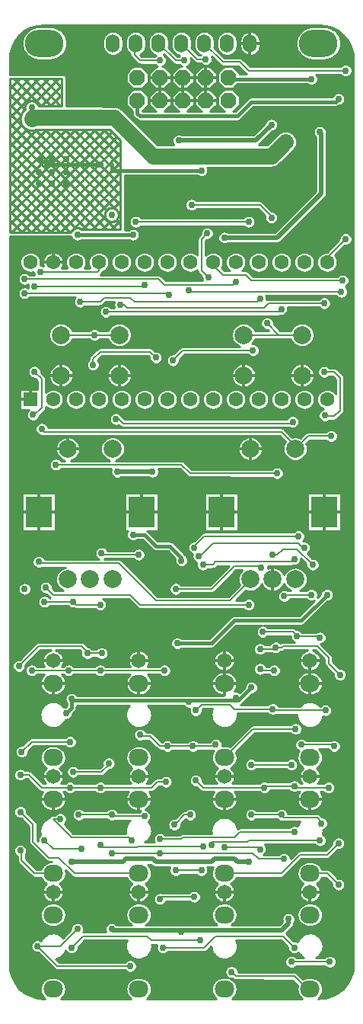
<source format=gbl>
G04 DipTrace 3.1.0.0*
G04 uO_c.GBL*
%MOIN*%
G04 #@! TF.FileFunction,Copper,L2,Bot*
G04 #@! TF.Part,Single*
%AMOUTLINE2*5,1,8,0,0,0.074,-202.499184*%
G04 #@! TA.AperFunction,Conductor*
%ADD13C,0.015*%
%ADD14C,0.008*%
%ADD15C,0.02*%
%ADD16C,0.07*%
G04 #@! TA.AperFunction,CopperBalancing*
%ADD17C,0.009*%
%ADD18C,0.013*%
%ADD19C,0.01*%
G04 #@! TA.AperFunction,ComponentPad*
%ADD29C,0.07874*%
%ADD30R,0.11811X0.137795*%
%ADD31O,0.169291X0.11811*%
%ADD35O,0.085X0.075*%
%ADD36C,0.065*%
%ADD42R,0.062992X0.062992*%
%ADD43C,0.062992*%
%ADD48O,0.06X0.08*%
G04 #@! TA.AperFunction,ViaPad*
%ADD49C,0.03*%
G04 #@! TA.AperFunction,ComponentPad*
%ADD107OUTLINE2*%
%FSLAX26Y26*%
G04*
G70*
G90*
G75*
G01*
G04 Bottom*
%LPD*%
X580273Y4063010D2*
D13*
X810965D1*
X1254678Y4037854D2*
X861085D1*
Y4063010D1*
X1167178Y2331604D2*
Y2344104D1*
X1117178Y2394104D1*
X1054678D1*
X1004678Y2444104D1*
X954678D1*
X954700Y3756259D2*
X710960D1*
X1473396Y1775217D2*
X1417291Y1719112D1*
X1198460D1*
X692208D1*
X685959Y1725362D1*
X1198460Y1712863D2*
Y1719112D1*
X1148459Y1969112D2*
X1298459D1*
X1398459Y2069112D1*
X1692210D1*
X1804710Y2181612D1*
X1404738Y1731665D2*
X1417291Y1719112D1*
X685959Y1725362D2*
Y1687885D1*
X660929Y1662854D1*
X1217111Y1518821D2*
D14*
X1104710Y1519112D1*
X1217111Y1518821D2*
X1310929D1*
X1317178Y1525070D1*
X1104710Y1519112D2*
X1073420D1*
X1029678Y1562854D1*
X992178D1*
X985927Y1569104D1*
X1260959Y2312863D2*
X1304711D1*
X1317210Y2325362D1*
X1648580D1*
X1660876Y2337658D1*
X1460959Y3812862D2*
X967199D1*
X1867210Y3506612D2*
X1204237D1*
X1198427Y3512422D1*
X1873427Y3556171D2*
X1473900D1*
X1448900Y3581171D1*
X1348429D1*
X1304710Y3624890D1*
Y3635993D1*
X479710Y3500362D2*
X1104710D1*
X1110959Y3494112D1*
X479710Y3562863D2*
X1066736D1*
X1092178Y3537421D1*
X1392178D1*
X1404710Y3549952D1*
X1085937Y637837D2*
X1267168D1*
X1317194Y687863D1*
X1610959D1*
X1660959Y637863D1*
X1073438Y1112787D2*
X1167135D1*
X1173460Y1119112D1*
X1398460D1*
X1423460Y1144112D1*
X1660959D1*
X1248420Y669083D2*
X1035989D1*
X1017210Y687863D1*
X735959D1*
X685959Y637863D1*
X1260918Y1081540D2*
X979639D1*
X973460Y1075362D1*
X823460D1*
X810959Y1087863D1*
X1073459Y4519112D2*
X985959D1*
X960959Y4544112D1*
Y4587484D1*
X967147Y4593671D1*
X1223454Y2387653D2*
Y2393902D1*
X1267199Y2437648D1*
X1679624D1*
X1167147Y4593671D2*
X1167210D1*
X1235952Y4524928D1*
X1273448D1*
X1210923Y3887495D2*
X1510892D1*
X1560918Y3837469D1*
Y3831251D1*
X1795303Y2965547D2*
X1798427Y2962421D1*
X1835927D1*
X1860927Y2987421D1*
Y3131173D1*
X1835929Y3156171D1*
X1792210D1*
Y3456612D2*
X1548459D1*
X1529710Y3437863D1*
X929708D1*
X917210Y3450362D1*
X898459D1*
X1468784Y2248837D2*
Y2245687D1*
X1379710Y2156612D1*
X1054710D1*
X892210Y2319112D1*
X548459D1*
X542210Y2325362D1*
X517178Y2968671D2*
X520303Y2965547D1*
X554710Y2999952D1*
Y3125362D1*
X523459Y3156612D1*
Y3531612D2*
X998459D1*
X1004710Y3537863D1*
X835959Y3419112D2*
X1592210D1*
X1604710Y3431612D1*
X723459Y3462863D2*
X810960D1*
X829710Y3481612D1*
X946507D1*
Y3477314D1*
X960959Y3462863D1*
X1498460D1*
X1510959Y3475362D1*
X973459Y4344112D2*
D13*
Y4287863D1*
X985959Y4275363D1*
X1411311D1*
X1473811Y4337863D1*
X1842211D1*
X1854710Y4350362D1*
X1298460Y1087115D2*
D14*
Y1100362D1*
X1454710D1*
X1461059Y1106711D1*
X1773459D1*
X1779710Y1181514D2*
Y1187862D1*
X1760959Y1206612D1*
X1617210D1*
X1604710Y1219112D1*
X1473460D1*
X1510959Y1067761D2*
Y1075362D1*
X1354710D1*
X942210Y556612D2*
X623459D1*
X535959Y644112D1*
X635960D1*
X710959Y719111D1*
X635959Y1200362D2*
X604710D1*
X685959Y1119112D1*
X935959D1*
X948459Y1106612D1*
X1004710Y1212863D2*
X867208D1*
X860959Y1219112D1*
X717210D1*
X729710Y1069112D2*
X604710D1*
X567111Y1106711D1*
X810959Y2137863D2*
X704710D1*
X692210Y2150363D1*
X567210D1*
X1573459Y1850362D2*
X1517210D1*
X1510959Y1856612D1*
X1798459Y1675362D2*
X1573460D1*
X1567210Y1681612D1*
X1398459D1*
X1379710Y1700362D1*
X1254686D1*
X1229678Y1675354D1*
X1098460Y1362863D2*
X1060959D1*
X1035859Y1337763D1*
X810965D1*
X679710D1*
X554808D1*
X498459Y1394112D1*
X460959D1*
X1729710Y456112D2*
X1717710D1*
X1660959Y512863D1*
X1404708D1*
X1385959Y531612D1*
X1648459Y575362D2*
X1817210D1*
X510960Y1850363D2*
X673459D1*
X810959D1*
X1092210D2*
X810959D1*
X1523459Y2019112D2*
X1654708D1*
X1673459Y2000362D1*
X1767210D1*
X1773459Y1994112D1*
X979678Y2356604D2*
X817178D1*
Y2362863D1*
X1567210Y2356612D2*
X1585959D1*
X1610959Y2381612D1*
X1673460D1*
X1742210Y2312863D1*
X1735959Y2181612D2*
X1623460D1*
X1617210Y2175362D1*
X1667210Y1594104D2*
X1480202D1*
X1354710Y1468612D1*
X1810959Y1337863D2*
X1667208D1*
X1660959Y1344112D1*
X1535959D1*
X1529710Y1337863D1*
X1260959D1*
X1229710Y1369112D1*
X817405Y1925166D2*
X754710D1*
Y1931612D1*
X729710Y1956612D1*
X542210D1*
X454710Y1869112D1*
X848459Y1444002D2*
Y1437750D1*
X817124Y1406415D1*
X692210D1*
X679710Y1537863D2*
X510960D1*
X467210Y1494112D1*
X1510959Y1944112D2*
X1585959D1*
X1579710Y1950362D1*
X1604710D1*
X1610960Y1956612D1*
X1760959D1*
X1810959Y1906612D1*
Y1881614D1*
X1860960Y1831612D1*
X1473396Y1437753D2*
X1648547D1*
X1692210Y1525362D2*
X1829710D1*
X1835959Y1519112D1*
X1729710Y962363D2*
X1805210D1*
X1854710Y912863D1*
X1354710Y962363D2*
X1604210D1*
X1685959Y1044112D1*
X1804710D1*
X1854710Y1094112D1*
X979710Y962363D2*
X698959D1*
X629710Y1031612D1*
X585960D1*
X517210Y1100363D1*
Y1175362D1*
X460959Y1231612D1*
X604710Y962363D2*
X523959D1*
X467210Y1019112D1*
Y1069112D1*
X460959Y1062862D1*
X1623349Y4162467D2*
D16*
X1560855Y4099973D1*
X1042559D1*
X873826Y4268705D1*
X517246D1*
X510997Y4262456D1*
X895162Y3318325D2*
D14*
X785959D1*
X639257D1*
X1695162D2*
X1439257D1*
X1695162D2*
X1592997D1*
X1542210Y3369112D1*
X1373459Y4444112D2*
D13*
Y4437438D1*
X1735868D1*
X1067147Y4593671D2*
D14*
X1067220D1*
X1142212Y4518679D1*
X1179708D1*
X1279698Y3762509D2*
X1254669Y3737480D1*
Y3599930D1*
X1285927Y3568671D1*
X1142210Y2206612D2*
X1298459D1*
X1398459Y2306612D1*
X1510960D1*
X1517210Y2300363D1*
X1242210Y2350362D2*
X1248459D1*
X1304498Y2406401D1*
X1679624D1*
X1698372Y2387653D1*
X1704622D1*
X1804710Y3635993D2*
X1798427D1*
Y3650352D1*
X1885929Y3737854D1*
X1885853Y4474934D2*
X1460897D1*
X1423401Y4512430D1*
X1348388D1*
X1267147Y4593671D1*
X779710Y3187863D2*
Y3212863D1*
X810959Y3244112D1*
X1029710D1*
X1054710Y3219112D1*
X1823459Y2875362D2*
X1721294D1*
X1665635Y2819703D1*
Y2833187D1*
X1604710Y2894112D1*
X567208D1*
X554678Y2906642D1*
X548427Y3593671D2*
X798429D1*
X804678Y3599921D1*
Y3635961D1*
X804710Y3635993D1*
X879708Y2950094D2*
X892207D1*
X910689Y2931612D1*
X1648459D1*
X1654710Y2937863D1*
X1479710Y3250362D2*
X1173459D1*
X1129710Y3206612D1*
X1460959Y2137863D2*
X985959D1*
X942210Y2181612D1*
X604710D1*
X573459Y2212863D1*
X1585959Y2712863D2*
X1204710D1*
X1167210Y2750363D1*
X617210D1*
X860959Y1050362D2*
X1073506D1*
X1479710D1*
X1504710Y1025362D1*
X1615977D1*
X1223460Y859379D2*
X1082477D1*
X1073460Y850362D1*
X1460959Y1012797D2*
D15*
X1410902D1*
X1398404Y1025296D1*
X1310913D1*
X1298414Y1012797D1*
X1054690D1*
X1042191Y1025296D1*
X923454D1*
X910955Y1012797D1*
X685960D1*
X1354658Y3744104D2*
X1586228D1*
X1779614Y3937490D1*
Y4199963D1*
X1773364Y4206212D1*
X1635959Y762863D2*
Y744112D1*
X1604710Y712863D1*
X1167178D1*
X867208D1*
X860959Y719112D1*
X885959Y2719112D2*
X1039362D1*
X1154679Y4168716D2*
X1492144D1*
X1560887Y4237459D1*
X1167178Y706579D2*
D14*
Y712863D1*
X1204674Y1219026D2*
X1179677D1*
X1142181Y1181530D1*
Y1169031D1*
X1135931Y1175280D1*
X1254669Y975301D2*
X1142181D1*
D49*
X580273Y4063010D3*
X810965D3*
X1254678Y4037854D3*
X1167178Y2331604D3*
X954678Y2444104D3*
X954700Y3756259D3*
X710960D3*
D3*
X1473396Y1775217D3*
X685959Y1725362D3*
X1198460Y1712863D3*
X1804710Y2181612D3*
X1148459Y1969112D3*
X1404738Y1731665D3*
X660929Y1662854D3*
X1217111Y1518821D3*
X1104710Y1519112D3*
X1317178Y1525070D3*
X1217111Y1518821D3*
X985927Y1569104D3*
X1260959Y2312863D3*
X1660876Y2337658D3*
X1460959Y3812862D3*
X967199D3*
X1867210Y3506612D3*
X1198427Y3512422D3*
X1873427Y3556171D3*
X479710Y3500362D3*
X1110959Y3494112D3*
X479710Y3562863D3*
X1404710Y3549952D3*
X1085937Y637837D3*
X1660959Y637863D3*
X1073438Y1112787D3*
X1660959Y1144112D3*
X1248420Y669083D3*
X685959Y637863D3*
X1260918Y1081540D3*
X810959Y1087863D3*
X1073459Y4519112D3*
X1223454Y2387653D3*
X1679624Y2437648D3*
X1273448Y4524928D3*
X1210923Y3887495D3*
X1560918Y3831251D3*
X1795303Y2965547D3*
X1792210Y3156171D3*
Y3456612D3*
X898459Y3450362D3*
X542210Y2325362D3*
X517178Y2968671D3*
X523459Y3156612D3*
Y3531612D3*
X1004710Y3537863D3*
X835959Y3419112D3*
X1604710Y3431612D3*
X723459Y3462863D3*
X1510959Y3475362D3*
X1854710Y4350362D3*
X1773459Y1106711D3*
X1298460Y1087115D3*
X1779710Y1181514D3*
X1604710Y1219112D3*
X1473460D3*
X1604710D3*
X1354710Y1075362D3*
X1510959Y1067761D3*
X942210Y556612D3*
X535959Y644112D3*
X710959Y719111D3*
X635959Y1200362D3*
X948459Y1106612D3*
X1004710Y1212863D3*
X860959Y1219112D3*
X717210D3*
X729710Y1069112D3*
X567111Y1106711D3*
X810959Y2137863D3*
X692210Y2150363D3*
X567210D3*
X1573459Y1850362D3*
X1510959Y1856612D3*
X1798459Y1675362D3*
X1567210Y1681612D3*
X1229678Y1675354D3*
X1098460Y1362863D3*
X810965Y1337763D3*
X679710D3*
X460959Y1394112D3*
X1385959Y531612D3*
X1648459Y575362D3*
X1817210D3*
X510960Y1850363D3*
X673459D3*
X810959D3*
X1092210D3*
X1523459Y2019112D3*
X1673459Y2000362D3*
X1773459Y1994112D3*
X979678Y2356604D3*
X817178Y2362863D3*
X1567210Y2356612D3*
X1742210Y2312863D3*
X1735959Y2181612D3*
X1617210Y2175362D3*
X1667210Y1594104D3*
X1810959Y1337863D3*
X1660959Y1344112D3*
X1529710Y1337863D3*
X1229710Y1369112D3*
X1529710Y1337863D3*
X817405Y1925166D3*
X754710D3*
X454710Y1869112D3*
X754710Y1925166D3*
X848459Y1444002D3*
X692210Y1406415D3*
D3*
X679710Y1537863D3*
X467210Y1494112D3*
X1510959Y1944112D3*
X1579710Y1950362D3*
X1860960Y1831612D3*
X1648547Y1437753D3*
X1473396D3*
X1692210Y1525362D3*
X1835959Y1519112D3*
X1648547Y1437753D3*
X1854710Y912863D3*
Y1094112D3*
X460959Y1231612D3*
Y1062862D3*
X1623349Y4162467D3*
X1042559Y4099973D3*
X785959Y3318325D3*
X1542210Y3369112D3*
X1735868Y4437438D3*
X1179708Y4518679D3*
X1279698Y3762509D3*
X1285927Y3568671D3*
X1142210Y2206612D3*
X1517210Y2300363D3*
X1242210Y2350362D3*
X1704622Y2387653D3*
X1885929Y3737854D3*
X1885853Y4474934D3*
X779710Y3187863D3*
X1054710Y3219112D3*
D3*
X1823459Y2875362D3*
X554678Y2906642D3*
X548427Y3593671D3*
X879708Y2950094D3*
X1654710Y2937863D3*
X1479710Y3250362D3*
X1129710Y3206612D3*
X1460959Y2137863D3*
X573459Y2212863D3*
X1585959Y2712863D3*
X617210Y2750363D3*
X860959Y1050362D3*
X1615977Y1025362D3*
X1073460Y850362D3*
X1223460Y859379D3*
X1073460Y850362D3*
X1073506Y1050362D3*
X1460959Y1012797D3*
X685960D3*
D3*
X1354658Y3744104D3*
X1773364Y4206212D3*
X1635959Y762863D3*
X860959Y719112D3*
X885959Y2719112D3*
X1039362D3*
X1154679Y4168716D3*
X1560887Y4237459D3*
X1039362Y2719112D3*
X1167178Y706579D3*
X1204674Y1219026D3*
X1135931Y1175280D3*
X1254669Y975301D3*
X1142181D3*
X1154710Y1769112D3*
X1110959Y1306612D3*
X1154710Y912863D3*
X1160959Y762863D3*
X1035927Y2968671D3*
X1154678Y2962421D3*
X1129710Y2850362D3*
X1242210Y2856612D3*
X1123459Y2106612D3*
X1560959Y2762863D3*
X773459Y2806612D3*
X1354710Y2856612D3*
X1329678Y2962421D3*
X998446Y2850104D3*
X1198459Y2181612D3*
X810965Y2981341D3*
X542244Y4031230D3*
X660981Y3981236D3*
X598488Y4031230D3*
X660981D3*
X598488Y3981236D3*
X548493Y4087474D3*
X542244Y3981236D3*
X660981Y4087474D3*
X598488D3*
X754721Y4656165D3*
X729724Y4343698D3*
X679729D3*
X510997Y4312451D3*
Y4262456D3*
X792217Y2693871D3*
X1592133Y1631474D3*
X1517141D3*
X1273417Y4237459D3*
X1167178Y4243708D3*
X860960Y3843750D3*
X1067189D3*
X1560887Y3924991D3*
X1373427Y4225354D3*
X479710Y2206612D3*
X1504643Y4274955D3*
X513831Y4664736D2*
D17*
X522578D1*
X611776D2*
X1722584D1*
X1811782D2*
X1820529D1*
X494284Y4655867D2*
X501924D1*
X632431D2*
X1701929D1*
X1832419D2*
X1840058D1*
X478815Y4646998D2*
X490498D1*
X643856D2*
X859427D1*
X874868D2*
X959429D1*
X974870D2*
X1059431D1*
X1074872D2*
X1159433D1*
X1174856D2*
X1259435D1*
X1274858D2*
X1359437D1*
X1374860D2*
X1459422D1*
X1474862D2*
X1690504D1*
X1843862D2*
X1855545D1*
X468022Y4638129D2*
X482570D1*
X651784D2*
X839107D1*
X895188D2*
X939109D1*
X995190D2*
X1039111D1*
X1095175D2*
X1139113D1*
X1195177D2*
X1239115D1*
X1295179D2*
X1339117D1*
X1395181D2*
X1439119D1*
X1495183D2*
X1682558D1*
X1851790D2*
X1866338D1*
X457493Y4629261D2*
X476804D1*
X657550D2*
X830617D1*
X903661D2*
X930619D1*
X1003663D2*
X1030621D1*
X1103665D2*
X1130623D1*
X1203667D2*
X1230625D1*
X1303669D2*
X1330627D1*
X1403671D2*
X1430629D1*
X1503673D2*
X1676810D1*
X1857556D2*
X1876849D1*
X450374Y4620392D2*
X472674D1*
X661681D2*
X825695D1*
X908601D2*
X925697D1*
X1008602D2*
X1025699D1*
X1108587D2*
X1125701D1*
X1208589D2*
X1225703D1*
X1308591D2*
X1325705D1*
X1408593D2*
X1425707D1*
X1508595D2*
X1672679D1*
X1861686D2*
X1883986D1*
X443255Y4611523D2*
X469879D1*
X664476D2*
X823094D1*
X911202D2*
X923095D1*
X1011204D2*
X1023097D1*
X1111206D2*
X1123099D1*
X1211190D2*
X1223101D1*
X1311192D2*
X1323103D1*
X1411194D2*
X1423088D1*
X1511196D2*
X1669885D1*
X1864464D2*
X1891105D1*
X437208Y4602654D2*
X468279D1*
X666075D2*
X822390D1*
X911905D2*
X922392D1*
X1011907D2*
X1022394D1*
X1111909D2*
X1122379D1*
X1211911D2*
X1222381D1*
X1311913D2*
X1322383D1*
X1411915D2*
X1422385D1*
X1511899D2*
X1668267D1*
X1866081D2*
X1897152D1*
X432690Y4593785D2*
X467769D1*
X666585D2*
X822390D1*
X911905D2*
X922392D1*
X1011907D2*
X1022394D1*
X1111909D2*
X1122379D1*
X1211911D2*
X1222381D1*
X1311913D2*
X1322383D1*
X1411915D2*
X1422385D1*
X1511899D2*
X1667775D1*
X1866591D2*
X1901652D1*
X428190Y4584917D2*
X468349D1*
X666005D2*
X822390D1*
X911905D2*
X922392D1*
X1011907D2*
X1022394D1*
X1111909D2*
X1122379D1*
X1211911D2*
X1222381D1*
X1311913D2*
X1322383D1*
X1411915D2*
X1422385D1*
X1511899D2*
X1668355D1*
X1866011D2*
X1906170D1*
X424464Y4576048D2*
X470037D1*
X664317D2*
X823058D1*
X911237D2*
X923060D1*
X1011239D2*
X1023062D1*
X1111241D2*
X1123047D1*
X1211243D2*
X1223049D1*
X1311245D2*
X1323051D1*
X1411247D2*
X1423052D1*
X1511231D2*
X1670043D1*
X1864306D2*
X1909896D1*
X422056Y4567179D2*
X472920D1*
X661435D2*
X825607D1*
X908688D2*
X925609D1*
X1008690D2*
X1025611D1*
X1119854D2*
X1125613D1*
X1219839D2*
X1225597D1*
X1319770D2*
X1325599D1*
X1408681D2*
X1425601D1*
X1508683D2*
X1672926D1*
X1861423D2*
X1912304D1*
X419647Y4558310D2*
X477156D1*
X657198D2*
X830459D1*
X903837D2*
X930461D1*
X1003839D2*
X1030463D1*
X1403829D2*
X1430470D1*
X1503831D2*
X1677162D1*
X1857186D2*
X1914713D1*
X417397Y4549442D2*
X483045D1*
X651310D2*
X838826D1*
X895470D2*
X938828D1*
X995472D2*
X1038830D1*
X1395462D2*
X1438820D1*
X1495464D2*
X1683051D1*
X1851298D2*
X1916945D1*
X416888Y4540573D2*
X491183D1*
X643171D2*
X858109D1*
X876186D2*
X942572D1*
X990638D2*
X1053261D1*
X1146450D2*
X1158115D1*
X1346384D2*
X1358101D1*
X1376179D2*
X1458103D1*
X1476181D2*
X1691172D1*
X1843177D2*
X1917472D1*
X416360Y4531704D2*
X502961D1*
X631394D2*
X947230D1*
X1355261D2*
X1702967D1*
X1831382D2*
X1918000D1*
X415833Y4522835D2*
X525285D1*
X609069D2*
X956090D1*
X1102979D2*
X1111920D1*
X1303124D2*
X1311836D1*
X1439144D2*
X1725291D1*
X1809075D2*
X1918527D1*
X415587Y4513967D2*
X964967D1*
X1102751D2*
X1120779D1*
X1209081D2*
X1220781D1*
X1301050D2*
X1320713D1*
X1448003D2*
X1918773D1*
X415587Y4505098D2*
X974002D1*
X1099587D2*
X1129726D1*
X1206075D2*
X1251578D1*
X1295319D2*
X1329572D1*
X1456880D2*
X1918773D1*
X415587Y4496229D2*
X1054967D1*
X1091940D2*
X1160681D1*
X1198745D2*
X1269508D1*
X1277397D2*
X1339996D1*
X1465739D2*
X1865476D1*
X1906229D2*
X1918773D1*
X415587Y4487360D2*
X947881D1*
X999040D2*
X1047883D1*
X1099042D2*
X1147885D1*
X1199044D2*
X1247886D1*
X1299028D2*
X1347888D1*
X1399030D2*
X1422332D1*
X1912804D2*
X1918773D1*
X415587Y4478491D2*
X939021D1*
X1007899D2*
X1039006D1*
X1107901D2*
X1139008D1*
X1207903D2*
X1239010D1*
X1307905D2*
X1339011D1*
X1407907D2*
X1431209D1*
X415587Y4469623D2*
X930144D1*
X1016776D2*
X1030146D1*
X1116778D2*
X1130148D1*
X1216780D2*
X1230150D1*
X1316782D2*
X1330152D1*
X1416767D2*
X1440068D1*
X415587Y4460754D2*
X924748D1*
X1422163D2*
X1449156D1*
X1911890D2*
X1918773D1*
X660784Y4451885D2*
X924537D1*
X1761755D2*
X1867586D1*
X1904120D2*
X1918773D1*
X663175Y4443016D2*
X924537D1*
X1765077D2*
X1918773D1*
X663175Y4434148D2*
X924537D1*
X1765446D2*
X1918773D1*
X663175Y4425279D2*
X925345D1*
X1762950D2*
X1918773D1*
X663192Y4416410D2*
X932342D1*
X1014579D2*
X1032344D1*
X1114581D2*
X1132328D1*
X1214583D2*
X1232330D1*
X1314585D2*
X1332332D1*
X1756534D2*
X1918773D1*
X663192Y4407541D2*
X941201D1*
X1005720D2*
X1041203D1*
X1105722D2*
X1141205D1*
X1205706D2*
X1241207D1*
X1305708D2*
X1341209D1*
X1405710D2*
X1918773D1*
X663192Y4398673D2*
X950342D1*
X996579D2*
X1050344D1*
X1096581D2*
X1150328D1*
X1196583D2*
X1250330D1*
X1296585D2*
X1350332D1*
X1396587D2*
X1918773D1*
X663192Y4389804D2*
X950693D1*
X996227D2*
X1050695D1*
X1096212D2*
X1150697D1*
X1196214D2*
X1250699D1*
X1296216D2*
X1350701D1*
X1396218D2*
X1918773D1*
X663192Y4380935D2*
X941465D1*
X1005456D2*
X1041449D1*
X1105458D2*
X1141451D1*
X1205460D2*
X1241453D1*
X1305462D2*
X1341455D1*
X1405464D2*
X1918773D1*
X663210Y4372066D2*
X932588D1*
X1014333D2*
X1032590D1*
X1114335D2*
X1132592D1*
X1214337D2*
X1232594D1*
X1314321D2*
X1332595D1*
X1414323D2*
X1834785D1*
X1874624D2*
X1918773D1*
X663210Y4363198D2*
X925433D1*
X1421477D2*
X1827965D1*
X1881462D2*
X1918773D1*
X663210Y4354329D2*
X924537D1*
X1422392D2*
X1459334D1*
X1884204D2*
X1918773D1*
X663210Y4345460D2*
X924537D1*
X1422392D2*
X1450316D1*
X1884046D2*
X1918773D1*
X663210Y4336591D2*
X924537D1*
X1422392D2*
X1441457D1*
X1880970D2*
X1918773D1*
X663227Y4327722D2*
X924713D1*
X1422216D2*
X1432580D1*
X1873517D2*
X1918773D1*
X823733Y4318854D2*
X929898D1*
X1017022D2*
X1029900D1*
X1117024D2*
X1129885D1*
X1217026D2*
X1229886D1*
X1317028D2*
X1329888D1*
X1417030D2*
X1423720D1*
X1852827D2*
X1918773D1*
X900849Y4309985D2*
X938758D1*
X1008163D2*
X1038760D1*
X1108165D2*
X1138761D1*
X1208149D2*
X1238763D1*
X1308151D2*
X1338765D1*
X1408153D2*
X1414844D1*
X1477024D2*
X1918773D1*
X911395Y4301116D2*
X947635D1*
X999286D2*
X1047636D1*
X1099288D2*
X1147638D1*
X1199290D2*
X1247623D1*
X1299292D2*
X1347625D1*
X1399294D2*
X1405967D1*
X1468147D2*
X1918773D1*
X920272Y4292247D2*
X951220D1*
X1459288D2*
X1918773D1*
X929132Y4283379D2*
X951695D1*
X1450411D2*
X1918773D1*
X938009Y4274510D2*
X955896D1*
X1441552D2*
X1918773D1*
X946868Y4265641D2*
X964597D1*
X1432675D2*
X1553763D1*
X1568009D2*
X1918773D1*
X955745Y4256772D2*
X974564D1*
X1422708D2*
X1538541D1*
X1583231D2*
X1918773D1*
X964604Y4247904D2*
X1533092D1*
X1588698D2*
X1918773D1*
X973481Y4239035D2*
X1527836D1*
X1590597D2*
X1918773D1*
X982341Y4230166D2*
X1518976D1*
X1589718D2*
X1756369D1*
X1790354D2*
X1918773D1*
X991218Y4221297D2*
X1510099D1*
X1585692D2*
X1747861D1*
X1798862D2*
X1918773D1*
X1000077Y4212428D2*
X1501240D1*
X1576147D2*
X1744275D1*
X1802448D2*
X1918773D1*
X1008954Y4203560D2*
X1492363D1*
X1561610D2*
X1596039D1*
X1650661D2*
X1743730D1*
X1804083D2*
X1918773D1*
X1017813Y4194691D2*
X1141205D1*
X1168159D2*
X1483486D1*
X1552751D2*
X1585597D1*
X1660962D2*
X1745998D1*
X1804364D2*
X1918773D1*
X1026690Y4185822D2*
X1130535D1*
X1543874D2*
X1576720D1*
X1667149D2*
X1752045D1*
X1804364D2*
X1918773D1*
X1035550Y4176953D2*
X1126123D1*
X1535015D2*
X1567861D1*
X1670894D2*
X1754875D1*
X1804364D2*
X1918773D1*
X1044427Y4168085D2*
X1124927D1*
X1526138D2*
X1558984D1*
X1672774D2*
X1754875D1*
X1804364D2*
X1918773D1*
X1053304Y4159216D2*
X1126527D1*
X1517261D2*
X1550125D1*
X1672985D2*
X1754875D1*
X1804364D2*
X1918773D1*
X1062163Y4150347D2*
X1131519D1*
X1508243D2*
X1541248D1*
X1671561D2*
X1754875D1*
X1804364D2*
X1918773D1*
X1668362Y4141478D2*
X1754875D1*
X1804364D2*
X1918773D1*
X1662913Y4132610D2*
X1754875D1*
X1804364D2*
X1918773D1*
X1654599Y4123741D2*
X1754875D1*
X1804364D2*
X1918773D1*
X1645739Y4114872D2*
X1754875D1*
X1804364D2*
X1918773D1*
X1636862Y4106003D2*
X1754875D1*
X1804364D2*
X1918773D1*
X1628003Y4097135D2*
X1754875D1*
X1804364D2*
X1918773D1*
X1619126Y4088266D2*
X1754875D1*
X1804364D2*
X1918773D1*
X1610267Y4079397D2*
X1754875D1*
X1804364D2*
X1918773D1*
X1601390Y4070528D2*
X1754875D1*
X1804364D2*
X1918773D1*
X1592056Y4061659D2*
X1754875D1*
X1804364D2*
X1918773D1*
X1574390Y4052791D2*
X1754875D1*
X1804364D2*
X1918773D1*
X1283788Y4043922D2*
X1754875D1*
X1804364D2*
X1918773D1*
X1284298Y4035053D2*
X1754875D1*
X1804364D2*
X1918773D1*
X1281977Y4026184D2*
X1754875D1*
X1804364D2*
X1918773D1*
X1275860Y4017316D2*
X1754875D1*
X1804364D2*
X1918773D1*
X919446Y4008447D2*
X1754875D1*
X1804364D2*
X1918773D1*
X919446Y3999578D2*
X1754875D1*
X1804364D2*
X1918773D1*
X919446Y3990709D2*
X1754875D1*
X1804364D2*
X1918773D1*
X919446Y3981841D2*
X1754875D1*
X1804364D2*
X1918773D1*
X919446Y3972972D2*
X1754875D1*
X1804364D2*
X1918773D1*
X919446Y3964103D2*
X1754875D1*
X1804364D2*
X1918773D1*
X919446Y3955234D2*
X1754875D1*
X1804364D2*
X1918773D1*
X919446Y3946366D2*
X1753873D1*
X1804364D2*
X1918773D1*
X919446Y3937497D2*
X1744996D1*
X1804364D2*
X1918773D1*
X919446Y3928628D2*
X1736119D1*
X1802659D2*
X1918773D1*
X919446Y3919759D2*
X1727260D1*
X1796507D2*
X1918773D1*
X919446Y3910890D2*
X1193131D1*
X1228716D2*
X1718383D1*
X1787647D2*
X1918773D1*
X919446Y3902022D2*
X1185080D1*
X1522165D2*
X1709523D1*
X1778770D2*
X1918773D1*
X919446Y3893153D2*
X1181722D1*
X1531376D2*
X1700646D1*
X1769894D2*
X1918773D1*
X919446Y3884284D2*
X1181336D1*
X1540235D2*
X1691787D1*
X1761034D2*
X1918773D1*
X919446Y3875415D2*
X1183814D1*
X1549112D2*
X1682910D1*
X1752157D2*
X1918773D1*
X919446Y3866547D2*
X1190177D1*
X1231669D2*
X1505705D1*
X1557972D2*
X1674051D1*
X1743298D2*
X1918773D1*
X919446Y3857678D2*
X1514564D1*
X1573423D2*
X1665174D1*
X1734421D2*
X1918773D1*
X919446Y3848809D2*
X1523441D1*
X1584726D2*
X1656314D1*
X1725561D2*
X1918773D1*
X919446Y3839940D2*
X956318D1*
X978087D2*
X1450070D1*
X1471839D2*
X1532301D1*
X1589331D2*
X1647437D1*
X1716685D2*
X1918773D1*
X919446Y3831072D2*
X943908D1*
X990497D2*
X1437677D1*
X1484249D2*
X1531158D1*
X1590685D2*
X1638578D1*
X1707825D2*
X1918773D1*
X919446Y3822203D2*
X938986D1*
X1489171D2*
X1532617D1*
X1589226D2*
X1629701D1*
X1698948D2*
X1918773D1*
X919446Y3813334D2*
X937439D1*
X1490718D2*
X1537398D1*
X1584444D2*
X1620842D1*
X1690089D2*
X1918773D1*
X919446Y3804465D2*
X938687D1*
X1489470D2*
X1549281D1*
X1572561D2*
X1611965D1*
X1681212D2*
X1918773D1*
X919446Y3795596D2*
X943170D1*
X1484987D2*
X1603088D1*
X1672352D2*
X1918773D1*
X919446Y3786728D2*
X954051D1*
X980337D2*
X1263109D1*
X1296286D2*
X1447820D1*
X1474106D2*
X1594228D1*
X1663476D2*
X1918773D1*
X919446Y3777859D2*
X934662D1*
X974747D2*
X1254355D1*
X1305040D2*
X1585351D1*
X1654599D2*
X1918773D1*
X981497Y3768990D2*
X1250681D1*
X1308714D2*
X1339152D1*
X1370167D2*
X1576492D1*
X1645739D2*
X1918773D1*
X984204Y3760121D2*
X1250031D1*
X1309364D2*
X1329748D1*
X1636862D2*
X1866672D1*
X1905192D2*
X1918773D1*
X984028Y3751253D2*
X1242297D1*
X1307167D2*
X1325793D1*
X1628003D2*
X1859465D1*
X1912382D2*
X1918773D1*
X415587Y3742384D2*
X684754D1*
X980899D2*
X1236601D1*
X1301278D2*
X1324949D1*
X1619126D2*
X1856529D1*
X415587Y3733515D2*
X692295D1*
X729620D2*
X936033D1*
X973358D2*
X1235916D1*
X1276845D2*
X1326918D1*
X1610267D2*
X1855457D1*
X415587Y3724646D2*
X1235916D1*
X1273417D2*
X1332437D1*
X1600915D2*
X1846580D1*
X1912487D2*
X1918773D1*
X415587Y3715778D2*
X1235916D1*
X1273417D2*
X1348240D1*
X1361079D2*
X1837720D1*
X1905421D2*
X1918773D1*
X415587Y3706909D2*
X1235916D1*
X1273417D2*
X1828844D1*
X1881128D2*
X1918773D1*
X415587Y3698040D2*
X1235916D1*
X1273417D2*
X1819984D1*
X1872251D2*
X1918773D1*
X415587Y3689171D2*
X1235916D1*
X1273417D2*
X1811107D1*
X1863392D2*
X1918773D1*
X415587Y3680303D2*
X494119D1*
X515290D2*
X594121D1*
X615292D2*
X694123D1*
X715294D2*
X794125D1*
X815296D2*
X894127D1*
X915298D2*
X994129D1*
X1015300D2*
X1094131D1*
X1115302D2*
X1194133D1*
X1215304D2*
X1235916D1*
X1273417D2*
X1294117D1*
X1315288D2*
X1394119D1*
X1415290D2*
X1494121D1*
X1515292D2*
X1594123D1*
X1615294D2*
X1694125D1*
X1715296D2*
X1794127D1*
X1854515D2*
X1918773D1*
X415587Y3671434D2*
X475504D1*
X533905D2*
X575506D1*
X633907D2*
X675508D1*
X733909D2*
X775510D1*
X833911D2*
X875511D1*
X933913D2*
X975513D1*
X1033915D2*
X1075498D1*
X1133917D2*
X1175500D1*
X1333921D2*
X1375504D1*
X1433905D2*
X1475506D1*
X1533907D2*
X1575508D1*
X1633909D2*
X1675510D1*
X1733911D2*
X1775511D1*
X1845655D2*
X1918773D1*
X415587Y3662565D2*
X467049D1*
X542360D2*
X567051D1*
X642362D2*
X667052D1*
X742364D2*
X767054D1*
X842366D2*
X867056D1*
X942368D2*
X967058D1*
X1042370D2*
X1067060D1*
X1142372D2*
X1167045D1*
X1342358D2*
X1367049D1*
X1442360D2*
X1467051D1*
X1542362D2*
X1567052D1*
X1642364D2*
X1667054D1*
X1742366D2*
X1767056D1*
X1842368D2*
X1918773D1*
X415587Y3653696D2*
X462056D1*
X547370D2*
X562058D1*
X647372D2*
X662043D1*
X747374D2*
X762045D1*
X847376D2*
X862047D1*
X947360D2*
X962049D1*
X1047362D2*
X1062051D1*
X1147364D2*
X1162052D1*
X1347368D2*
X1362056D1*
X1447370D2*
X1462058D1*
X1547372D2*
X1562043D1*
X1647374D2*
X1662045D1*
X1747376D2*
X1762047D1*
X1847360D2*
X1918773D1*
X415587Y3644827D2*
X459314D1*
X550095D2*
X559316D1*
X650097D2*
X659318D1*
X750099D2*
X759320D1*
X850101D2*
X859322D1*
X950102D2*
X959324D1*
X1050104D2*
X1059326D1*
X1150089D2*
X1159328D1*
X1350093D2*
X1359314D1*
X1450095D2*
X1459316D1*
X1550097D2*
X1559318D1*
X1650099D2*
X1659320D1*
X1750101D2*
X1759322D1*
X1850102D2*
X1918773D1*
X415587Y3635959D2*
X458453D1*
X550974D2*
X558455D1*
X650958D2*
X658457D1*
X750960D2*
X758459D1*
X850962D2*
X858461D1*
X950964D2*
X958445D1*
X1050966D2*
X1058447D1*
X1150968D2*
X1158449D1*
X1350972D2*
X1358453D1*
X1450974D2*
X1458455D1*
X1550958D2*
X1558457D1*
X1650960D2*
X1658459D1*
X1750962D2*
X1758461D1*
X1850964D2*
X1918773D1*
X415587Y3627090D2*
X459332D1*
X550077D2*
X559334D1*
X650079D2*
X659336D1*
X750081D2*
X759338D1*
X850083D2*
X859340D1*
X950085D2*
X959342D1*
X1050087D2*
X1059344D1*
X1150089D2*
X1159328D1*
X1350075D2*
X1359332D1*
X1450077D2*
X1459334D1*
X1550079D2*
X1559336D1*
X1650081D2*
X1659338D1*
X1750083D2*
X1759340D1*
X1850085D2*
X1918773D1*
X415587Y3618221D2*
X462074D1*
X647337D2*
X662078D1*
X747339D2*
X762080D1*
X847341D2*
X862082D1*
X947343D2*
X962084D1*
X1047345D2*
X1062086D1*
X1147347D2*
X1162088D1*
X1347333D2*
X1362074D1*
X1447335D2*
X1462076D1*
X1547337D2*
X1562078D1*
X1647339D2*
X1662080D1*
X1747341D2*
X1762082D1*
X1847343D2*
X1918773D1*
X415587Y3609352D2*
X467101D1*
X842313D2*
X867109D1*
X942315D2*
X967094D1*
X1042317D2*
X1067095D1*
X1142319D2*
X1167097D1*
X1346384D2*
X1367101D1*
X1442325D2*
X1467103D1*
X1542310D2*
X1567105D1*
X1642311D2*
X1667107D1*
X1742313D2*
X1767109D1*
X1842315D2*
X1918773D1*
X415587Y3600484D2*
X475592D1*
X833823D2*
X875599D1*
X933825D2*
X975584D1*
X1033827D2*
X1075586D1*
X1133829D2*
X1175588D1*
X1355261D2*
X1375592D1*
X1433835D2*
X1475594D1*
X1533819D2*
X1575595D1*
X1633821D2*
X1675597D1*
X1733823D2*
X1775599D1*
X1833825D2*
X1918773D1*
X415587Y3591615D2*
X476312D1*
X483104D2*
X494435D1*
X821378D2*
X894443D1*
X914981D2*
X994445D1*
X1014983D2*
X1094447D1*
X1114985D2*
X1194449D1*
X1214970D2*
X1237972D1*
X1464597D2*
X1494437D1*
X1514976D2*
X1594439D1*
X1614977D2*
X1694441D1*
X1714979D2*
X1794443D1*
X1814981D2*
X1918773D1*
X415587Y3582746D2*
X457890D1*
X501526D2*
X520820D1*
X813644D2*
X1245707D1*
X1473456D2*
X1861275D1*
X1885575D2*
X1918773D1*
X415587Y3573877D2*
X452142D1*
X1081868D2*
X1254584D1*
X1897124D2*
X1918773D1*
X415587Y3565009D2*
X450033D1*
X1090727D2*
X1256394D1*
X1901800D2*
X1918773D1*
X415587Y3556140D2*
X450736D1*
X1099604D2*
X1259031D1*
X1903188D2*
X1918773D1*
X415587Y3547271D2*
X454515D1*
X1901782D2*
X1918773D1*
X415587Y3538402D2*
X463498D1*
X1897071D2*
X1918773D1*
X415587Y3529533D2*
X493767D1*
X1885645D2*
X1918773D1*
X415587Y3520665D2*
X458295D1*
X1893310D2*
X1918773D1*
X415587Y3511796D2*
X452318D1*
X1896509D2*
X1918773D1*
X415587Y3502927D2*
X450068D1*
X1896737D2*
X1918773D1*
X415587Y3494058D2*
X450648D1*
X1894101D2*
X1918773D1*
X415587Y3485190D2*
X454252D1*
X1538987D2*
X1787289D1*
X1797140D2*
X1846967D1*
X1887456D2*
X1918773D1*
X415587Y3476321D2*
X462847D1*
X496569D2*
X697023D1*
X1540710D2*
X1770220D1*
X1814190D2*
X1918773D1*
X415587Y3467452D2*
X694070D1*
X1819851D2*
X1918773D1*
X415587Y3458583D2*
X694017D1*
X832821D2*
X869886D1*
X1821907D2*
X1918773D1*
X415587Y3449715D2*
X696865D1*
X823927D2*
X868709D1*
X1821134D2*
X1918773D1*
X415587Y3440846D2*
X703896D1*
X743015D2*
X816062D1*
X855849D2*
X870308D1*
X1817284D2*
X1918773D1*
X415587Y3431977D2*
X809224D1*
X1634472D2*
X1776285D1*
X1808144D2*
X1918773D1*
X415587Y3423108D2*
X806482D1*
X1633188D2*
X1918773D1*
X415587Y3414240D2*
X806605D1*
X1628653D2*
X1918773D1*
X415587Y3405371D2*
X809681D1*
X1617614D2*
X1918773D1*
X415587Y3396502D2*
X817117D1*
X854794D2*
X1532213D1*
X1552206D2*
X1918773D1*
X415587Y3387633D2*
X1519170D1*
X1565249D2*
X1918773D1*
X415587Y3378764D2*
X1514107D1*
X1570311D2*
X1918773D1*
X415587Y3369896D2*
X625164D1*
X653349D2*
X881084D1*
X909251D2*
X1425179D1*
X1453347D2*
X1512455D1*
X1571964D2*
X1681082D1*
X1709249D2*
X1918773D1*
X415587Y3361027D2*
X606584D1*
X671929D2*
X862486D1*
X927849D2*
X1406582D1*
X1471944D2*
X1513597D1*
X1576429D2*
X1662484D1*
X1727847D2*
X1918773D1*
X415587Y3352158D2*
X597267D1*
X681245D2*
X853170D1*
X937165D2*
X1397265D1*
X1481243D2*
X1517957D1*
X1585306D2*
X1653168D1*
X1737163D2*
X1918773D1*
X415587Y3343289D2*
X591344D1*
X687169D2*
X770588D1*
X801339D2*
X847246D1*
X943071D2*
X1391342D1*
X1487167D2*
X1528416D1*
X1594165D2*
X1647244D1*
X1743069D2*
X1918773D1*
X415587Y3334421D2*
X587617D1*
X946798D2*
X1387615D1*
X1746796D2*
X1918773D1*
X415587Y3325552D2*
X585613D1*
X948802D2*
X1385611D1*
X1748800D2*
X1918773D1*
X415587Y3316683D2*
X585156D1*
X949259D2*
X1385154D1*
X1749274D2*
X1918773D1*
X415587Y3307814D2*
X586176D1*
X948239D2*
X1386174D1*
X1748237D2*
X1918773D1*
X415587Y3298946D2*
X588777D1*
X689735D2*
X763679D1*
X808247D2*
X844679D1*
X945638D2*
X1388775D1*
X1489733D2*
X1644677D1*
X1745636D2*
X1918773D1*
X415587Y3290077D2*
X593242D1*
X685270D2*
X779148D1*
X792778D2*
X849144D1*
X941173D2*
X1393240D1*
X1485269D2*
X1649142D1*
X1741171D2*
X1918773D1*
X415587Y3281208D2*
X600203D1*
X678310D2*
X856105D1*
X934212D2*
X1400201D1*
X1478308D2*
X1656103D1*
X1734210D2*
X1918773D1*
X415587Y3272339D2*
X611541D1*
X666972D2*
X867461D1*
X922874D2*
X1411539D1*
X1499313D2*
X1667459D1*
X1722872D2*
X1918773D1*
X415587Y3263470D2*
X1160453D1*
X1506327D2*
X1918773D1*
X415587Y3254602D2*
X795302D1*
X1045358D2*
X1151558D1*
X1509157D2*
X1918773D1*
X415587Y3245733D2*
X786443D1*
X1066751D2*
X1142699D1*
X1509104D2*
X1918773D1*
X415587Y3236864D2*
X777566D1*
X1078370D2*
X1133822D1*
X1506116D2*
X1918773D1*
X415587Y3227995D2*
X768707D1*
X1083063D2*
X1109424D1*
X1177229D2*
X1460564D1*
X1498856D2*
X1918773D1*
X415587Y3219127D2*
X762097D1*
X812114D2*
X1024943D1*
X1084470D2*
X1102797D1*
X1168370D2*
X1918773D1*
X415587Y3210258D2*
X760603D1*
X803237D2*
X1026349D1*
X1083081D2*
X1100177D1*
X1159493D2*
X1918773D1*
X415587Y3201389D2*
X753308D1*
X806102D2*
X1031025D1*
X1078388D2*
X1100424D1*
X1159001D2*
X1918773D1*
X415587Y3192520D2*
X624373D1*
X654140D2*
X750320D1*
X809091D2*
X880275D1*
X910042D2*
X1042592D1*
X1066821D2*
X1103623D1*
X1155802D2*
X1424371D1*
X1454138D2*
X1680273D1*
X1710040D2*
X1918773D1*
X415587Y3183652D2*
X512470D1*
X534450D2*
X606302D1*
X672210D2*
X750267D1*
X809161D2*
X862205D1*
X928130D2*
X1111322D1*
X1148102D2*
X1406301D1*
X1472226D2*
X1662203D1*
X1728128D2*
X1782490D1*
X1801921D2*
X1918773D1*
X415587Y3174783D2*
X500131D1*
X546772D2*
X597092D1*
X681421D2*
X753080D1*
X806331D2*
X852994D1*
X937323D2*
X1397090D1*
X1481419D2*
X1652992D1*
X1737321D2*
X1769254D1*
X1815175D2*
X1918773D1*
X415587Y3165914D2*
X495244D1*
X551677D2*
X591238D1*
X687274D2*
X760076D1*
X799352D2*
X847140D1*
X943194D2*
X1391236D1*
X1487272D2*
X1647138D1*
X1743192D2*
X1764138D1*
X1852317D2*
X1918773D1*
X415587Y3157045D2*
X493697D1*
X553224D2*
X587547D1*
X690966D2*
X843467D1*
X946868D2*
X1387545D1*
X1490964D2*
X1643465D1*
X1746866D2*
X1762469D1*
X1861194D2*
X1918773D1*
X415587Y3148177D2*
X494963D1*
X558040D2*
X585595D1*
X692917D2*
X841498D1*
X948819D2*
X1385594D1*
X1492915D2*
X1641496D1*
X1748835D2*
X1763576D1*
X1870071D2*
X1918773D1*
X415587Y3139308D2*
X499463D1*
X566899D2*
X585156D1*
X693356D2*
X841058D1*
X949259D2*
X1385154D1*
X1493354D2*
X1641056D1*
X1749257D2*
X1767883D1*
X1877718D2*
X1918773D1*
X415587Y3130439D2*
X510396D1*
X572718D2*
X586211D1*
X692302D2*
X842131D1*
X948204D2*
X1386226D1*
X1492300D2*
X1642129D1*
X1748202D2*
X1778236D1*
X1806175D2*
X1835523D1*
X1879669D2*
X1918773D1*
X415587Y3121570D2*
X532369D1*
X573456D2*
X588865D1*
X689647D2*
X844767D1*
X945550D2*
X1388863D1*
X1489645D2*
X1644765D1*
X1745565D2*
X1842185D1*
X1879669D2*
X1918773D1*
X415587Y3112701D2*
X535955D1*
X573456D2*
X593365D1*
X685147D2*
X849285D1*
X941050D2*
X1393381D1*
X1485145D2*
X1649283D1*
X1741048D2*
X1842185D1*
X1879669D2*
X1918773D1*
X415587Y3103833D2*
X535955D1*
X573456D2*
X600414D1*
X678099D2*
X856316D1*
X934019D2*
X1400412D1*
X1478114D2*
X1656314D1*
X1734017D2*
X1842185D1*
X1879669D2*
X1918773D1*
X415587Y3094964D2*
X535955D1*
X573456D2*
X611910D1*
X666602D2*
X867812D1*
X922505D2*
X1411908D1*
X1466601D2*
X1667810D1*
X1722503D2*
X1842185D1*
X1879669D2*
X1918773D1*
X415587Y3086095D2*
X535955D1*
X573456D2*
X1842185D1*
X1879669D2*
X1918773D1*
X415587Y3077226D2*
X458453D1*
X573456D2*
X584910D1*
X624503D2*
X684912D1*
X724505D2*
X784914D1*
X824507D2*
X884916D1*
X924509D2*
X984918D1*
X1024511D2*
X1084920D1*
X1124495D2*
X1184922D1*
X1224497D2*
X1284924D1*
X1324499D2*
X1384908D1*
X1424501D2*
X1484910D1*
X1524503D2*
X1584912D1*
X1624505D2*
X1684914D1*
X1724507D2*
X1784916D1*
X1824509D2*
X1842185D1*
X1879669D2*
X1918773D1*
X415587Y3068358D2*
X458453D1*
X637388D2*
X672027D1*
X737390D2*
X772029D1*
X837392D2*
X872031D1*
X937394D2*
X972033D1*
X1037378D2*
X1072035D1*
X1137380D2*
X1172037D1*
X1237382D2*
X1272039D1*
X1337384D2*
X1372041D1*
X1437386D2*
X1472043D1*
X1537388D2*
X1572027D1*
X1637390D2*
X1672029D1*
X1737392D2*
X1772031D1*
X1837394D2*
X1842185D1*
X1879669D2*
X1918773D1*
X415587Y3059489D2*
X458453D1*
X644401D2*
X665013D1*
X744403D2*
X765015D1*
X844405D2*
X865017D1*
X944407D2*
X965019D1*
X1044409D2*
X1065021D1*
X1144411D2*
X1165006D1*
X1244413D2*
X1265008D1*
X1344397D2*
X1365010D1*
X1444399D2*
X1465011D1*
X1544401D2*
X1565013D1*
X1644403D2*
X1665015D1*
X1744405D2*
X1765017D1*
X1879669D2*
X1918773D1*
X415587Y3050620D2*
X458453D1*
X648550D2*
X660883D1*
X748534D2*
X760885D1*
X848536D2*
X860869D1*
X948538D2*
X960871D1*
X1048540D2*
X1060873D1*
X1148542D2*
X1160875D1*
X1248544D2*
X1260877D1*
X1348546D2*
X1360879D1*
X1448548D2*
X1460881D1*
X1548550D2*
X1560883D1*
X1648534D2*
X1660885D1*
X1748536D2*
X1760869D1*
X1879669D2*
X1918773D1*
X415587Y3041751D2*
X458453D1*
X650606D2*
X658826D1*
X750591D2*
X758828D1*
X850593D2*
X858812D1*
X950595D2*
X958814D1*
X1050597D2*
X1058816D1*
X1150599D2*
X1158818D1*
X1250601D2*
X1258820D1*
X1350602D2*
X1358822D1*
X1450604D2*
X1458824D1*
X1550606D2*
X1558826D1*
X1650591D2*
X1658828D1*
X1750593D2*
X1758812D1*
X1879669D2*
X1918773D1*
X415587Y3032883D2*
X458453D1*
X650852D2*
X658562D1*
X750854D2*
X758564D1*
X850856D2*
X858566D1*
X950858D2*
X958568D1*
X1050860D2*
X1058552D1*
X1150862D2*
X1158554D1*
X1250864D2*
X1258556D1*
X1350866D2*
X1358558D1*
X1450851D2*
X1458560D1*
X1550852D2*
X1558562D1*
X1650854D2*
X1658564D1*
X1750856D2*
X1758566D1*
X1879669D2*
X1918773D1*
X415587Y3024014D2*
X458453D1*
X649358D2*
X660056D1*
X749360D2*
X760058D1*
X849362D2*
X860060D1*
X949347D2*
X960062D1*
X1049349D2*
X1060064D1*
X1149351D2*
X1160066D1*
X1249352D2*
X1260068D1*
X1349354D2*
X1360070D1*
X1449356D2*
X1460072D1*
X1549358D2*
X1560056D1*
X1649360D2*
X1660058D1*
X1749362D2*
X1760060D1*
X1879669D2*
X1918773D1*
X415587Y3015145D2*
X458453D1*
X645895D2*
X663537D1*
X745897D2*
X763521D1*
X845882D2*
X863523D1*
X945884D2*
X963525D1*
X1045886D2*
X1063527D1*
X1145888D2*
X1163529D1*
X1245890D2*
X1263531D1*
X1345892D2*
X1363533D1*
X1445894D2*
X1463535D1*
X1545895D2*
X1563537D1*
X1645897D2*
X1663521D1*
X1745882D2*
X1763523D1*
X1879669D2*
X1918773D1*
X415587Y3006276D2*
X458453D1*
X639866D2*
X669549D1*
X739868D2*
X769551D1*
X839870D2*
X869552D1*
X939872D2*
X969537D1*
X1039874D2*
X1069539D1*
X1139876D2*
X1169541D1*
X1239878D2*
X1269543D1*
X1339880D2*
X1369545D1*
X1439882D2*
X1469547D1*
X1539866D2*
X1569549D1*
X1639868D2*
X1669551D1*
X1739870D2*
X1769552D1*
X1879669D2*
X1918773D1*
X415587Y2997408D2*
X458453D1*
X573280D2*
X579986D1*
X629442D2*
X679972D1*
X729444D2*
X779974D1*
X829446D2*
X879976D1*
X929448D2*
X979978D1*
X1029450D2*
X1079963D1*
X1129452D2*
X1179965D1*
X1229454D2*
X1279967D1*
X1329456D2*
X1379969D1*
X1429458D2*
X1479970D1*
X1529442D2*
X1579972D1*
X1629444D2*
X1679974D1*
X1729446D2*
X1779976D1*
X1879669D2*
X1918773D1*
X415587Y2988539D2*
X495349D1*
X569325D2*
X1776953D1*
X1879669D2*
X1918773D1*
X415587Y2979670D2*
X489601D1*
X560571D2*
X1769236D1*
X1877911D2*
X1918773D1*
X415587Y2970801D2*
X487492D1*
X551694D2*
X858707D1*
X900708D2*
X1766019D1*
X1870440D2*
X1918773D1*
X415587Y2961932D2*
X488213D1*
X546140D2*
X852484D1*
X906931D2*
X1637892D1*
X1671526D2*
X1765773D1*
X1861581D2*
X1918773D1*
X415587Y2953064D2*
X492010D1*
X542360D2*
X850094D1*
X915368D2*
X1629279D1*
X1680140D2*
X1768375D1*
X1852704D2*
X1918773D1*
X415587Y2944195D2*
X500992D1*
X533360D2*
X850551D1*
X1683761D2*
X1774984D1*
X1815614D2*
X1918773D1*
X415587Y2935326D2*
X550597D1*
X558751D2*
X854013D1*
X1684358D2*
X1918773D1*
X415587Y2926457D2*
X532791D1*
X576567D2*
X862258D1*
X1682126D2*
X1918773D1*
X415587Y2917589D2*
X527078D1*
X582280D2*
X898750D1*
X1676149D2*
X1918773D1*
X415587Y2908720D2*
X524986D1*
X1615856D2*
X1918773D1*
X415587Y2899851D2*
X525724D1*
X1625102D2*
X1807293D1*
X1839626D2*
X1918773D1*
X415587Y2890982D2*
X529539D1*
X1633979D2*
X1711756D1*
X1848626D2*
X1918773D1*
X415587Y2882114D2*
X538574D1*
X1642856D2*
X1701912D1*
X1852423D2*
X1918773D1*
X415587Y2873245D2*
X1599431D1*
X1651716D2*
X1693035D1*
X1853144D2*
X1918773D1*
X415587Y2864376D2*
X638945D1*
X698630D2*
X835785D1*
X895470D2*
X1438943D1*
X1498628D2*
X1608308D1*
X1851052D2*
X1918773D1*
X415587Y2855507D2*
X628504D1*
X709071D2*
X825344D1*
X905929D2*
X1428502D1*
X1509069D2*
X1617168D1*
X1727583D2*
X1801615D1*
X1845304D2*
X1918773D1*
X415587Y2846638D2*
X621965D1*
X715593D2*
X818822D1*
X912450D2*
X1421980D1*
X1515591D2*
X1618820D1*
X1718706D2*
X1819756D1*
X1827165D2*
X1918773D1*
X415587Y2837770D2*
X617816D1*
X719759D2*
X814656D1*
X916599D2*
X1417814D1*
X1519757D2*
X1614672D1*
X1716597D2*
X1918773D1*
X415587Y2828901D2*
X615461D1*
X722114D2*
X812301D1*
X918972D2*
X1415459D1*
X1522112D2*
X1612299D1*
X1718970D2*
X1918773D1*
X415587Y2820032D2*
X614652D1*
X722905D2*
X811510D1*
X919763D2*
X1414650D1*
X1522921D2*
X1611508D1*
X1719761D2*
X1918773D1*
X415587Y2811163D2*
X615338D1*
X722220D2*
X812195D1*
X919077D2*
X1415336D1*
X1522218D2*
X1612193D1*
X1719075D2*
X1918773D1*
X415587Y2802295D2*
X617588D1*
X719987D2*
X814427D1*
X916845D2*
X1417586D1*
X1519985D2*
X1614426D1*
X1716843D2*
X1918773D1*
X415587Y2793426D2*
X621595D1*
X715979D2*
X818435D1*
X912819D2*
X1421594D1*
X1515977D2*
X1618451D1*
X1712835D2*
X1918773D1*
X415587Y2784557D2*
X627906D1*
X709669D2*
X824763D1*
X906509D2*
X1427904D1*
X1509667D2*
X1624761D1*
X1706507D2*
X1918773D1*
X415587Y2775688D2*
X602470D1*
X631956D2*
X637953D1*
X699614D2*
X834801D1*
X896472D2*
X1437941D1*
X1499612D2*
X1634799D1*
X1696470D2*
X1918773D1*
X415587Y2766820D2*
X592609D1*
X1175015D2*
X1461812D1*
X1475759D2*
X1658670D1*
X1672599D2*
X1918773D1*
X415587Y2757951D2*
X588461D1*
X1185755D2*
X1918773D1*
X415587Y2749082D2*
X587476D1*
X1194632D2*
X1918773D1*
X415587Y2740213D2*
X589287D1*
X1203491D2*
X1575842D1*
X1596063D2*
X1918773D1*
X415587Y2731345D2*
X594595D1*
X639813D2*
X858918D1*
X1066399D2*
X1160084D1*
X1212368D2*
X1562886D1*
X1609019D2*
X1918773D1*
X415587Y2722476D2*
X608886D1*
X625540D2*
X856404D1*
X1068931D2*
X1168961D1*
X1614063D2*
X1918773D1*
X415587Y2713607D2*
X856720D1*
X1068597D2*
X1177820D1*
X1615716D2*
X1918773D1*
X415587Y2704738D2*
X860025D1*
X1065292D2*
X1186697D1*
X1614556D2*
X1918773D1*
X415587Y2695869D2*
X867953D1*
X1057364D2*
X1198351D1*
X1610179D2*
X1918773D1*
X415587Y2687001D2*
X1572256D1*
X1599667D2*
X1918773D1*
X415587Y2678132D2*
X1918773D1*
X415587Y2669263D2*
X1918773D1*
X415587Y2660394D2*
X1918773D1*
X415587Y2651526D2*
X1918773D1*
X415587Y2642657D2*
X1918773D1*
X415587Y2633788D2*
X1918773D1*
X415587Y2624919D2*
X468982D1*
X616610D2*
X917804D1*
X1065433D2*
X1268980D1*
X1416608D2*
X1717802D1*
X1865431D2*
X1918773D1*
X415587Y2616051D2*
X468982D1*
X616610D2*
X917804D1*
X1065433D2*
X1268980D1*
X1416608D2*
X1717802D1*
X1865431D2*
X1918773D1*
X415587Y2607182D2*
X468982D1*
X616610D2*
X917804D1*
X1065433D2*
X1268980D1*
X1416608D2*
X1717802D1*
X1865431D2*
X1918773D1*
X415587Y2598313D2*
X468982D1*
X616610D2*
X917804D1*
X1065433D2*
X1268980D1*
X1416608D2*
X1717802D1*
X1865431D2*
X1918773D1*
X415587Y2589444D2*
X468982D1*
X616610D2*
X917804D1*
X1065433D2*
X1268980D1*
X1416608D2*
X1717802D1*
X1865431D2*
X1918773D1*
X415587Y2580575D2*
X468982D1*
X616610D2*
X917804D1*
X1065433D2*
X1268980D1*
X1416608D2*
X1717802D1*
X1865431D2*
X1918773D1*
X415587Y2571707D2*
X468982D1*
X616610D2*
X917804D1*
X1065433D2*
X1268980D1*
X1416608D2*
X1717802D1*
X1865431D2*
X1918773D1*
X415587Y2562838D2*
X468982D1*
X616610D2*
X917804D1*
X1065433D2*
X1268980D1*
X1416608D2*
X1717802D1*
X1865431D2*
X1918773D1*
X415587Y2553969D2*
X468982D1*
X616610D2*
X917804D1*
X1065433D2*
X1268980D1*
X1416608D2*
X1717802D1*
X1865431D2*
X1918773D1*
X415587Y2545100D2*
X468982D1*
X616610D2*
X917804D1*
X1065433D2*
X1268980D1*
X1416608D2*
X1717802D1*
X1865431D2*
X1918773D1*
X415587Y2536232D2*
X468982D1*
X616610D2*
X917804D1*
X1065433D2*
X1268980D1*
X1416608D2*
X1717802D1*
X1865431D2*
X1918773D1*
X415587Y2527363D2*
X468982D1*
X616610D2*
X917804D1*
X1065433D2*
X1268980D1*
X1416608D2*
X1717802D1*
X1865431D2*
X1918773D1*
X415587Y2518494D2*
X468982D1*
X616610D2*
X917804D1*
X1065433D2*
X1268980D1*
X1416608D2*
X1717802D1*
X1865431D2*
X1918773D1*
X415587Y2509625D2*
X468982D1*
X616610D2*
X917804D1*
X1065433D2*
X1268980D1*
X1416608D2*
X1717802D1*
X1865431D2*
X1918773D1*
X415587Y2500757D2*
X468982D1*
X616610D2*
X917804D1*
X1065433D2*
X1268980D1*
X1416608D2*
X1717802D1*
X1865431D2*
X1918773D1*
X415587Y2491888D2*
X468982D1*
X616610D2*
X917804D1*
X1065433D2*
X1268980D1*
X1416608D2*
X1717802D1*
X1865431D2*
X1918773D1*
X415587Y2483019D2*
X468982D1*
X616610D2*
X917804D1*
X1065433D2*
X1268980D1*
X1416608D2*
X1717802D1*
X1865431D2*
X1918773D1*
X415587Y2474150D2*
X468982D1*
X616610D2*
X917804D1*
X1065433D2*
X1268980D1*
X1416608D2*
X1717802D1*
X1865431D2*
X1918773D1*
X415587Y2465282D2*
X468982D1*
X616610D2*
X917804D1*
X1065433D2*
X1268980D1*
X1416608D2*
X1670394D1*
X1688841D2*
X1717802D1*
X1865431D2*
X1918773D1*
X415587Y2456413D2*
X927666D1*
X1023456D2*
X1656806D1*
X1702446D2*
X1918773D1*
X415587Y2447544D2*
X925117D1*
X1032333D2*
X1250963D1*
X1707632D2*
X1918773D1*
X415587Y2438675D2*
X925433D1*
X1041192D2*
X1242086D1*
X1709372D2*
X1918773D1*
X415587Y2429806D2*
X928703D1*
X1050069D2*
X1233226D1*
X1708300D2*
X1918773D1*
X415587Y2420938D2*
X936560D1*
X972796D2*
X996748D1*
X1058929D2*
X1224349D1*
X1704046D2*
X1918773D1*
X415587Y2412069D2*
X1005625D1*
X1129610D2*
X1207176D1*
X1720903D2*
X1918773D1*
X415587Y2403200D2*
X1014502D1*
X1139173D2*
X1198246D1*
X1729833D2*
X1918773D1*
X415587Y2394331D2*
X1023361D1*
X1148032D2*
X1194484D1*
X1733595D2*
X1918773D1*
X415587Y2385463D2*
X798326D1*
X836020D2*
X1032238D1*
X1156909D2*
X1193781D1*
X1734298D2*
X1918773D1*
X415587Y2376594D2*
X790890D1*
X843456D2*
X957970D1*
X1001395D2*
X1041572D1*
X1165786D2*
X1195890D1*
X1732171D2*
X1918773D1*
X415587Y2367725D2*
X787832D1*
X1007214D2*
X1112465D1*
X1174645D2*
X1201674D1*
X1726405D2*
X1918773D1*
X415587Y2358856D2*
X787691D1*
X1009358D2*
X1121342D1*
X1183505D2*
X1213732D1*
X1722362D2*
X1918773D1*
X415587Y2349988D2*
X526269D1*
X558163D2*
X790451D1*
X1008673D2*
X1130201D1*
X1190325D2*
X1212449D1*
X1731222D2*
X1918773D1*
X415587Y2341119D2*
X517129D1*
X567286D2*
X797306D1*
X1004929D2*
X1139025D1*
X1195317D2*
X1213978D1*
X1748976D2*
X1918773D1*
X415587Y2332250D2*
X513279D1*
X905190D2*
X963297D1*
X996069D2*
X1137426D1*
X1196935D2*
X1218847D1*
X1690124D2*
X1696691D1*
X1764479D2*
X1918773D1*
X415587Y2323381D2*
X512523D1*
X914085D2*
X1138621D1*
X1195739D2*
X1231064D1*
X1686854D2*
X1705551D1*
X1769981D2*
X1918773D1*
X415587Y2314512D2*
X514562D1*
X922944D2*
X1143015D1*
X1191327D2*
X1231240D1*
X1679015D2*
X1712494D1*
X1771915D2*
X1918773D1*
X415587Y2305644D2*
X520240D1*
X931821D2*
X1153668D1*
X1180692D2*
X1232119D1*
X1323638D2*
X1371355D1*
X1546476D2*
X1713373D1*
X1771054D2*
X1918773D1*
X415587Y2296775D2*
X537344D1*
X547071D2*
X644746D1*
X940681D2*
X1236092D1*
X1313337D2*
X1362478D1*
X1591247D2*
X1641601D1*
X1689667D2*
X1717345D1*
X1767063D2*
X1918773D1*
X415587Y2287906D2*
X631738D1*
X949558D2*
X1245566D1*
X1276352D2*
X1353619D1*
X1405886D2*
X1431736D1*
X1604255D2*
X1628576D1*
X1702692D2*
X1726820D1*
X1757606D2*
X1918773D1*
X415587Y2279037D2*
X624056D1*
X958417D2*
X1344742D1*
X1397026D2*
X1424054D1*
X1611936D2*
X1620894D1*
X1710374D2*
X1918773D1*
X415587Y2270169D2*
X619117D1*
X967294D2*
X1335883D1*
X1388149D2*
X1419115D1*
X1715296D2*
X1918773D1*
X415587Y2261300D2*
X616129D1*
X976153D2*
X1327006D1*
X1379290D2*
X1416127D1*
X1718284D2*
X1918773D1*
X415587Y2252431D2*
X614775D1*
X985030D2*
X1318146D1*
X1370413D2*
X1414773D1*
X1719638D2*
X1918773D1*
X415587Y2243562D2*
X614916D1*
X993907D2*
X1309269D1*
X1361554D2*
X1414914D1*
X1719497D2*
X1918773D1*
X415587Y2234694D2*
X472146D1*
X487270D2*
X553691D1*
X593231D2*
X616568D1*
X1002767D2*
X1134648D1*
X1149772D2*
X1300392D1*
X1352677D2*
X1416566D1*
X1717845D2*
X1918773D1*
X415587Y2225825D2*
X457275D1*
X502142D2*
X546765D1*
X600140D2*
X619890D1*
X1011644D2*
X1119777D1*
X1164644D2*
X1291533D1*
X1343817D2*
X1419888D1*
X1714540D2*
X1918773D1*
X415587Y2216956D2*
X451861D1*
X507556D2*
X543988D1*
X602935D2*
X625252D1*
X1020503D2*
X1114363D1*
X1334940D2*
X1413912D1*
X1512304D2*
X1523687D1*
X1610741D2*
X1622107D1*
X1709161D2*
X1918773D1*
X415587Y2208087D2*
X449980D1*
X509436D2*
X544094D1*
X604376D2*
X633636D1*
X1029380D2*
X1112482D1*
X1326081D2*
X1405052D1*
X1503936D2*
X1532054D1*
X1602356D2*
X1630492D1*
X1700776D2*
X1723568D1*
X1748343D2*
X1792316D1*
X1817091D2*
X1918773D1*
X415587Y2199219D2*
X450912D1*
X508505D2*
X547135D1*
X1038239D2*
X1113414D1*
X1317204D2*
X1396176D1*
X1488960D2*
X1547031D1*
X1587380D2*
X1600064D1*
X1759733D2*
X1780943D1*
X1828481D2*
X1918773D1*
X415587Y2190350D2*
X454972D1*
X504444D2*
X554500D1*
X1047116D2*
X1117474D1*
X1306710D2*
X1387316D1*
X1439583D2*
X1591644D1*
X1764356D2*
X1776302D1*
X1833122D2*
X1918773D1*
X415587Y2181481D2*
X464623D1*
X494794D2*
X578705D1*
X1055976D2*
X1127125D1*
X1157296D2*
X1378439D1*
X1430724D2*
X1588111D1*
X1765710D2*
X1773490D1*
X1834476D2*
X1918773D1*
X415587Y2172612D2*
X547926D1*
X1421847D2*
X1587584D1*
X1833034D2*
X1918773D1*
X415587Y2163743D2*
X540736D1*
X824630D2*
X933941D1*
X1412987D2*
X1447293D1*
X1474634D2*
X1589886D1*
X1644526D2*
X1712388D1*
X1828270D2*
X1918773D1*
X415587Y2154875D2*
X537801D1*
X835177D2*
X942801D1*
X1485163D2*
X1595986D1*
X1638444D2*
X1724201D1*
X1816476D2*
X1918773D1*
X415587Y2146006D2*
X537783D1*
X839554D2*
X951677D1*
X1489540D2*
X1738017D1*
X1800198D2*
X1918773D1*
X415587Y2137137D2*
X540666D1*
X840714D2*
X960537D1*
X1490718D2*
X1729140D1*
X1791321D2*
X1918773D1*
X415587Y2128268D2*
X547750D1*
X586675D2*
X672748D1*
X839079D2*
X969414D1*
X1489083D2*
X1720281D1*
X1782462D2*
X1918773D1*
X415587Y2119400D2*
X787885D1*
X834034D2*
X1437871D1*
X1484038D2*
X1711404D1*
X1773585D2*
X1918773D1*
X415587Y2110531D2*
X800787D1*
X821132D2*
X1450791D1*
X1471118D2*
X1702545D1*
X1764726D2*
X1918773D1*
X415587Y2101662D2*
X1693668D1*
X1755849D2*
X1918773D1*
X415587Y2092793D2*
X1684808D1*
X1746972D2*
X1918773D1*
X415587Y2083925D2*
X1382183D1*
X1738112D2*
X1918773D1*
X415587Y2075056D2*
X1373306D1*
X1729235D2*
X1918773D1*
X415587Y2066187D2*
X1364447D1*
X1720376D2*
X1918773D1*
X415587Y2057318D2*
X1355570D1*
X1711499D2*
X1918773D1*
X415587Y2048449D2*
X1346711D1*
X1698474D2*
X1918773D1*
X415587Y2039581D2*
X1337834D1*
X1400015D2*
X1502207D1*
X1544700D2*
X1918773D1*
X415587Y2030712D2*
X1328974D1*
X1391155D2*
X1496125D1*
X1669241D2*
X1918773D1*
X415587Y2021843D2*
X1320097D1*
X1382278D2*
X1493822D1*
X1693640D2*
X1764560D1*
X1782356D2*
X1918773D1*
X415587Y2012974D2*
X1311238D1*
X1373419D2*
X1494367D1*
X1796208D2*
X1918773D1*
X415587Y2004106D2*
X1302361D1*
X1364542D2*
X1497900D1*
X1801429D2*
X1918773D1*
X415587Y1995237D2*
X1135299D1*
X1161620D2*
X1293502D1*
X1355665D2*
X1506338D1*
X1540569D2*
X1644150D1*
X1803204D2*
X1918773D1*
X415587Y1986368D2*
X1124418D1*
X1346806D2*
X1647314D1*
X1802167D2*
X1918773D1*
X415587Y1977499D2*
X1119953D1*
X1337929D2*
X1568986D1*
X1590421D2*
X1654943D1*
X1797966D2*
X1918773D1*
X415587Y1968631D2*
X528097D1*
X743823D2*
X1118705D1*
X1329069D2*
X1494842D1*
X1527087D2*
X1556470D1*
X1787911D2*
X1918773D1*
X415587Y1959762D2*
X519220D1*
X752700D2*
X1120252D1*
X1320192D2*
X1485806D1*
X1783956D2*
X1918773D1*
X415587Y1950893D2*
X510344D1*
X768679D2*
X803424D1*
X831380D2*
X1125174D1*
X1310489D2*
X1482010D1*
X1792815D2*
X1918773D1*
X415587Y1942024D2*
X501484D1*
X841733D2*
X1137601D1*
X1159317D2*
X1481271D1*
X1801692D2*
X1918773D1*
X415587Y1933156D2*
X492607D1*
X544892D2*
X579619D1*
X629811D2*
X726080D1*
X846040D2*
X954613D1*
X1004806D2*
X1329607D1*
X1379800D2*
X1483363D1*
X1610354D2*
X1704619D1*
X1810552D2*
X1918773D1*
X415587Y1924287D2*
X483748D1*
X536032D2*
X569054D1*
X640376D2*
X724955D1*
X847147D2*
X944049D1*
X1015370D2*
X1319043D1*
X1390364D2*
X1489094D1*
X1532835D2*
X1566437D1*
X1592987D2*
X1694054D1*
X1819429D2*
X1918773D1*
X415587Y1915418D2*
X474871D1*
X527155D2*
X562902D1*
X646528D2*
X726642D1*
X845477D2*
X937896D1*
X1021522D2*
X1312890D1*
X1396517D2*
X1506970D1*
X1514940D2*
X1687902D1*
X1827374D2*
X1918773D1*
X415587Y1906549D2*
X466011D1*
X518278D2*
X559299D1*
X650132D2*
X731758D1*
X777661D2*
X794459D1*
X840362D2*
X934293D1*
X1025126D2*
X1309287D1*
X1400120D2*
X1684299D1*
X1775132D2*
X1784881D1*
X1829712D2*
X1918773D1*
X415587Y1897680D2*
X449717D1*
X509419D2*
X557629D1*
X651784D2*
X745011D1*
X764407D2*
X807713D1*
X827108D2*
X932623D1*
X1026796D2*
X1307635D1*
X1401790D2*
X1682629D1*
X1776784D2*
X1792211D1*
X1829712D2*
X1918773D1*
X415587Y1888812D2*
X432719D1*
X500542D2*
X557699D1*
X651714D2*
X932693D1*
X1026726D2*
X1307705D1*
X1401720D2*
X1682699D1*
X1776714D2*
X1792211D1*
X1829905D2*
X1918773D1*
X415587Y1879943D2*
X427058D1*
X491683D2*
X559510D1*
X649903D2*
X934504D1*
X1024915D2*
X1309515D1*
X1399909D2*
X1493066D1*
X1528845D2*
X1684510D1*
X1774903D2*
X1792299D1*
X1838765D2*
X1918773D1*
X415587Y1871074D2*
X425019D1*
X484405D2*
X489963D1*
X531954D2*
X563289D1*
X646124D2*
X652463D1*
X694464D2*
X789959D1*
X831960D2*
X938301D1*
X1021118D2*
X1071209D1*
X1113210D2*
X1313295D1*
X1396130D2*
X1485086D1*
X1536825D2*
X1552463D1*
X1594464D2*
X1688289D1*
X1771124D2*
X1795656D1*
X1847642D2*
X1918773D1*
X415587Y1862205D2*
X425793D1*
X1119433D2*
X1319711D1*
X1389714D2*
X1481746D1*
X1600669D2*
X1694705D1*
X1764708D2*
X1804234D1*
X1856501D2*
X1918773D1*
X415587Y1853337D2*
X429642D1*
X1121823D2*
X1330855D1*
X1378569D2*
X1481394D1*
X1603060D2*
X1705849D1*
X1753563D2*
X1813094D1*
X1880864D2*
X1918773D1*
X415587Y1844468D2*
X438783D1*
X470624D2*
X481814D1*
X1121366D2*
X1341631D1*
X1367794D2*
X1483873D1*
X1602602D2*
X1716625D1*
X1742788D2*
X1821970D1*
X1887702D2*
X1918773D1*
X415587Y1835599D2*
X485260D1*
X1117903D2*
X1319236D1*
X1390188D2*
X1490271D1*
X1599157D2*
X1694230D1*
X1765183D2*
X1830830D1*
X1890444D2*
X1918773D1*
X415587Y1826730D2*
X493504D1*
X528421D2*
X559562D1*
X649868D2*
X655979D1*
X690931D2*
X793492D1*
X828427D2*
X934556D1*
X1024862D2*
X1074742D1*
X1109677D2*
X1309551D1*
X1399874D2*
X1555996D1*
X1590931D2*
X1684562D1*
X1774868D2*
X1831621D1*
X1890304D2*
X1918773D1*
X415587Y1817862D2*
X553533D1*
X655880D2*
X928527D1*
X1030892D2*
X1303539D1*
X1405886D2*
X1678533D1*
X1780880D2*
X1834679D1*
X1887227D2*
X1918773D1*
X415587Y1808993D2*
X549806D1*
X659606D2*
X924801D1*
X1034618D2*
X1299812D1*
X1409612D2*
X1674806D1*
X1784606D2*
X1842133D1*
X1879792D2*
X1918773D1*
X415587Y1800124D2*
X547873D1*
X661558D2*
X922867D1*
X1036552D2*
X1297861D1*
X1411563D2*
X1457910D1*
X1488872D2*
X1672873D1*
X1786558D2*
X1918773D1*
X415587Y1791255D2*
X547504D1*
X661909D2*
X922498D1*
X1036921D2*
X1297510D1*
X1411915D2*
X1448506D1*
X1498294D2*
X1672504D1*
X1786909D2*
X1918773D1*
X415587Y1782387D2*
X548699D1*
X660731D2*
X923693D1*
X1035726D2*
X1298687D1*
X1410720D2*
X1444533D1*
X1502249D2*
X1673699D1*
X1785731D2*
X1918773D1*
X415587Y1773518D2*
X551547D1*
X657884D2*
X926541D1*
X1032878D2*
X1301552D1*
X1407872D2*
X1440613D1*
X1503110D2*
X1676547D1*
X1782884D2*
X1918773D1*
X415587Y1764649D2*
X556398D1*
X653032D2*
X931392D1*
X1028026D2*
X1306404D1*
X1403020D2*
X1431736D1*
X1501159D2*
X1681398D1*
X1778032D2*
X1918773D1*
X415587Y1755780D2*
X564080D1*
X645351D2*
X939074D1*
X1020345D2*
X1314068D1*
X1495622D2*
X1689080D1*
X1770351D2*
X1918773D1*
X415587Y1746911D2*
X577439D1*
X631991D2*
X665857D1*
X706048D2*
X952433D1*
X1006985D2*
X1327427D1*
X1479925D2*
X1702439D1*
X1756991D2*
X1918773D1*
X415587Y1738043D2*
X659142D1*
X1467304D2*
X1918773D1*
X415587Y1729174D2*
X656453D1*
X1458444D2*
X1918773D1*
X415587Y1720305D2*
X656646D1*
X1449567D2*
X1918773D1*
X415587Y1711436D2*
X585138D1*
X624274D2*
X659775D1*
X1440708D2*
X1710138D1*
X1749274D2*
X1918773D1*
X415587Y1702568D2*
X568633D1*
X640780D2*
X663713D1*
X1431673D2*
X1546469D1*
X1587960D2*
X1693633D1*
X1765780D2*
X1787922D1*
X1808987D2*
X1918773D1*
X415587Y1693699D2*
X559738D1*
X649675D2*
X660689D1*
X708210D2*
X934750D1*
X1024669D2*
X1175974D1*
X1594323D2*
X1684738D1*
X1821644D2*
X1918773D1*
X415587Y1684830D2*
X553797D1*
X707981D2*
X928791D1*
X1030628D2*
X1190705D1*
X1826618D2*
X1918773D1*
X415587Y1675961D2*
X549297D1*
X704571D2*
X924291D1*
X1035128D2*
X1199933D1*
X1259425D2*
X1299302D1*
X1828218D2*
X1918773D1*
X415587Y1667093D2*
X547381D1*
X696257D2*
X922392D1*
X1037026D2*
X1201129D1*
X1258229D2*
X1297386D1*
X1827005D2*
X1918773D1*
X415587Y1658224D2*
X545992D1*
X690315D2*
X921004D1*
X1038415D2*
X1205558D1*
X1253800D2*
X1295998D1*
X1413427D2*
X1549404D1*
X1822575D2*
X1918773D1*
X415587Y1649355D2*
X546888D1*
X687345D2*
X921883D1*
X1037536D2*
X1216246D1*
X1243112D2*
X1296894D1*
X1412530D2*
X1671888D1*
X1811870D2*
X1918773D1*
X415587Y1640486D2*
X548295D1*
X680067D2*
X923289D1*
X1036130D2*
X1298301D1*
X1411124D2*
X1673295D1*
X1786118D2*
X1918773D1*
X415587Y1631617D2*
X552179D1*
X657251D2*
X927174D1*
X1032245D2*
X1302168D1*
X1407239D2*
X1677179D1*
X1782251D2*
X1918773D1*
X415587Y1622749D2*
X556855D1*
X652558D2*
X931849D1*
X1027569D2*
X1306861D1*
X1402563D2*
X1662783D1*
X1671632D2*
X1681855D1*
X1777558D2*
X1918773D1*
X415587Y1613880D2*
X565433D1*
X643979D2*
X940427D1*
X1018991D2*
X1315439D1*
X1393985D2*
X1645293D1*
X1768979D2*
X1918773D1*
X415587Y1605011D2*
X578758D1*
X630655D2*
X953752D1*
X1005667D2*
X1328763D1*
X1380661D2*
X1464976D1*
X1694835D2*
X1703758D1*
X1755655D2*
X1918773D1*
X415587Y1596142D2*
X974933D1*
X996913D2*
X1456099D1*
X1696892D2*
X1918773D1*
X415587Y1587274D2*
X962611D1*
X1009253D2*
X1447240D1*
X1696153D2*
X1918773D1*
X415587Y1578405D2*
X957707D1*
X1039329D2*
X1438363D1*
X1692321D2*
X1918773D1*
X415587Y1569536D2*
X956177D1*
X1049138D2*
X1429486D1*
X1481770D2*
X1651164D1*
X1683251D2*
X1918773D1*
X415587Y1560667D2*
X661129D1*
X698296D2*
X957426D1*
X1057997D2*
X1420627D1*
X1472911D2*
X1918773D1*
X415587Y1551799D2*
X498918D1*
X705890D2*
X961926D1*
X1066874D2*
X1305385D1*
X1328964D2*
X1411750D1*
X1464034D2*
X1679728D1*
X1704679D2*
X1918773D1*
X415587Y1542930D2*
X489883D1*
X709019D2*
X972877D1*
X998987D2*
X1023467D1*
X1075733D2*
X1087504D1*
X1121911D2*
X1200355D1*
X1233866D2*
X1293607D1*
X1340741D2*
X1402890D1*
X1455175D2*
X1668408D1*
X1853161D2*
X1918773D1*
X415587Y1534061D2*
X481023D1*
X709212D2*
X1032326D1*
X1345505D2*
X1394013D1*
X1446298D2*
X1663785D1*
X1861546D2*
X1918773D1*
X415587Y1525192D2*
X472146D1*
X706540D2*
X1041203D1*
X1346946D2*
X1385154D1*
X1437421D2*
X1662449D1*
X1865079D2*
X1918773D1*
X415587Y1516324D2*
X447888D1*
X515554D2*
X579795D1*
X629618D2*
X659599D1*
X699825D2*
X954789D1*
X1004630D2*
X1050062D1*
X1428561D2*
X1663908D1*
X1865589D2*
X1918773D1*
X415587Y1507455D2*
X440717D1*
X506694D2*
X565205D1*
X644208D2*
X940199D1*
X1019220D2*
X1058939D1*
X1419685D2*
X1668672D1*
X1769208D2*
X1808664D1*
X1863251D2*
X1918773D1*
X415587Y1498586D2*
X437799D1*
X497817D2*
X557101D1*
X652311D2*
X932095D1*
X1027323D2*
X1083531D1*
X1125901D2*
X1195627D1*
X1238595D2*
X1304804D1*
X1410825D2*
X1680537D1*
X1777311D2*
X1814763D1*
X1857151D2*
X1918773D1*
X415587Y1489717D2*
X437781D1*
X496640D2*
X551986D1*
X657427D2*
X926980D1*
X1032438D2*
X1301992D1*
X1407433D2*
X1676986D1*
X1782427D2*
X1918773D1*
X415587Y1480848D2*
X440681D1*
X493739D2*
X548927D1*
X660485D2*
X923922D1*
X1035497D2*
X1298933D1*
X1410491D2*
X1673927D1*
X1785485D2*
X1918773D1*
X415587Y1471980D2*
X447783D1*
X486638D2*
X547556D1*
X661856D2*
X840478D1*
X856446D2*
X922568D1*
X1036851D2*
X1297562D1*
X1411862D2*
X1672556D1*
X1786856D2*
X1918773D1*
X415587Y1463111D2*
X547750D1*
X661681D2*
X825924D1*
X870983D2*
X922744D1*
X1036675D2*
X1297738D1*
X1411669D2*
X1458719D1*
X1488081D2*
X1633867D1*
X1663229D2*
X1672750D1*
X1786681D2*
X1918773D1*
X415587Y1454242D2*
X549508D1*
X659923D2*
X820580D1*
X876345D2*
X924502D1*
X1034917D2*
X1299496D1*
X1409911D2*
X1448804D1*
X1784923D2*
X1918773D1*
X415587Y1445373D2*
X553006D1*
X656407D2*
X818734D1*
X878190D2*
X928000D1*
X1031419D2*
X1303011D1*
X1406413D2*
X1444656D1*
X1781407D2*
X1918773D1*
X415587Y1436505D2*
X558719D1*
X650694D2*
X819683D1*
X877224D2*
X933730D1*
X1025688D2*
X1308724D1*
X1400700D2*
X1443672D1*
X1678276D2*
X1683719D1*
X1775694D2*
X1918773D1*
X415587Y1427636D2*
X567842D1*
X641571D2*
X671746D1*
X712675D2*
X812213D1*
X873128D2*
X942853D1*
X1016565D2*
X1317847D1*
X1391577D2*
X1445465D1*
X1676483D2*
X1692842D1*
X1766571D2*
X1918773D1*
X415587Y1418767D2*
X445058D1*
X476864D2*
X569705D1*
X639708D2*
X665224D1*
X863354D2*
X944699D1*
X1014720D2*
X1319711D1*
X1389714D2*
X1450756D1*
X1496026D2*
X1625904D1*
X1671175D2*
X1694705D1*
X1764708D2*
X1918773D1*
X415587Y1409898D2*
X435900D1*
X507679D2*
X563289D1*
X646124D2*
X662658D1*
X846743D2*
X938301D1*
X1021118D2*
X1313295D1*
X1396130D2*
X1464941D1*
X1481841D2*
X1640090D1*
X1657007D2*
X1688289D1*
X1771124D2*
X1918773D1*
X415587Y1401030D2*
X432033D1*
X517681D2*
X559510D1*
X649903D2*
X662957D1*
X837884D2*
X934504D1*
X1024915D2*
X1309515D1*
X1399909D2*
X1684510D1*
X1774903D2*
X1918773D1*
X415587Y1392161D2*
X431260D1*
X526558D2*
X557699D1*
X651714D2*
X666209D1*
X828761D2*
X932693D1*
X1026726D2*
X1211447D1*
X1247981D2*
X1307705D1*
X1401720D2*
X1682699D1*
X1776714D2*
X1918773D1*
X415587Y1383292D2*
X433299D1*
X535417D2*
X557629D1*
X651784D2*
X674049D1*
X710372D2*
X932623D1*
X1026796D2*
X1077168D1*
X1119749D2*
X1203677D1*
X1255751D2*
X1307635D1*
X1401790D2*
X1682629D1*
X1776784D2*
X1918773D1*
X415587Y1374423D2*
X438959D1*
X482964D2*
X492010D1*
X544294D2*
X559299D1*
X650132D2*
X934293D1*
X1025126D2*
X1046388D1*
X1125796D2*
X1200443D1*
X1258985D2*
X1309287D1*
X1400120D2*
X1684299D1*
X1775132D2*
X1918773D1*
X415587Y1365554D2*
X455886D1*
X466019D2*
X500869D1*
X553153D2*
X562902D1*
X646528D2*
X671025D1*
X688382D2*
X802281D1*
X819638D2*
X937896D1*
X1021522D2*
X1037511D1*
X1128099D2*
X1200162D1*
X1259407D2*
X1312908D1*
X1396517D2*
X1520681D1*
X1538741D2*
X1640740D1*
X1681177D2*
X1687902D1*
X1771528D2*
X1801931D1*
X1819991D2*
X1918773D1*
X415587Y1356686D2*
X509746D1*
X562030D2*
X569054D1*
X640376D2*
X657015D1*
X702392D2*
X788271D1*
X833647D2*
X944049D1*
X1015370D2*
X1028635D1*
X1127554D2*
X1202763D1*
X1268284D2*
X1319043D1*
X1390364D2*
X1506935D1*
X1687839D2*
X1694054D1*
X1765376D2*
X1788185D1*
X1833737D2*
X1918773D1*
X415587Y1347817D2*
X518623D1*
X1123985D2*
X1209338D1*
X1838940D2*
X1918773D1*
X415587Y1338948D2*
X527482D1*
X1063183D2*
X1081404D1*
X1115513D2*
X1233736D1*
X1840698D2*
X1918773D1*
X415587Y1330079D2*
X536359D1*
X1054323D2*
X1242595D1*
X1839644D2*
X1918773D1*
X415587Y1321211D2*
X547240D1*
X1043425D2*
X1253635D1*
X1554175D2*
X1642498D1*
X1835425D2*
X1918773D1*
X415587Y1312342D2*
X553937D1*
X655493D2*
X665154D1*
X694270D2*
X796410D1*
X825526D2*
X928931D1*
X1030487D2*
X1303926D1*
X1405481D2*
X1515338D1*
X1544085D2*
X1678937D1*
X1780493D2*
X1796588D1*
X1825335D2*
X1918773D1*
X415587Y1303473D2*
X550035D1*
X659378D2*
X925047D1*
X1034372D2*
X1300041D1*
X1409384D2*
X1675035D1*
X1784378D2*
X1918773D1*
X415587Y1294604D2*
X547961D1*
X661452D2*
X922955D1*
X1036464D2*
X1297967D1*
X1411458D2*
X1672961D1*
X1786452D2*
X1918773D1*
X415587Y1285736D2*
X547469D1*
X661944D2*
X922480D1*
X1036938D2*
X1297474D1*
X1411950D2*
X1672469D1*
X1786944D2*
X1918773D1*
X415587Y1276867D2*
X548541D1*
X660890D2*
X923535D1*
X1035884D2*
X1298529D1*
X1410878D2*
X1673541D1*
X1785890D2*
X1918773D1*
X415587Y1267998D2*
X551248D1*
X658183D2*
X926242D1*
X1033177D2*
X1301236D1*
X1408171D2*
X1676248D1*
X1783183D2*
X1918773D1*
X415587Y1259129D2*
X451351D1*
X470554D2*
X555906D1*
X653507D2*
X930900D1*
X1028519D2*
X1305912D1*
X1403513D2*
X1680906D1*
X1778507D2*
X1918773D1*
X415587Y1250261D2*
X438027D1*
X483878D2*
X563289D1*
X646124D2*
X938301D1*
X1021118D2*
X1313295D1*
X1396130D2*
X1688289D1*
X1771124D2*
X1918773D1*
X415587Y1241392D2*
X432912D1*
X489011D2*
X575910D1*
X633503D2*
X697972D1*
X736458D2*
X841709D1*
X880212D2*
X950904D1*
X1009974D2*
X1185537D1*
X1223811D2*
X1325916D1*
X1383509D2*
X1454219D1*
X1492704D2*
X1585457D1*
X1623960D2*
X1700910D1*
X1758503D2*
X1918773D1*
X415587Y1232523D2*
X431207D1*
X490698D2*
X690748D1*
X887419D2*
X982685D1*
X1026743D2*
X1167097D1*
X1231089D2*
X1447011D1*
X1631167D2*
X1918773D1*
X415587Y1223654D2*
X432314D1*
X495058D2*
X618027D1*
X653894D2*
X687812D1*
X1032368D2*
X1158168D1*
X1234060D2*
X1444058D1*
X1767151D2*
X1918773D1*
X415587Y1214785D2*
X436621D1*
X503917D2*
X593295D1*
X661856D2*
X687777D1*
X1034407D2*
X1149291D1*
X1234112D2*
X1444023D1*
X1778929D2*
X1918773D1*
X415587Y1205917D2*
X446922D1*
X512794D2*
X586844D1*
X665179D2*
X690642D1*
X1033616D2*
X1140431D1*
X1231282D2*
X1337711D1*
X1371714D2*
X1446888D1*
X1796015D2*
X1918773D1*
X415587Y1197048D2*
X469386D1*
X521671D2*
X569511D1*
X665530D2*
X697709D1*
X736704D2*
X841463D1*
X1029749D2*
X1116086D1*
X1224286D2*
X1319517D1*
X1389907D2*
X1453955D1*
X1492968D2*
X1585211D1*
X1804927D2*
X1918773D1*
X415587Y1188179D2*
X478246D1*
X530530D2*
X560476D1*
X663017D2*
X935470D1*
X1023948D2*
X1109213D1*
X1174962D2*
X1310482D1*
X1398942D2*
X1685476D1*
X1808688D2*
X1918773D1*
X415587Y1179310D2*
X487123D1*
X535522D2*
X554166D1*
X656601D2*
X929160D1*
X1030259D2*
X1106453D1*
X1166102D2*
X1304172D1*
X1405253D2*
X1679166D1*
X1809392D2*
X1918773D1*
X415587Y1170442D2*
X495982D1*
X535962D2*
X549648D1*
X660767D2*
X924642D1*
X1034776D2*
X1106576D1*
X1165276D2*
X1299654D1*
X1409770D2*
X1648246D1*
X1807265D2*
X1918773D1*
X415587Y1161573D2*
X498461D1*
X535962D2*
X547504D1*
X669644D2*
X922498D1*
X1036921D2*
X1109635D1*
X1162235D2*
X1297510D1*
X1411915D2*
X1418869D1*
X1801464D2*
X1918773D1*
X415587Y1152704D2*
X498461D1*
X535962D2*
X546097D1*
X678503D2*
X921109D1*
X1038327D2*
X1117052D1*
X1154817D2*
X1296103D1*
X1788315D2*
X1918773D1*
X415587Y1143835D2*
X498461D1*
X535962D2*
X546765D1*
X687380D2*
X921777D1*
X1037642D2*
X1296771D1*
X1787647D2*
X1918773D1*
X415587Y1134967D2*
X498461D1*
X535962D2*
X548172D1*
X1036253D2*
X1054070D1*
X1092802D2*
X1164373D1*
X1786241D2*
X1918773D1*
X415587Y1126098D2*
X498461D1*
X535962D2*
X544832D1*
X1032614D2*
X1046933D1*
X1795733D2*
X1918773D1*
X415587Y1117229D2*
X498461D1*
X1028044D2*
X1044015D1*
X1801235D2*
X1836525D1*
X1872884D2*
X1918773D1*
X415587Y1108360D2*
X498461D1*
X1019712D2*
X1044015D1*
X1803169D2*
X1828720D1*
X1880706D2*
X1918773D1*
X415587Y1099491D2*
X498478D1*
X1007091D2*
X1046916D1*
X1802308D2*
X1825451D1*
X1883958D2*
X1918773D1*
X415587Y1090623D2*
X452177D1*
X469745D2*
X501361D1*
X1798317D2*
X1825082D1*
X1884257D2*
X1918773D1*
X415587Y1081754D2*
X438238D1*
X483667D2*
X509676D1*
X1537106D2*
X1758074D1*
X1788860D2*
X1816205D1*
X1881690D2*
X1918773D1*
X415587Y1072885D2*
X433000D1*
X488923D2*
X518552D1*
X1540253D2*
X1807345D1*
X1875169D2*
X1918773D1*
X415587Y1064016D2*
X431224D1*
X490698D2*
X527412D1*
X1540481D2*
X1798469D1*
X1850753D2*
X1918773D1*
X415587Y1055148D2*
X432244D1*
X489661D2*
X536289D1*
X1537810D2*
X1670851D1*
X1841876D2*
X1918773D1*
X415587Y1046279D2*
X436445D1*
X485952D2*
X545148D1*
X1531130D2*
X1595195D1*
X1636757D2*
X1661992D1*
X1833017D2*
X1918773D1*
X415587Y1037410D2*
X446447D1*
X485952D2*
X554025D1*
X1643102D2*
X1653115D1*
X1824140D2*
X1918773D1*
X415587Y1028541D2*
X448469D1*
X485952D2*
X562885D1*
X1814331D2*
X1918773D1*
X415587Y1019673D2*
X448469D1*
X492790D2*
X571761D1*
X1687663D2*
X1918773D1*
X415587Y1010804D2*
X450508D1*
X501649D2*
X581746D1*
X1678786D2*
X1706746D1*
X1752685D2*
X1918773D1*
X415587Y1001935D2*
X458242D1*
X510526D2*
X566066D1*
X1669927D2*
X1691066D1*
X1768347D2*
X1918773D1*
X415587Y993066D2*
X467119D1*
X519403D2*
X557646D1*
X1026778D2*
X1040394D1*
X1661050D2*
X1682646D1*
X1776784D2*
X1918773D1*
X415587Y984198D2*
X475978D1*
X528263D2*
X552320D1*
X1032104D2*
X1113818D1*
X1283015D2*
X1302326D1*
X1652190D2*
X1677320D1*
X1782093D2*
X1918773D1*
X415587Y975329D2*
X484855D1*
X1035304D2*
X1112429D1*
X1284421D2*
X1299109D1*
X1643313D2*
X1674121D1*
X1818374D2*
X1918773D1*
X415587Y966460D2*
X493715D1*
X661804D2*
X668722D1*
X1036798D2*
X1113801D1*
X1283050D2*
X1297615D1*
X1634454D2*
X1672609D1*
X1827251D2*
X1918773D1*
X415587Y957591D2*
X502592D1*
X661751D2*
X677599D1*
X1036745D2*
X1118494D1*
X1278356D2*
X1297668D1*
X1625577D2*
X1672679D1*
X1836128D2*
X1918773D1*
X415587Y948722D2*
X511556D1*
X660134D2*
X686547D1*
X1035128D2*
X1130043D1*
X1154325D2*
X1242525D1*
X1266808D2*
X1299302D1*
X1616612D2*
X1674297D1*
X1844987D2*
X1918773D1*
X415587Y939854D2*
X552636D1*
X656776D2*
X927648D1*
X1031770D2*
X1302642D1*
X1406782D2*
X1677636D1*
X1781776D2*
X1801580D1*
X1865835D2*
X1918773D1*
X415587Y930985D2*
X558156D1*
X651274D2*
X933150D1*
X1026269D2*
X1308144D1*
X1401263D2*
X1683156D1*
X1776274D2*
X1810457D1*
X1878069D2*
X1918773D1*
X415587Y922116D2*
X566910D1*
X642520D2*
X941904D1*
X1017515D2*
X1316898D1*
X1392509D2*
X1691910D1*
X1767520D2*
X1819316D1*
X1882938D2*
X1918773D1*
X415587Y913247D2*
X570390D1*
X639022D2*
X945402D1*
X1014017D2*
X1320396D1*
X1389028D2*
X1695390D1*
X1764022D2*
X1824959D1*
X1884468D2*
X1918773D1*
X415587Y904379D2*
X563711D1*
X645702D2*
X938705D1*
X1020714D2*
X1313717D1*
X1395708D2*
X1688711D1*
X1770702D2*
X1826224D1*
X1883202D2*
X1918773D1*
X415587Y895510D2*
X559738D1*
X649675D2*
X934750D1*
X1024669D2*
X1309744D1*
X1399681D2*
X1684738D1*
X1774675D2*
X1830742D1*
X1878667D2*
X1918773D1*
X415587Y886641D2*
X557787D1*
X651644D2*
X932781D1*
X1026638D2*
X1213099D1*
X1233831D2*
X1307775D1*
X1401632D2*
X1682787D1*
X1776644D2*
X1841763D1*
X1867663D2*
X1918773D1*
X415587Y877772D2*
X557576D1*
X651854D2*
X932570D1*
X1026849D2*
X1063527D1*
X1083397D2*
X1200320D1*
X1246593D2*
X1307564D1*
X1401843D2*
X1682576D1*
X1776854D2*
X1918773D1*
X415587Y868904D2*
X559088D1*
X650325D2*
X934082D1*
X1025337D2*
X1050449D1*
X1251602D2*
X1309094D1*
X1400331D2*
X1684088D1*
X1775325D2*
X1918773D1*
X415587Y860035D2*
X562515D1*
X646897D2*
X937510D1*
X1021909D2*
X1045369D1*
X1253220D2*
X1312521D1*
X1396903D2*
X1687515D1*
X1771897D2*
X1918773D1*
X415587Y851166D2*
X568422D1*
X640991D2*
X943416D1*
X1016003D2*
X1043717D1*
X1252024D2*
X1318427D1*
X1390997D2*
X1693422D1*
X1765991D2*
X1918773D1*
X415587Y842297D2*
X578459D1*
X630954D2*
X953453D1*
X1005966D2*
X1044842D1*
X1247630D2*
X1328465D1*
X1380960D2*
X1703459D1*
X1755954D2*
X1918773D1*
X415587Y833428D2*
X1049183D1*
X1097724D2*
X1209935D1*
X1236995D2*
X1918773D1*
X415587Y824560D2*
X571427D1*
X638003D2*
X946422D1*
X1012997D2*
X1059625D1*
X1087282D2*
X1321416D1*
X1387991D2*
X1696427D1*
X1763003D2*
X1918773D1*
X415587Y815691D2*
X560828D1*
X648585D2*
X935840D1*
X1023579D2*
X1310834D1*
X1398591D2*
X1685828D1*
X1773585D2*
X1918773D1*
X415587Y806822D2*
X554342D1*
X655071D2*
X929353D1*
X1030065D2*
X1304347D1*
X1405077D2*
X1679342D1*
X1780071D2*
X1918773D1*
X415587Y797953D2*
X550281D1*
X659132D2*
X925293D1*
X1034126D2*
X1300287D1*
X1409138D2*
X1675281D1*
X1784132D2*
X1918773D1*
X415587Y789085D2*
X548066D1*
X661347D2*
X923078D1*
X1036341D2*
X1298072D1*
X1411352D2*
X1623004D1*
X1648921D2*
X1673066D1*
X1786347D2*
X1918773D1*
X415587Y780216D2*
X547451D1*
X661962D2*
X922463D1*
X1036956D2*
X1297457D1*
X1411968D2*
X1612000D1*
X1659925D2*
X1672451D1*
X1786962D2*
X1918773D1*
X415587Y771347D2*
X548383D1*
X661030D2*
X923394D1*
X1036024D2*
X1298388D1*
X1411036D2*
X1607482D1*
X1664442D2*
X1673383D1*
X1786030D2*
X1918773D1*
X415587Y762478D2*
X550949D1*
X658464D2*
X925943D1*
X1033476D2*
X1300955D1*
X1408470D2*
X1606199D1*
X1665708D2*
X1675949D1*
X1783464D2*
X1918773D1*
X415587Y753610D2*
X555431D1*
X653981D2*
X930426D1*
X1028993D2*
X1305437D1*
X1403987D2*
X1607728D1*
X1664196D2*
X1680431D1*
X1778981D2*
X1918773D1*
X415587Y744741D2*
X562551D1*
X646880D2*
X696795D1*
X725120D2*
X846789D1*
X875132D2*
X937545D1*
X1021874D2*
X1312539D1*
X1396868D2*
X1601963D1*
X1660698D2*
X1687551D1*
X1771880D2*
X1918773D1*
X415587Y735872D2*
X574504D1*
X634927D2*
X686564D1*
X735351D2*
X836558D1*
X1659239D2*
X1699504D1*
X1759927D2*
X1918773D1*
X415587Y727003D2*
X682293D1*
X739622D2*
X832304D1*
X1653474D2*
X1918773D1*
X415587Y718135D2*
X681220D1*
X740694D2*
X831215D1*
X1644614D2*
X1918773D1*
X415587Y709266D2*
X674980D1*
X738989D2*
X832937D1*
X1635737D2*
X1918773D1*
X415587Y700397D2*
X592293D1*
X617120D2*
X666103D1*
X1626860D2*
X1717293D1*
X1742120D2*
X1918773D1*
X415587Y691528D2*
X570584D1*
X638847D2*
X657244D1*
X1633435D2*
X1695584D1*
X1763847D2*
X1918773D1*
X415587Y682659D2*
X561215D1*
X1642294D2*
X1686215D1*
X1773216D2*
X1918773D1*
X415587Y673791D2*
X554535D1*
X1651171D2*
X1679535D1*
X1779878D2*
X1918773D1*
X415587Y664922D2*
X515054D1*
X739165D2*
X925029D1*
X1409401D2*
X1607763D1*
X1784395D2*
X1918773D1*
X415587Y656053D2*
X508779D1*
X730288D2*
X922621D1*
X1411792D2*
X1616623D1*
X1786804D2*
X1918773D1*
X415587Y647184D2*
X506371D1*
X721429D2*
X921215D1*
X1038204D2*
X1057726D1*
X1413198D2*
X1625500D1*
X1788210D2*
X1918773D1*
X415587Y638316D2*
X506793D1*
X715716D2*
X921654D1*
X1037765D2*
X1056179D1*
X1412759D2*
X1631195D1*
X1787770D2*
X1918773D1*
X415587Y629447D2*
X510203D1*
X714468D2*
X923060D1*
X1036358D2*
X1057427D1*
X1284913D2*
X1298054D1*
X1411352D2*
X1632461D1*
X1786364D2*
X1918773D1*
X415587Y620578D2*
X518359D1*
X709968D2*
X926435D1*
X1032983D2*
X1061910D1*
X1272608D2*
X1301429D1*
X1407995D2*
X1636943D1*
X1782989D2*
X1918773D1*
X415587Y611709D2*
X542230D1*
X653472D2*
X672853D1*
X699069D2*
X930953D1*
X1028466D2*
X1072773D1*
X1099095D2*
X1305947D1*
X1403460D2*
X1647859D1*
X1674058D2*
X1680959D1*
X1778472D2*
X1918773D1*
X415587Y602841D2*
X551090D1*
X645438D2*
X938969D1*
X1020450D2*
X1313980D1*
X1395444D2*
X1638736D1*
X1658185D2*
X1688974D1*
X1770438D2*
X1807486D1*
X1826935D2*
X1918773D1*
X415587Y593972D2*
X559967D1*
X633520D2*
X950886D1*
X1008532D2*
X1325898D1*
X1383526D2*
X1625500D1*
X1671421D2*
X1700892D1*
X1758520D2*
X1794250D1*
X1840171D2*
X1918773D1*
X415587Y585103D2*
X568826D1*
X621110D2*
X936701D1*
X947712D2*
X1620385D1*
X1845269D2*
X1918773D1*
X415578Y576234D2*
X577703D1*
X629970D2*
X920142D1*
X964270D2*
X1618715D1*
X1846956D2*
X1918773D1*
X415710Y567366D2*
X586562D1*
X969895D2*
X1619822D1*
X1845831D2*
X1918633D1*
X416237Y558497D2*
X595439D1*
X971899D2*
X1374572D1*
X1397360D2*
X1624146D1*
X1841524D2*
X1918123D1*
X416765Y549628D2*
X604299D1*
X971108D2*
X1362513D1*
X1409401D2*
X1634500D1*
X1662421D2*
X1803250D1*
X1831171D2*
X1917595D1*
X417292Y540759D2*
X614353D1*
X967224D2*
X1357679D1*
X1414235D2*
X1917068D1*
X419102Y531890D2*
X926418D1*
X957995D2*
X1356203D1*
X1415712D2*
X1915240D1*
X421511Y523022D2*
X1357504D1*
X1676940D2*
X1912849D1*
X423919Y514153D2*
X1362074D1*
X1685800D2*
X1910441D1*
X427171Y505284D2*
X583978D1*
X625435D2*
X958972D1*
X1000446D2*
X1333984D1*
X1694677D2*
X1708978D1*
X1750435D2*
X1907189D1*
X431688Y496415D2*
X566980D1*
X642450D2*
X941974D1*
X1017444D2*
X1316969D1*
X1767450D2*
X1902672D1*
X436188Y487547D2*
X558191D1*
X651222D2*
X933185D1*
X1026233D2*
X1308197D1*
X1401227D2*
X1660129D1*
X1776222D2*
X1898154D1*
X441655Y478678D2*
X552672D1*
X656741D2*
X927666D1*
X1031753D2*
X1302677D1*
X1406747D2*
X1669006D1*
X1781741D2*
X1892705D1*
X448774Y469809D2*
X549314D1*
X660116D2*
X924308D1*
X1035110D2*
X1299302D1*
X1410104D2*
X1674314D1*
X1785116D2*
X1885586D1*
X455894Y460940D2*
X547679D1*
X661733D2*
X922674D1*
X1036745D2*
X1297685D1*
X1411739D2*
X1672679D1*
X1786733D2*
X1878449D1*
X465597Y452072D2*
X547609D1*
X661804D2*
X922603D1*
X1036815D2*
X1297615D1*
X1411810D2*
X1672609D1*
X1786804D2*
X1868763D1*
X476390Y443203D2*
X549103D1*
X660327D2*
X924097D1*
X1035321D2*
X1299092D1*
X1410315D2*
X1674103D1*
X1785327D2*
X1857970D1*
X490487Y434334D2*
X552302D1*
X657128D2*
X927297D1*
X1032122D2*
X1302291D1*
X1407116D2*
X1677302D1*
X1782128D2*
X1843873D1*
X507415Y425465D2*
X557594D1*
X651819D2*
X932588D1*
X1026831D2*
X1307599D1*
X1401825D2*
X1682594D1*
X1776819D2*
X1826927D1*
X540550Y416596D2*
X565996D1*
X643417D2*
X941008D1*
X1018411D2*
X1316002D1*
X1393423D2*
X1690996D1*
X1768417D2*
X1793793D1*
X1616423Y2228554D2*
X1614168Y2223770D1*
X1611884Y2219894D1*
X1609280Y2216226D1*
X1606377Y2212790D1*
X1603193Y2209611D1*
X1599752Y2206713D1*
X1596079Y2204115D1*
X1592200Y2201837D1*
X1588142Y2199895D1*
X1583935Y2198302D1*
X1579608Y2197071D1*
X1575193Y2196209D1*
X1570721Y2195722D1*
X1566223Y2195616D1*
X1561733Y2195889D1*
X1557282Y2196541D1*
X1552901Y2197566D1*
X1548623Y2198957D1*
X1544478Y2200704D1*
X1540495Y2202796D1*
X1536703Y2205216D1*
X1533128Y2207948D1*
X1529797Y2210971D1*
X1526734Y2214266D1*
X1523959Y2217807D1*
X1521494Y2221570D1*
X1519355Y2225527D1*
X1517963Y2228466D1*
X1516213Y2224671D1*
X1514170Y2221024D1*
X1511848Y2217549D1*
X1509261Y2214266D1*
X1506424Y2211197D1*
X1503355Y2208360D1*
X1500072Y2205773D1*
X1496597Y2203451D1*
X1492950Y2201408D1*
X1489155Y2199658D1*
X1485233Y2198212D1*
X1481211Y2197077D1*
X1477111Y2196262D1*
X1472961Y2195771D1*
X1468784Y2195607D1*
X1464608Y2195771D1*
X1460457Y2196262D1*
X1456358Y2197077D1*
X1452335Y2198212D1*
X1448132Y2199788D1*
X1404064Y2155709D1*
X1438297Y2155723D1*
X1440552Y2158270D1*
X1443995Y2161211D1*
X1447857Y2163577D1*
X1452041Y2165310D1*
X1456444Y2166368D1*
X1460959Y2166723D1*
X1465474Y2166368D1*
X1469877Y2165310D1*
X1474061Y2163577D1*
X1477922Y2161211D1*
X1481366Y2158270D1*
X1484307Y2154826D1*
X1486673Y2150965D1*
X1488406Y2146781D1*
X1489464Y2142378D1*
X1489819Y2137863D1*
X1489464Y2133348D1*
X1488406Y2128945D1*
X1486673Y2124761D1*
X1484307Y2120899D1*
X1481366Y2117456D1*
X1477922Y2114515D1*
X1474061Y2112148D1*
X1469877Y2110415D1*
X1465474Y2109358D1*
X1460959Y2109003D1*
X1456444Y2109358D1*
X1452041Y2110415D1*
X1447857Y2112148D1*
X1443995Y2114515D1*
X1440552Y2117456D1*
X1438307Y2120017D1*
X985959Y2120003D1*
X983165Y2120223D1*
X980440Y2120877D1*
X977851Y2121949D1*
X975461Y2123414D1*
X973103Y2125479D1*
X934811Y2163753D1*
X823715Y2163752D1*
X826038Y2162470D1*
X829702Y2159808D1*
X832904Y2156606D1*
X835566Y2152942D1*
X837622Y2148907D1*
X839022Y2144600D1*
X839730Y2140127D1*
Y2135599D1*
X839022Y2131126D1*
X837622Y2126819D1*
X835566Y2122784D1*
X832904Y2119120D1*
X829702Y2115918D1*
X826038Y2113256D1*
X822003Y2111200D1*
X817696Y2109800D1*
X813223Y2109092D1*
X808695D1*
X804222Y2109800D1*
X799915Y2111200D1*
X795880Y2113256D1*
X792216Y2115918D1*
X789014Y2119120D1*
X788307Y2120017D1*
X703308Y2120058D1*
X700540Y2120496D1*
X697372Y2121594D1*
X697875Y2121362D1*
X696724Y2121858D1*
X692210Y2121503D1*
X687695Y2121858D1*
X683291Y2122915D1*
X679107Y2124648D1*
X675246Y2127015D1*
X671802Y2129956D1*
X669557Y2132517D1*
X589887Y2132503D1*
X587617Y2129956D1*
X584173Y2127015D1*
X580312Y2124648D1*
X576128Y2122915D1*
X571724Y2121858D1*
X567210Y2121503D1*
X562695Y2121858D1*
X558291Y2122915D1*
X554107Y2124648D1*
X550246Y2127015D1*
X546802Y2129956D1*
X543861Y2133399D1*
X541495Y2137261D1*
X539762Y2141445D1*
X538705Y2145848D1*
X538350Y2150363D1*
X538705Y2154878D1*
X539762Y2159281D1*
X541495Y2163465D1*
X543861Y2167326D1*
X546802Y2170770D1*
X550246Y2173711D1*
X554107Y2176077D1*
X558291Y2177810D1*
X562695Y2178868D1*
X567210Y2179223D1*
X571724Y2178868D1*
X576128Y2177810D1*
X580312Y2176077D1*
X584173Y2173711D1*
X587617Y2170770D1*
X589862Y2168209D1*
X592081Y2168983D1*
X576854Y2184210D1*
X573459Y2184003D1*
X568944Y2184358D1*
X564541Y2185415D1*
X560357Y2187148D1*
X556495Y2189515D1*
X553052Y2192456D1*
X550111Y2195899D1*
X547744Y2199761D1*
X546011Y2203945D1*
X544954Y2208348D1*
X544599Y2212863D1*
X544954Y2217378D1*
X546011Y2221781D1*
X547744Y2225965D1*
X550111Y2229826D1*
X553052Y2233270D1*
X556495Y2236211D1*
X560357Y2238577D1*
X564541Y2240310D1*
X568944Y2241368D1*
X573459Y2241723D1*
X577974Y2241368D1*
X582377Y2240310D1*
X586561Y2238577D1*
X590422Y2236211D1*
X593866Y2233270D1*
X596807Y2229826D1*
X599173Y2225965D1*
X600906Y2221781D1*
X601964Y2217378D1*
X602319Y2212863D1*
X602096Y2209465D1*
X612128Y2199452D1*
X648883Y2199472D1*
X644618Y2201408D1*
X640972Y2203451D1*
X637497Y2205773D1*
X634214Y2208360D1*
X631145Y2211197D1*
X628308Y2214266D1*
X625720Y2217549D1*
X623398Y2221024D1*
X621356Y2224671D1*
X619606Y2228466D1*
X618160Y2232388D1*
X617025Y2236410D1*
X616210Y2240510D1*
X615718Y2244660D1*
X615554Y2248837D1*
X615718Y2253013D1*
X616210Y2257164D1*
X617025Y2261263D1*
X618160Y2265286D1*
X619606Y2269207D1*
X621356Y2273003D1*
X623398Y2276649D1*
X625720Y2280124D1*
X628308Y2283407D1*
X631145Y2286476D1*
X634214Y2289313D1*
X637497Y2291901D1*
X640972Y2294223D1*
X644618Y2296265D1*
X648414Y2298015D1*
X652335Y2299461D1*
X656358Y2300596D1*
X659737Y2301268D1*
X558067Y2301252D1*
X555312Y2299647D1*
X551128Y2297914D1*
X546724Y2296857D1*
X542210Y2296502D1*
X537695Y2296857D1*
X533291Y2297914D1*
X529107Y2299647D1*
X525246Y2302013D1*
X521802Y2304954D1*
X518861Y2308398D1*
X516495Y2312259D1*
X514762Y2316443D1*
X513705Y2320847D1*
X513350Y2325362D1*
X513705Y2329876D1*
X514762Y2334280D1*
X516495Y2338464D1*
X518861Y2342325D1*
X521802Y2345769D1*
X525246Y2348710D1*
X529107Y2351076D1*
X533291Y2352809D1*
X537695Y2353866D1*
X542210Y2354222D1*
X546724Y2353866D1*
X551128Y2352809D1*
X555312Y2351076D1*
X559173Y2348710D1*
X562617Y2345769D1*
X565558Y2342325D1*
X567924Y2338464D1*
X568617Y2336960D1*
X804414Y2336972D1*
X800215Y2339515D1*
X796771Y2342456D1*
X793830Y2345899D1*
X791464Y2349761D1*
X789731Y2353945D1*
X788673Y2358348D1*
X788318Y2362863D1*
X788673Y2367378D1*
X789731Y2371781D1*
X791464Y2375965D1*
X793830Y2379826D1*
X796771Y2383270D1*
X800215Y2386211D1*
X804076Y2388577D1*
X808260Y2390310D1*
X812663Y2391368D1*
X817178Y2391723D1*
X821693Y2391368D1*
X826096Y2390310D1*
X830280Y2388577D1*
X834142Y2386211D1*
X837585Y2383270D1*
X840526Y2379826D1*
X842893Y2375965D1*
X843593Y2374446D1*
X957012Y2374464D1*
X959271Y2377011D1*
X962715Y2379953D1*
X966576Y2382319D1*
X970760Y2384052D1*
X975163Y2385109D1*
X979678Y2385464D1*
X984193Y2385109D1*
X988596Y2384052D1*
X992780Y2382319D1*
X996642Y2379953D1*
X1000085Y2377011D1*
X1003026Y2373568D1*
X1005393Y2369707D1*
X1007126Y2365523D1*
X1008183Y2361119D1*
X1008538Y2356604D1*
X1008183Y2352090D1*
X1007126Y2347686D1*
X1005393Y2343502D1*
X1003026Y2339641D1*
X1000085Y2336197D1*
X996642Y2333256D1*
X992780Y2330890D1*
X988596Y2329157D1*
X984193Y2328100D1*
X979678Y2327744D1*
X975163Y2328100D1*
X970760Y2329157D1*
X966576Y2330890D1*
X962715Y2333256D1*
X959271Y2336197D1*
X957026Y2338758D1*
X833024Y2338744D1*
X829870Y2336959D1*
X893611Y2336917D1*
X896379Y2336479D1*
X899044Y2335613D1*
X901541Y2334340D1*
X903809Y2332693D1*
X908021Y2328559D1*
X1062110Y2174469D1*
X1372329Y2174472D1*
X1421758Y2223919D1*
X1419606Y2228466D1*
X1418160Y2232388D1*
X1417025Y2236410D1*
X1416210Y2240510D1*
X1415718Y2244660D1*
X1415554Y2248837D1*
X1415718Y2253013D1*
X1416210Y2257164D1*
X1417025Y2261263D1*
X1418160Y2265286D1*
X1419606Y2269207D1*
X1421356Y2273003D1*
X1423398Y2276649D1*
X1425720Y2280124D1*
X1428308Y2283407D1*
X1431145Y2286476D1*
X1433627Y2288770D1*
X1405825Y2288752D1*
X1311088Y2193983D1*
X1308957Y2192163D1*
X1306567Y2190699D1*
X1303978Y2189626D1*
X1301253Y2188972D1*
X1298125Y2188765D1*
X1164883Y2188752D1*
X1162617Y2186205D1*
X1159173Y2183264D1*
X1155312Y2180898D1*
X1151128Y2179165D1*
X1146724Y2178108D1*
X1142210Y2177752D1*
X1137695Y2178108D1*
X1133291Y2179165D1*
X1129107Y2180898D1*
X1125246Y2183264D1*
X1121802Y2186205D1*
X1118861Y2189649D1*
X1116495Y2193510D1*
X1114762Y2197694D1*
X1113705Y2202098D1*
X1113350Y2206612D1*
X1113705Y2211127D1*
X1114762Y2215530D1*
X1116495Y2219714D1*
X1118861Y2223576D1*
X1121802Y2227019D1*
X1125246Y2229960D1*
X1129107Y2232327D1*
X1133291Y2234060D1*
X1137695Y2235117D1*
X1142210Y2235472D1*
X1146724Y2235117D1*
X1151128Y2234060D1*
X1155312Y2232327D1*
X1159173Y2229960D1*
X1162617Y2227019D1*
X1164862Y2224459D1*
X1291079Y2224472D1*
X1374080Y2307501D1*
X1324597D1*
X1316310Y2299282D1*
X1314043Y2297635D1*
X1311546Y2296362D1*
X1308880Y2295496D1*
X1306112Y2295058D1*
X1300211Y2295003D1*
X1283635D1*
X1281366Y2292456D1*
X1277922Y2289515D1*
X1274061Y2287148D1*
X1269877Y2285415D1*
X1265474Y2284358D1*
X1260959Y2284003D1*
X1256444Y2284358D1*
X1252041Y2285415D1*
X1247857Y2287148D1*
X1243995Y2289515D1*
X1240552Y2292456D1*
X1237611Y2295899D1*
X1235244Y2299761D1*
X1233511Y2303945D1*
X1232454Y2308348D1*
X1232099Y2312863D1*
X1232454Y2317378D1*
X1233511Y2321781D1*
X1233864Y2322736D1*
X1231165Y2323698D1*
X1227130Y2325754D1*
X1223467Y2328416D1*
X1220264Y2331618D1*
X1217602Y2335282D1*
X1215546Y2339317D1*
X1214147Y2343624D1*
X1213439Y2348097D1*
Y2352626D1*
X1214147Y2357099D1*
X1215047Y2360052D1*
X1212409Y2360990D1*
X1208374Y2363046D1*
X1204711Y2365708D1*
X1201508Y2368910D1*
X1198846Y2372574D1*
X1196791Y2376609D1*
X1195391Y2380916D1*
X1194683Y2385389D1*
Y2389917D1*
X1195391Y2394390D1*
X1196791Y2398697D1*
X1198846Y2402732D1*
X1201508Y2406396D1*
X1204711Y2409598D1*
X1208374Y2412260D1*
X1212409Y2414316D1*
X1216716Y2415716D1*
X1220671Y2416363D1*
X1255600Y2451229D1*
X1257867Y2452876D1*
X1260364Y2454148D1*
X1263030Y2455014D1*
X1265798Y2455453D1*
X1271699Y2455508D1*
X1656959D1*
X1659217Y2458055D1*
X1662661Y2460996D1*
X1666522Y2463362D1*
X1670706Y2465095D1*
X1675110Y2466152D1*
X1679624Y2466508D1*
X1684139Y2466152D1*
X1688543Y2465095D1*
X1692726Y2463362D1*
X1696588Y2460996D1*
X1700031Y2458055D1*
X1702973Y2454611D1*
X1705339Y2450750D1*
X1707072Y2446566D1*
X1708129Y2442162D1*
X1708484Y2437648D1*
X1708129Y2433133D1*
X1707072Y2428729D1*
X1705339Y2424545D1*
X1702973Y2420684D1*
X1700031Y2417241D1*
X1698543Y2415865D1*
X1702357Y2416424D1*
X1706886D1*
X1711359Y2415716D1*
X1715666Y2414316D1*
X1719701Y2412260D1*
X1723365Y2409598D1*
X1726567Y2406396D1*
X1729229Y2402732D1*
X1731285Y2398697D1*
X1732684Y2394390D1*
X1733393Y2389917D1*
Y2385389D1*
X1732684Y2380916D1*
X1731285Y2376609D1*
X1729229Y2372574D1*
X1726567Y2368910D1*
X1723365Y2365708D1*
X1719701Y2363046D1*
X1718133Y2362168D1*
X1738803Y2341527D1*
X1742210Y2341723D1*
X1746724Y2341368D1*
X1751128Y2340310D1*
X1755312Y2338577D1*
X1759173Y2336211D1*
X1762617Y2333270D1*
X1765558Y2329826D1*
X1767924Y2325965D1*
X1769657Y2321781D1*
X1770714Y2317378D1*
X1771070Y2312863D1*
X1770714Y2308348D1*
X1769657Y2303945D1*
X1767924Y2299761D1*
X1765558Y2295899D1*
X1762617Y2292456D1*
X1759173Y2289515D1*
X1755312Y2287148D1*
X1751128Y2285415D1*
X1746724Y2284358D1*
X1742210Y2284003D1*
X1737695Y2284358D1*
X1733291Y2285415D1*
X1729107Y2287148D1*
X1725246Y2289515D1*
X1721802Y2292456D1*
X1718861Y2295899D1*
X1716495Y2299761D1*
X1714762Y2303945D1*
X1713705Y2308348D1*
X1713350Y2312863D1*
X1713573Y2316261D1*
X1689619Y2340195D1*
X1689736Y2337658D1*
X1689381Y2333143D1*
X1688324Y2328740D1*
X1686591Y2324556D1*
X1684224Y2320695D1*
X1681283Y2317251D1*
X1677840Y2314310D1*
X1673978Y2311944D1*
X1669794Y2310211D1*
X1665391Y2309153D1*
X1660876Y2308798D1*
X1656362Y2309153D1*
X1655414Y2308861D1*
X1652749Y2307995D1*
X1649981Y2307557D1*
X1626080Y2307501D1*
X1545168D1*
X1545714Y2304878D1*
X1546070Y2300363D1*
X1545925Y2297633D1*
X1550648Y2299425D1*
X1554979Y2300643D1*
X1559397Y2301490D1*
X1563871Y2301962D1*
X1568369Y2302054D1*
X1572858Y2301766D1*
X1577307Y2301100D1*
X1581684Y2300061D1*
X1585958Y2298656D1*
X1590097Y2296895D1*
X1594074Y2294791D1*
X1597858Y2292358D1*
X1601423Y2289615D1*
X1604744Y2286580D1*
X1607797Y2283276D1*
X1610560Y2279726D1*
X1613014Y2275955D1*
X1615140Y2271991D1*
X1616457Y2269207D1*
X1618206Y2273003D1*
X1620249Y2276649D1*
X1622571Y2280124D1*
X1625158Y2283407D1*
X1627995Y2286476D1*
X1631065Y2289313D1*
X1634347Y2291901D1*
X1637822Y2294223D1*
X1641469Y2296265D1*
X1645264Y2298015D1*
X1649186Y2299461D1*
X1653208Y2300596D1*
X1657308Y2301411D1*
X1661458Y2301903D1*
X1665635Y2302067D1*
X1669811Y2301903D1*
X1673962Y2301411D1*
X1678061Y2300596D1*
X1682084Y2299461D1*
X1686005Y2298015D1*
X1689801Y2296265D1*
X1693447Y2294223D1*
X1696923Y2291901D1*
X1700205Y2289313D1*
X1703274Y2286476D1*
X1706111Y2283407D1*
X1708699Y2280124D1*
X1711021Y2276649D1*
X1713063Y2273003D1*
X1714813Y2269207D1*
X1716260Y2265286D1*
X1717394Y2261263D1*
X1718209Y2257164D1*
X1718701Y2253013D1*
X1718865Y2248837D1*
X1718701Y2244660D1*
X1718209Y2240510D1*
X1717394Y2236410D1*
X1716260Y2232388D1*
X1714813Y2228466D1*
X1713063Y2224671D1*
X1711021Y2221024D1*
X1708699Y2217549D1*
X1706111Y2214266D1*
X1703274Y2211197D1*
X1700205Y2208360D1*
X1696923Y2205773D1*
X1693447Y2203451D1*
X1689801Y2201408D1*
X1685469Y2199461D1*
X1713302Y2199472D1*
X1715552Y2202019D1*
X1718995Y2204960D1*
X1722857Y2207327D1*
X1727041Y2209060D1*
X1731444Y2210117D1*
X1735959Y2210472D1*
X1740474Y2210117D1*
X1744877Y2209060D1*
X1749061Y2207327D1*
X1752922Y2204960D1*
X1756366Y2202019D1*
X1759307Y2198576D1*
X1761673Y2194714D1*
X1763406Y2190530D1*
X1764464Y2186127D1*
X1764819Y2181612D1*
X1764464Y2177098D1*
X1763406Y2172694D1*
X1761892Y2168984D1*
X1775884Y2182994D1*
X1776205Y2186127D1*
X1777262Y2190530D1*
X1778995Y2194714D1*
X1781361Y2198576D1*
X1784302Y2202019D1*
X1787746Y2204960D1*
X1791607Y2207327D1*
X1795791Y2209060D1*
X1800195Y2210117D1*
X1804710Y2210472D1*
X1809224Y2210117D1*
X1813628Y2209060D1*
X1817812Y2207327D1*
X1821673Y2204960D1*
X1825117Y2202019D1*
X1828058Y2198576D1*
X1830424Y2194714D1*
X1832157Y2190530D1*
X1833214Y2186127D1*
X1833570Y2181612D1*
X1833214Y2177098D1*
X1832157Y2172694D1*
X1830424Y2168510D1*
X1828058Y2164649D1*
X1825117Y2161205D1*
X1821673Y2158264D1*
X1817812Y2155898D1*
X1813628Y2154165D1*
X1809224Y2153108D1*
X1806098Y2152807D1*
X1706082Y2052870D1*
X1703370Y2050900D1*
X1700384Y2049378D1*
X1697196Y2048342D1*
X1693885Y2047818D1*
X1687710Y2047752D1*
X1527028D1*
X1530196Y2047175D1*
X1534503Y2045775D1*
X1538538Y2043719D1*
X1542202Y2041058D1*
X1545404Y2037855D1*
X1546111Y2036959D1*
X1656110Y2036917D1*
X1658878Y2036479D1*
X1661543Y2035613D1*
X1664040Y2034340D1*
X1666307Y2032693D1*
X1670059Y2029019D1*
X1673459Y2029222D1*
X1677974Y2028866D1*
X1682377Y2027809D1*
X1686561Y2026076D1*
X1690422Y2023710D1*
X1693866Y2020769D1*
X1696111Y2018208D1*
X1757605Y2018222D1*
X1760357Y2019827D1*
X1764541Y2021560D1*
X1768944Y2022617D1*
X1773459Y2022972D1*
X1777974Y2022617D1*
X1782377Y2021560D1*
X1786561Y2019827D1*
X1790422Y2017460D1*
X1793866Y2014519D1*
X1796807Y2011076D1*
X1799173Y2007214D1*
X1800906Y2003030D1*
X1801964Y1998627D1*
X1802319Y1994112D1*
X1801964Y1989598D1*
X1800906Y1985194D1*
X1799173Y1981010D1*
X1796807Y1977149D1*
X1793866Y1973705D1*
X1790422Y1970764D1*
X1786561Y1968398D1*
X1782377Y1966665D1*
X1777974Y1965608D1*
X1777279Y1965525D1*
X1824540Y1918211D1*
X1826187Y1915944D1*
X1827459Y1913447D1*
X1828326Y1910782D1*
X1828764Y1908014D1*
X1828819Y1902112D1*
Y1888981D1*
X1857558Y1860272D1*
X1860960Y1860472D1*
X1865475Y1860117D1*
X1869878Y1859060D1*
X1874062Y1857327D1*
X1877924Y1854960D1*
X1881367Y1852019D1*
X1884308Y1848576D1*
X1886675Y1844714D1*
X1888408Y1840530D1*
X1889465Y1836127D1*
X1889820Y1831612D1*
X1889465Y1827098D1*
X1888408Y1822694D1*
X1886675Y1818510D1*
X1884308Y1814649D1*
X1881367Y1811205D1*
X1877924Y1808264D1*
X1874062Y1805898D1*
X1869878Y1804165D1*
X1865475Y1803108D1*
X1860960Y1802752D1*
X1856446Y1803108D1*
X1852042Y1804165D1*
X1847858Y1805898D1*
X1843997Y1808264D1*
X1840553Y1811205D1*
X1837612Y1814649D1*
X1835246Y1818510D1*
X1833513Y1822694D1*
X1832456Y1827098D1*
X1832100Y1831612D1*
X1832323Y1835011D1*
X1797378Y1870014D1*
X1795731Y1872282D1*
X1794458Y1874779D1*
X1793592Y1877444D1*
X1793154Y1880212D1*
X1793099Y1886114D1*
Y1899244D1*
X1753546Y1938767D1*
X1740639Y1938665D1*
X1744954Y1937394D1*
X1749126Y1935711D1*
X1753114Y1933631D1*
X1756882Y1931174D1*
X1760395Y1928364D1*
X1763618Y1925227D1*
X1766522Y1921791D1*
X1769080Y1918091D1*
X1771267Y1914160D1*
X1773063Y1910036D1*
X1774450Y1905757D1*
X1775417Y1901364D1*
X1775953Y1896898D1*
X1776061Y1892712D1*
X1775755Y1888224D1*
X1775017Y1883787D1*
X1773851Y1879443D1*
X1772270Y1875231D1*
X1770288Y1871193D1*
X1767925Y1867366D1*
X1765201Y1863786D1*
X1762143Y1860487D1*
X1758781Y1857499D1*
X1755144Y1854852D1*
X1751268Y1852570D1*
X1747189Y1850674D1*
X1742945Y1849182D1*
X1738577Y1848108D1*
X1734125Y1847463D1*
X1729632Y1847252D1*
X1725139Y1847478D1*
X1720690Y1848138D1*
X1716325Y1849226D1*
X1712086Y1850732D1*
X1708014Y1852642D1*
X1704145Y1854938D1*
X1700517Y1857597D1*
X1697165Y1860596D1*
X1694118Y1863905D1*
X1691407Y1867495D1*
X1689056Y1871330D1*
X1687088Y1875375D1*
X1685521Y1879591D1*
X1684370Y1883940D1*
X1683646Y1888379D1*
X1683356Y1892868D1*
X1683502Y1897364D1*
X1684083Y1901824D1*
X1685093Y1906208D1*
X1686524Y1910472D1*
X1688361Y1914578D1*
X1690588Y1918487D1*
X1693183Y1922161D1*
X1696121Y1925567D1*
X1699376Y1928671D1*
X1702917Y1931446D1*
X1706710Y1933865D1*
X1710719Y1935904D1*
X1714907Y1937546D1*
X1719204Y1938766D1*
X1618348Y1938752D1*
X1616309Y1936781D1*
X1614041Y1935133D1*
X1611544Y1933861D1*
X1608879Y1932995D1*
X1606111Y1932557D1*
X1602372Y1932502D1*
X1600117Y1929954D1*
X1596673Y1927013D1*
X1592812Y1924647D1*
X1588628Y1922914D1*
X1584224Y1921857D1*
X1579710Y1921502D1*
X1575195Y1921857D1*
X1570791Y1922914D1*
X1566607Y1924647D1*
X1563872Y1926261D1*
X1533629Y1926252D1*
X1531366Y1923705D1*
X1527922Y1920764D1*
X1524061Y1918398D1*
X1519877Y1916665D1*
X1515474Y1915608D1*
X1510959Y1915252D1*
X1506444Y1915608D1*
X1502041Y1916665D1*
X1497857Y1918398D1*
X1493995Y1920764D1*
X1490552Y1923705D1*
X1487611Y1927149D1*
X1485244Y1931010D1*
X1483511Y1935194D1*
X1482454Y1939598D1*
X1482099Y1944112D1*
X1482454Y1948627D1*
X1483511Y1953030D1*
X1485244Y1957214D1*
X1487611Y1961076D1*
X1490552Y1964519D1*
X1493995Y1967460D1*
X1497857Y1969827D1*
X1502041Y1971560D1*
X1506444Y1972617D1*
X1510959Y1972972D1*
X1515474Y1972617D1*
X1519877Y1971560D1*
X1524061Y1969827D1*
X1527922Y1967460D1*
X1531366Y1964519D1*
X1533611Y1961959D1*
X1553305Y1961972D1*
X1555102Y1965441D1*
X1557764Y1969105D1*
X1560967Y1972307D1*
X1564630Y1974969D1*
X1568665Y1977025D1*
X1572972Y1978424D1*
X1577445Y1979133D1*
X1581974D1*
X1586447Y1978424D1*
X1590754Y1977025D1*
X1594789Y1974969D1*
X1598453Y1972307D1*
X1600110Y1970775D1*
X1601628Y1971840D1*
X1604125Y1973113D1*
X1606791Y1973979D1*
X1609559Y1974417D1*
X1615460Y1974472D1*
X1660689D1*
X1656495Y1977013D1*
X1653052Y1979954D1*
X1650111Y1983398D1*
X1647744Y1987259D1*
X1646011Y1991443D1*
X1644954Y1995847D1*
X1644599Y2000362D1*
X1644635Y2001273D1*
X1546128Y2001252D1*
X1543866Y1998705D1*
X1540422Y1995764D1*
X1536561Y1993398D1*
X1532377Y1991665D1*
X1527974Y1990608D1*
X1523459Y1990252D1*
X1518944Y1990608D1*
X1514541Y1991665D1*
X1510357Y1993398D1*
X1506495Y1995764D1*
X1503052Y1998705D1*
X1500111Y2002149D1*
X1497744Y2006010D1*
X1496011Y2010194D1*
X1494954Y2014598D1*
X1494599Y2019112D1*
X1494954Y2023627D1*
X1496011Y2028030D1*
X1497744Y2032214D1*
X1500111Y2036076D1*
X1503052Y2039519D1*
X1506495Y2042460D1*
X1510357Y2044827D1*
X1514541Y2046560D1*
X1518944Y2047617D1*
X1520201Y2047766D1*
X1407286Y2047752D1*
X1313563Y1954008D1*
X1311014Y1951832D1*
X1308156Y1950080D1*
X1305060Y1948798D1*
X1301800Y1948015D1*
X1298125Y1947765D1*
X1167871Y1947752D1*
X1165422Y1945764D1*
X1161561Y1943398D1*
X1157377Y1941665D1*
X1152974Y1940608D1*
X1148459Y1940252D1*
X1143944Y1940608D1*
X1139541Y1941665D1*
X1135357Y1943398D1*
X1131495Y1945764D1*
X1128052Y1948705D1*
X1125111Y1952149D1*
X1122744Y1956010D1*
X1121011Y1960194D1*
X1119954Y1964598D1*
X1119599Y1969112D1*
X1119954Y1973627D1*
X1121011Y1978030D1*
X1122744Y1982214D1*
X1125111Y1986076D1*
X1128052Y1989519D1*
X1131495Y1992460D1*
X1135357Y1994827D1*
X1139541Y1996560D1*
X1143944Y1997617D1*
X1148459Y1997972D1*
X1152974Y1997617D1*
X1157377Y1996560D1*
X1161561Y1994827D1*
X1165422Y1992460D1*
X1167845Y1990463D1*
X1289629Y1990472D1*
X1383355Y2084216D1*
X1385904Y2086393D1*
X1388762Y2088144D1*
X1391858Y2089427D1*
X1395117Y2090209D1*
X1398793Y2090459D1*
X1683383Y2090472D1*
X1748514Y2155624D1*
X1744877Y2154165D1*
X1740474Y2153108D1*
X1735959Y2152752D1*
X1731444Y2153108D1*
X1727041Y2154165D1*
X1722857Y2155898D1*
X1718995Y2158264D1*
X1715552Y2161205D1*
X1713307Y2163766D1*
X1643621Y2163752D1*
X1641817Y2160282D1*
X1639155Y2156618D1*
X1635953Y2153416D1*
X1632289Y2150754D1*
X1628254Y2148698D1*
X1623947Y2147299D1*
X1619474Y2146591D1*
X1614945D1*
X1610472Y2147299D1*
X1606165Y2148698D1*
X1602130Y2150754D1*
X1598467Y2153416D1*
X1595264Y2156618D1*
X1592602Y2160282D1*
X1590546Y2164317D1*
X1589147Y2168624D1*
X1588439Y2173097D1*
Y2177626D1*
X1589147Y2182099D1*
X1590546Y2186406D1*
X1592602Y2190441D1*
X1595264Y2194105D1*
X1598467Y2197307D1*
X1602130Y2199969D1*
X1606165Y2202025D1*
X1610472Y2203424D1*
X1614945Y2204133D1*
X1619474D1*
X1623947Y2203424D1*
X1628254Y2202025D1*
X1632289Y2199969D1*
X1633047Y2199462D1*
X1645732Y2199472D1*
X1641469Y2201408D1*
X1637822Y2203451D1*
X1634347Y2205773D1*
X1631065Y2208360D1*
X1627995Y2211197D1*
X1625158Y2214266D1*
X1622571Y2217549D1*
X1620249Y2221024D1*
X1618206Y2224671D1*
X1616428Y2228543D1*
X1718701Y2815526D2*
X1718209Y2811376D1*
X1717394Y2807276D1*
X1716260Y2803254D1*
X1714813Y2799333D1*
X1713063Y2795537D1*
X1711021Y2791890D1*
X1708699Y2788415D1*
X1706111Y2785133D1*
X1703274Y2782063D1*
X1700205Y2779226D1*
X1696923Y2776639D1*
X1693447Y2774317D1*
X1689801Y2772274D1*
X1686005Y2770525D1*
X1682084Y2769078D1*
X1678061Y2767943D1*
X1673962Y2767128D1*
X1669811Y2766637D1*
X1665635Y2766473D1*
X1661458Y2766637D1*
X1657308Y2767128D1*
X1653208Y2767943D1*
X1649186Y2769078D1*
X1645264Y2770525D1*
X1641469Y2772274D1*
X1637822Y2774317D1*
X1634347Y2776639D1*
X1631065Y2779226D1*
X1627995Y2782063D1*
X1625158Y2785133D1*
X1622571Y2788415D1*
X1620249Y2791890D1*
X1618206Y2795537D1*
X1616457Y2799333D1*
X1615010Y2803254D1*
X1613875Y2807276D1*
X1613060Y2811376D1*
X1612569Y2815526D1*
X1612405Y2819703D1*
X1612569Y2823879D1*
X1613060Y2828030D1*
X1613875Y2832129D1*
X1615010Y2836152D1*
X1616457Y2840073D1*
X1618206Y2843869D1*
X1620249Y2847515D1*
X1622581Y2851003D1*
X1597309Y2876255D1*
X565807Y2876307D1*
X563039Y2876746D1*
X559871Y2877843D1*
X560373Y2877612D1*
X559193Y2878138D1*
X554678Y2877782D1*
X550163Y2878138D1*
X545760Y2879195D1*
X541576Y2880928D1*
X537715Y2883294D1*
X534271Y2886235D1*
X531330Y2889679D1*
X528964Y2893540D1*
X527231Y2897724D1*
X526173Y2902128D1*
X525818Y2906642D1*
X526173Y2911157D1*
X527231Y2915561D1*
X528964Y2919745D1*
X531330Y2923606D1*
X534271Y2927050D1*
X537715Y2929991D1*
X541576Y2932357D1*
X545760Y2934090D1*
X550163Y2935147D1*
X554678Y2935502D1*
X559193Y2935147D1*
X563596Y2934090D1*
X567780Y2932357D1*
X571642Y2929991D1*
X575085Y2927050D1*
X578026Y2923606D1*
X580393Y2919745D1*
X582126Y2915561D1*
X583022Y2911965D1*
X1606111Y2911917D1*
X1608879Y2911479D1*
X1611544Y2910613D1*
X1614041Y2909340D1*
X1616309Y2907693D1*
X1620521Y2903559D1*
X1652726Y2871354D1*
X1657308Y2872278D1*
X1661458Y2872769D1*
X1665635Y2872933D1*
X1669811Y2872769D1*
X1673962Y2872278D1*
X1678061Y2871462D1*
X1682084Y2870328D1*
X1686005Y2868881D1*
X1688451Y2867753D1*
X1709694Y2888942D1*
X1711962Y2890590D1*
X1714459Y2891862D1*
X1717124Y2892728D1*
X1719892Y2893167D1*
X1725794Y2893222D1*
X1800799D1*
X1803052Y2895769D1*
X1806495Y2898710D1*
X1810357Y2901076D1*
X1814541Y2902809D1*
X1818944Y2903866D1*
X1823459Y2904222D1*
X1827974Y2903866D1*
X1832377Y2902809D1*
X1836561Y2901076D1*
X1840422Y2898710D1*
X1843866Y2895769D1*
X1846807Y2892325D1*
X1849173Y2888464D1*
X1850906Y2884280D1*
X1851964Y2879876D1*
X1852319Y2875362D1*
X1851964Y2870847D1*
X1850906Y2866443D1*
X1849173Y2862259D1*
X1846807Y2858398D1*
X1843866Y2854954D1*
X1840422Y2852013D1*
X1836561Y2849647D1*
X1832377Y2847914D1*
X1827974Y2846857D1*
X1823459Y2846502D1*
X1818944Y2846857D1*
X1814541Y2847914D1*
X1810357Y2849647D1*
X1806495Y2852013D1*
X1803052Y2854954D1*
X1800807Y2857515D1*
X1728660Y2857502D1*
X1713724Y2842534D1*
X1716260Y2836152D1*
X1717394Y2832129D1*
X1718209Y2828030D1*
X1718701Y2823879D1*
X1718865Y2819703D1*
X1718701Y2815526D1*
X1522007Y2818803D2*
X1521741Y2814312D1*
X1521096Y2809860D1*
X1520079Y2805478D1*
X1518694Y2801197D1*
X1516953Y2797049D1*
X1514869Y2793063D1*
X1512455Y2789267D1*
X1509729Y2785688D1*
X1506710Y2782352D1*
X1503421Y2779283D1*
X1499884Y2776503D1*
X1496126Y2774031D1*
X1492172Y2771886D1*
X1488050Y2770082D1*
X1483792Y2768632D1*
X1479426Y2767547D1*
X1474984Y2766835D1*
X1470498Y2766500D1*
X1465999Y2766546D1*
X1461521Y2766971D1*
X1457094Y2767772D1*
X1452751Y2768945D1*
X1448522Y2770480D1*
X1444438Y2772367D1*
X1440528Y2774591D1*
X1436820Y2777138D1*
X1433340Y2779989D1*
X1430113Y2783124D1*
X1427163Y2786520D1*
X1424510Y2790153D1*
X1422173Y2793997D1*
X1420169Y2798025D1*
X1418512Y2802207D1*
X1417214Y2806514D1*
X1416285Y2810916D1*
X1415730Y2815380D1*
X1415555Y2819876D1*
X1415759Y2824370D1*
X1416343Y2828830D1*
X1417301Y2833226D1*
X1418626Y2837525D1*
X1420310Y2841696D1*
X1422341Y2845711D1*
X1424702Y2849539D1*
X1427379Y2853155D1*
X1430352Y2856532D1*
X1433599Y2859645D1*
X1437097Y2862474D1*
X1440822Y2864997D1*
X1444746Y2867196D1*
X1448842Y2869056D1*
X1453081Y2870564D1*
X1457431Y2871708D1*
X1461863Y2872481D1*
X1466344Y2872877D1*
X1470843Y2872893D1*
X1475327Y2872529D1*
X1479764Y2871788D1*
X1484123Y2870675D1*
X1488372Y2869198D1*
X1492481Y2867367D1*
X1496422Y2865196D1*
X1500164Y2862700D1*
X1503683Y2859897D1*
X1506952Y2856806D1*
X1509949Y2853451D1*
X1512651Y2849855D1*
X1515041Y2846043D1*
X1517099Y2842043D1*
X1518813Y2837884D1*
X1520170Y2833594D1*
X1521159Y2829206D1*
X1521775Y2824750D1*
X1522014Y2819703D1*
X1522007Y2818803D1*
X1270785Y2626870D2*
X1415715D1*
Y2461355D1*
X1269885D1*
Y2626870D1*
X1270785D1*
X1719604D2*
X1864534D1*
Y2461355D1*
X1718704D1*
Y2626870D1*
X1719604D1*
X918701Y2815526D2*
X918209Y2811376D1*
X917394Y2807276D1*
X916260Y2803254D1*
X914813Y2799333D1*
X913063Y2795537D1*
X911021Y2791890D1*
X908699Y2788415D1*
X906111Y2785133D1*
X903274Y2782063D1*
X900205Y2779226D1*
X896923Y2776639D1*
X893447Y2774317D1*
X889801Y2772274D1*
X886005Y2770525D1*
X882084Y2769078D1*
X879020Y2768214D1*
X1168611Y2768168D1*
X1171379Y2767729D1*
X1174044Y2766863D1*
X1176541Y2765591D1*
X1178809Y2763944D1*
X1183021Y2759810D1*
X1212118Y2730712D1*
X1563286Y2730723D1*
X1565552Y2733270D1*
X1568995Y2736211D1*
X1572857Y2738577D1*
X1577041Y2740310D1*
X1581444Y2741368D1*
X1585959Y2741723D1*
X1590474Y2741368D1*
X1594877Y2740310D1*
X1599061Y2738577D1*
X1602922Y2736211D1*
X1606366Y2733270D1*
X1609307Y2729826D1*
X1611673Y2725965D1*
X1613406Y2721781D1*
X1614464Y2717378D1*
X1614819Y2712863D1*
X1614464Y2708348D1*
X1613406Y2703945D1*
X1611673Y2699761D1*
X1609307Y2695899D1*
X1606366Y2692456D1*
X1602922Y2689515D1*
X1599061Y2687148D1*
X1594877Y2685415D1*
X1590474Y2684358D1*
X1585959Y2684003D1*
X1581444Y2684358D1*
X1577041Y2685415D1*
X1572857Y2687148D1*
X1568995Y2689515D1*
X1565552Y2692456D1*
X1563307Y2695017D1*
X1203308Y2695058D1*
X1200540Y2695496D1*
X1197875Y2696362D1*
X1195378Y2697635D1*
X1193110Y2699282D1*
X1188899Y2703416D1*
X1159801Y2732514D1*
X1064922Y2732503D1*
X1066025Y2730156D1*
X1067424Y2725849D1*
X1068133Y2721377D1*
Y2716848D1*
X1067424Y2712375D1*
X1066025Y2708068D1*
X1063969Y2704033D1*
X1061307Y2700369D1*
X1058105Y2697167D1*
X1054441Y2694505D1*
X1050406Y2692449D1*
X1046099Y2691050D1*
X1041626Y2690341D1*
X1037097D1*
X1032625Y2691050D1*
X1028318Y2692449D1*
X1024282Y2694505D1*
X1023142Y2695267D1*
X902200Y2695252D1*
X899061Y2693398D1*
X894877Y2691665D1*
X890474Y2690608D1*
X885959Y2690252D1*
X881444Y2690608D1*
X877041Y2691665D1*
X872857Y2693398D1*
X868995Y2695764D1*
X865552Y2698705D1*
X862611Y2702149D1*
X860244Y2706010D1*
X858511Y2710194D1*
X857454Y2714598D1*
X857099Y2719112D1*
X857454Y2723627D1*
X858511Y2728030D1*
X860244Y2732214D1*
X860413Y2732516D1*
X639883Y2732503D1*
X637617Y2729956D1*
X634173Y2727015D1*
X630312Y2724648D1*
X626128Y2722915D1*
X621724Y2721858D1*
X617210Y2721503D1*
X612695Y2721858D1*
X608291Y2722915D1*
X604107Y2724648D1*
X600246Y2727015D1*
X596802Y2729956D1*
X593861Y2733399D1*
X591495Y2737261D1*
X589762Y2741445D1*
X588705Y2745848D1*
X588350Y2750363D1*
X588705Y2754878D1*
X589762Y2759281D1*
X591495Y2763465D1*
X593861Y2767326D1*
X596802Y2770770D1*
X600246Y2773711D1*
X604107Y2776077D1*
X608291Y2777810D1*
X612695Y2778868D1*
X617210Y2779223D1*
X621724Y2778868D1*
X626128Y2777810D1*
X630312Y2776077D1*
X634173Y2773711D1*
X637617Y2770770D1*
X639862Y2768209D1*
X655231Y2768223D1*
X650198Y2769823D1*
X646053Y2771571D1*
X642070Y2773662D1*
X638277Y2776082D1*
X634703Y2778814D1*
X631372Y2781838D1*
X628309Y2785132D1*
X625534Y2788673D1*
X623068Y2792436D1*
X620929Y2796393D1*
X619132Y2800517D1*
X617689Y2804778D1*
X616612Y2809146D1*
X615907Y2813589D1*
X615579Y2818076D1*
X615632Y2822574D1*
X616064Y2827052D1*
X616873Y2831477D1*
X618053Y2835819D1*
X619594Y2840045D1*
X621488Y2844126D1*
X623719Y2848032D1*
X626272Y2851736D1*
X629129Y2855211D1*
X632268Y2858433D1*
X635669Y2861378D1*
X639306Y2864025D1*
X643154Y2866356D1*
X647185Y2868354D1*
X651370Y2870004D1*
X655680Y2871295D1*
X660083Y2872217D1*
X664548Y2872764D1*
X669044Y2872932D1*
X673537Y2872720D1*
X677997Y2872130D1*
X682391Y2871164D1*
X686688Y2869832D1*
X690856Y2868141D1*
X694868Y2866104D1*
X698693Y2863736D1*
X702304Y2861054D1*
X705676Y2858076D1*
X708784Y2854824D1*
X711607Y2851321D1*
X714124Y2847592D1*
X716317Y2843664D1*
X718170Y2839565D1*
X719671Y2835324D1*
X720808Y2830971D1*
X721574Y2826538D1*
X721962Y2822056D1*
X721946Y2817004D1*
X721528Y2812525D1*
X720734Y2808097D1*
X719568Y2803752D1*
X718040Y2799521D1*
X716160Y2795434D1*
X713942Y2791520D1*
X711401Y2787808D1*
X708555Y2784323D1*
X705426Y2781091D1*
X702035Y2778135D1*
X698406Y2775476D1*
X694566Y2773133D1*
X690542Y2771122D1*
X686362Y2769459D1*
X682264Y2768209D1*
X852106Y2768223D1*
X849186Y2769078D1*
X845264Y2770525D1*
X841469Y2772274D1*
X837822Y2774317D1*
X834347Y2776639D1*
X831065Y2779226D1*
X827995Y2782063D1*
X825158Y2785133D1*
X822571Y2788415D1*
X820249Y2791890D1*
X818206Y2795537D1*
X816457Y2799333D1*
X815010Y2803254D1*
X813875Y2807276D1*
X813060Y2811376D1*
X812569Y2815526D1*
X812405Y2819703D1*
X812569Y2823879D1*
X813060Y2828030D1*
X813875Y2832129D1*
X815010Y2836152D1*
X816457Y2840073D1*
X818206Y2843869D1*
X820249Y2847515D1*
X822571Y2850991D1*
X825158Y2854273D1*
X827995Y2857342D1*
X831065Y2860179D1*
X834347Y2862767D1*
X837822Y2865089D1*
X841469Y2867131D1*
X845264Y2868881D1*
X849186Y2870328D1*
X853208Y2871462D1*
X857308Y2872278D1*
X861458Y2872769D1*
X865635Y2872933D1*
X869811Y2872769D1*
X873962Y2872278D1*
X878061Y2871462D1*
X882084Y2870328D1*
X886005Y2868881D1*
X889801Y2867131D1*
X893447Y2865089D1*
X896923Y2862767D1*
X900205Y2860179D1*
X903274Y2857342D1*
X906111Y2854273D1*
X908699Y2850991D1*
X911021Y2847515D1*
X913063Y2843869D1*
X914813Y2840073D1*
X916260Y2836152D1*
X917394Y2832129D1*
X918209Y2828030D1*
X918701Y2823879D1*
X918865Y2819703D1*
X918701Y2815526D1*
X470785Y2626870D2*
X615715D1*
Y2461355D1*
X469885D1*
Y2626870D1*
X470785D1*
X919604D2*
X1064534D1*
Y2461355D1*
X1017253D1*
X1019782Y2459208D1*
X1063678Y2415464D1*
X1118854Y2415399D1*
X1122164Y2414874D1*
X1125352Y2413838D1*
X1128339Y2412317D1*
X1131050Y2410347D1*
X1135464Y2406026D1*
X1183420Y2357977D1*
X1185391Y2355265D1*
X1186405Y2353379D1*
X1189123Y2350347D1*
X1191785Y2346684D1*
X1193841Y2342649D1*
X1195241Y2338342D1*
X1195949Y2333869D1*
Y2329340D1*
X1195241Y2324867D1*
X1193841Y2320560D1*
X1191785Y2316525D1*
X1189123Y2312861D1*
X1185921Y2309659D1*
X1182257Y2306997D1*
X1178222Y2304941D1*
X1173915Y2303542D1*
X1169442Y2302833D1*
X1164914D1*
X1160441Y2303542D1*
X1156134Y2304941D1*
X1152099Y2306997D1*
X1148435Y2309659D1*
X1145233Y2312861D1*
X1142571Y2316525D1*
X1140515Y2320560D1*
X1139115Y2324867D1*
X1138407Y2329340D1*
Y2333869D1*
X1139115Y2338342D1*
X1139954Y2341129D1*
X1108310Y2372765D1*
X1054678Y2372744D1*
X1051337Y2373007D1*
X1048077Y2373790D1*
X1044981Y2375072D1*
X1042123Y2376824D1*
X1039347Y2379246D1*
X995810Y2422765D1*
X974075Y2422744D1*
X971642Y2420756D1*
X967780Y2418390D1*
X963596Y2416657D1*
X959193Y2415600D1*
X954678Y2415244D1*
X950163Y2415600D1*
X945760Y2416657D1*
X941576Y2418390D1*
X937715Y2420756D1*
X934271Y2423697D1*
X931330Y2427141D1*
X928964Y2431002D1*
X927231Y2435186D1*
X926173Y2439590D1*
X925818Y2444104D1*
X926173Y2448619D1*
X927231Y2453023D1*
X928964Y2457207D1*
X931330Y2461068D1*
X931555Y2461353D1*
X918704Y2461355D1*
Y2626870D1*
X919604D1*
X541601Y4521224D2*
X534633Y4521522D1*
X530170Y4522089D1*
X525750Y4522930D1*
X521390Y4524042D1*
X517107Y4525422D1*
X512918Y4527062D1*
X508837Y4528958D1*
X504882Y4531102D1*
X501066Y4533486D1*
X497404Y4536100D1*
X493911Y4538936D1*
X490599Y4541981D1*
X487481Y4545225D1*
X484570Y4548656D1*
X481875Y4552259D1*
X479408Y4556021D1*
X477178Y4559929D1*
X475192Y4563966D1*
X473460Y4568119D1*
X471987Y4572370D1*
X470779Y4576704D1*
X469841Y4581105D1*
X469175Y4585554D1*
X468786Y4590037D1*
X468674Y4594535D1*
X468839Y4599031D1*
X469281Y4603508D1*
X469999Y4607950D1*
X470989Y4612339D1*
X472248Y4616659D1*
X473771Y4620892D1*
X475553Y4625024D1*
X477585Y4629038D1*
X479862Y4632919D1*
X482373Y4636652D1*
X485110Y4640223D1*
X488062Y4643619D1*
X491218Y4646826D1*
X494566Y4649832D1*
X498092Y4652626D1*
X501784Y4655197D1*
X505628Y4657536D1*
X509609Y4659633D1*
X513711Y4661480D1*
X517920Y4663071D1*
X522218Y4664400D1*
X526591Y4665461D1*
X531020Y4666250D1*
X535490Y4666764D1*
X541588Y4667019D1*
X595663Y4666962D1*
X600152Y4666645D1*
X604612Y4666051D1*
X609026Y4665184D1*
X613379Y4664046D1*
X617654Y4662641D1*
X621834Y4660976D1*
X625903Y4659056D1*
X629846Y4656889D1*
X633647Y4654483D1*
X637293Y4651846D1*
X640770Y4648990D1*
X644064Y4645925D1*
X647162Y4642663D1*
X650054Y4639216D1*
X652727Y4635597D1*
X655172Y4631820D1*
X657379Y4627899D1*
X659341Y4623850D1*
X661048Y4619687D1*
X662496Y4615427D1*
X663679Y4611086D1*
X664591Y4606680D1*
X665230Y4602227D1*
X665684Y4594104D1*
X665545Y4589607D1*
X665129Y4585127D1*
X664438Y4580681D1*
X663473Y4576287D1*
X662240Y4571960D1*
X660742Y4567717D1*
X658985Y4563575D1*
X656976Y4559549D1*
X654722Y4555655D1*
X652233Y4551907D1*
X649517Y4548320D1*
X646585Y4544907D1*
X643448Y4541681D1*
X640119Y4538655D1*
X636609Y4535841D1*
X632932Y4533248D1*
X629102Y4530886D1*
X625134Y4528766D1*
X621042Y4526894D1*
X616843Y4525278D1*
X612552Y4523924D1*
X608186Y4522838D1*
X603761Y4522023D1*
X599295Y4521482D1*
X592782Y4521224D1*
X541588Y4521189D1*
Y4521207D1*
X1724725Y729753D2*
X1720680Y729911D1*
X1716675Y730385D1*
X1712720Y731171D1*
X1708838Y732266D1*
X1705055Y733662D1*
X1701393Y735350D1*
X1697874Y737321D1*
X1694521Y739561D1*
X1691354Y742058D1*
X1688393Y744795D1*
X1685655Y747757D1*
X1683158Y750924D1*
X1680918Y754277D1*
X1678947Y757795D1*
X1677259Y761458D1*
X1675863Y765241D1*
X1674769Y769122D1*
X1673982Y773078D1*
X1673508Y777083D1*
X1673350Y781112D1*
X1673508Y785142D1*
X1673982Y789147D1*
X1674769Y793102D1*
X1675863Y796983D1*
X1677259Y800767D1*
X1678947Y804429D1*
X1680918Y807948D1*
X1683158Y811301D1*
X1685655Y814468D1*
X1688393Y817429D1*
X1691354Y820167D1*
X1694521Y822663D1*
X1697874Y824904D1*
X1701393Y826874D1*
X1705055Y828563D1*
X1708838Y829958D1*
X1712720Y831053D1*
X1716675Y831840D1*
X1720680Y832314D1*
X1729210Y832472D1*
X1734710D1*
X1738739Y832314D1*
X1742744Y831840D1*
X1746699Y831053D1*
X1750581Y829958D1*
X1754364Y828563D1*
X1758027Y826874D1*
X1761545Y824904D1*
X1764898Y822663D1*
X1768065Y820167D1*
X1771027Y817429D1*
X1773764Y814468D1*
X1776261Y811301D1*
X1778501Y807948D1*
X1780472Y804429D1*
X1782160Y800767D1*
X1783556Y796983D1*
X1784650Y793102D1*
X1785437Y789147D1*
X1785911Y785142D1*
X1786070Y781112D1*
X1785911Y777083D1*
X1785437Y773078D1*
X1784650Y769122D1*
X1783556Y765241D1*
X1782160Y761458D1*
X1780472Y757795D1*
X1778501Y754277D1*
X1776261Y750924D1*
X1773764Y747757D1*
X1771027Y744795D1*
X1768065Y742058D1*
X1764898Y739561D1*
X1761545Y737321D1*
X1758027Y735350D1*
X1754364Y733662D1*
X1750581Y732266D1*
X1746699Y731171D1*
X1742744Y730385D1*
X1738739Y729911D1*
X1730210Y729752D1*
X1724710Y729770D1*
X1694484Y414590D2*
X1691354Y417058D1*
X1688393Y419795D1*
X1685655Y422757D1*
X1683158Y425924D1*
X1680918Y429277D1*
X1678947Y432795D1*
X1677259Y436458D1*
X1675863Y440241D1*
X1674769Y444122D1*
X1673982Y448078D1*
X1673508Y452083D1*
X1673350Y456112D1*
X1673508Y460142D1*
X1673982Y464147D1*
X1674769Y468102D1*
X1676065Y472530D1*
X1653560Y495004D1*
X1403307Y495058D1*
X1400539Y495496D1*
X1397873Y496362D1*
X1395376Y497635D1*
X1393109Y499282D1*
X1389357Y502956D1*
X1385959Y502752D1*
X1381444Y503108D1*
X1379560Y503482D1*
X1383027Y501874D1*
X1386545Y499904D1*
X1389898Y497663D1*
X1393065Y495167D1*
X1396027Y492429D1*
X1398764Y489468D1*
X1401261Y486301D1*
X1403501Y482948D1*
X1405472Y479429D1*
X1407160Y475767D1*
X1408556Y471983D1*
X1409650Y468102D1*
X1410437Y464147D1*
X1410911Y460142D1*
X1411070Y456112D1*
X1410911Y452083D1*
X1410437Y448078D1*
X1409650Y444122D1*
X1408556Y440241D1*
X1407160Y436458D1*
X1405472Y432795D1*
X1403501Y429277D1*
X1401261Y425924D1*
X1398764Y422757D1*
X1396027Y419795D1*
X1393065Y417058D1*
X1389935Y414590D1*
X1694449Y414604D1*
X1698685Y500358D2*
X1701393Y501874D1*
X1705055Y503563D1*
X1708838Y504958D1*
X1712720Y506053D1*
X1716675Y506840D1*
X1720680Y507314D1*
X1729210Y507472D1*
X1738739Y507314D1*
X1742744Y506840D1*
X1746699Y506053D1*
X1750581Y504958D1*
X1754364Y503563D1*
X1758027Y501874D1*
X1761545Y499904D1*
X1764898Y497663D1*
X1768065Y495167D1*
X1771027Y492429D1*
X1773764Y489468D1*
X1776261Y486301D1*
X1778501Y482948D1*
X1780472Y479429D1*
X1782160Y475767D1*
X1783556Y471983D1*
X1784650Y468102D1*
X1785437Y464147D1*
X1785911Y460142D1*
X1786070Y456112D1*
X1785911Y452083D1*
X1785437Y448078D1*
X1784650Y444122D1*
X1783556Y440241D1*
X1782160Y436458D1*
X1780472Y432795D1*
X1778501Y429277D1*
X1776261Y425924D1*
X1773764Y422757D1*
X1771027Y419795D1*
X1768065Y417058D1*
X1764935Y414590D1*
X1775275Y415227D1*
X1798075Y416836D1*
X1827155Y425097D1*
X1853938Y439132D1*
X1877286Y458347D1*
X1896213Y481928D1*
X1909919Y508883D1*
X1917823Y538068D1*
X1919679Y569575D1*
X1919686Y4518368D1*
X1917804Y4550260D1*
X1909877Y4579434D1*
X1896151Y4606376D1*
X1877206Y4629944D1*
X1853843Y4649139D1*
X1827049Y4663153D1*
X1797955Y4671392D1*
X1766615Y4673603D1*
X568059Y4673615D1*
X536280Y4671373D1*
X507200Y4663112D1*
X480417Y4649077D1*
X457070Y4629862D1*
X438143Y4606279D1*
X424439Y4579325D1*
X416535Y4550138D1*
X414679Y4518632D1*
Y4457935D1*
X550427Y4457964D1*
X649515Y4457922D1*
X651663Y4457582D1*
X653731Y4456909D1*
X655669Y4455922D1*
X657429Y4454644D1*
X658967Y4453106D1*
X660245Y4451346D1*
X661233Y4449408D1*
X661905Y4447340D1*
X662245Y4445192D1*
X662293Y4430610D1*
X662337Y4320061D1*
X818302Y4320019D1*
X820450Y4319679D1*
X822519Y4319007D1*
X824457Y4318019D1*
X825152Y4317554D1*
X873826Y4317566D1*
X877660Y4317415D1*
X881470Y4316964D1*
X885233Y4316216D1*
X888925Y4315174D1*
X892524Y4313846D1*
X896008Y4312240D1*
X899356Y4310366D1*
X902546Y4308234D1*
X905558Y4305859D1*
X908376Y4303255D1*
X1062814Y4148817D1*
X1133772Y4148833D1*
X1131331Y4151752D1*
X1128965Y4155614D1*
X1127232Y4159798D1*
X1126175Y4164201D1*
X1125819Y4168716D1*
X1126175Y4173231D1*
X1127232Y4177634D1*
X1128965Y4181818D1*
X1131331Y4185679D1*
X1134272Y4189123D1*
X1137716Y4192064D1*
X1141577Y4194430D1*
X1145761Y4196163D1*
X1150165Y4197221D1*
X1154679Y4197576D1*
X1159194Y4197221D1*
X1163598Y4196163D1*
X1167782Y4194430D1*
X1170900Y4192561D1*
X1482283Y4192576D1*
X1532536Y4242851D1*
X1533439Y4246377D1*
X1535172Y4250561D1*
X1537539Y4254422D1*
X1540480Y4257866D1*
X1543923Y4260807D1*
X1547785Y4263173D1*
X1551969Y4264906D1*
X1556372Y4265963D1*
X1560887Y4266319D1*
X1565401Y4265963D1*
X1569805Y4264906D1*
X1573989Y4263173D1*
X1577850Y4260807D1*
X1581294Y4257866D1*
X1584235Y4254422D1*
X1586601Y4250561D1*
X1588334Y4246377D1*
X1589391Y4241973D1*
X1589747Y4237459D1*
X1589391Y4232944D1*
X1588334Y4228540D1*
X1586601Y4224357D1*
X1584235Y4220495D1*
X1581294Y4217052D1*
X1577850Y4214110D1*
X1573989Y4211744D1*
X1569805Y4210011D1*
X1566278Y4209128D1*
X1509016Y4151844D1*
X1506169Y4149413D1*
X1505810Y4149173D1*
X1506059Y4148833D1*
X1540635D1*
X1588799Y4197016D1*
X1591617Y4199620D1*
X1594629Y4201995D1*
X1597819Y4204127D1*
X1601167Y4206001D1*
X1604651Y4207607D1*
X1608250Y4208935D1*
X1611943Y4209977D1*
X1615705Y4210725D1*
X1619515Y4211176D1*
X1623349Y4211327D1*
X1627182Y4211176D1*
X1630992Y4210725D1*
X1634755Y4209977D1*
X1638447Y4208935D1*
X1642047Y4207607D1*
X1645531Y4206001D1*
X1648878Y4204127D1*
X1652068Y4201995D1*
X1655081Y4199620D1*
X1657898Y4197016D1*
X1660502Y4194199D1*
X1662877Y4191186D1*
X1665009Y4187996D1*
X1666883Y4184649D1*
X1668490Y4181165D1*
X1669817Y4177565D1*
X1670859Y4173873D1*
X1671607Y4170110D1*
X1672058Y4166300D1*
X1672209Y4162467D1*
X1672058Y4158633D1*
X1671607Y4154823D1*
X1670859Y4151060D1*
X1669817Y4147368D1*
X1668490Y4143769D1*
X1666883Y4140285D1*
X1665009Y4136937D1*
X1662877Y4133747D1*
X1660502Y4130734D1*
X1654716Y4124735D1*
X1595405Y4065424D1*
X1592587Y4062820D1*
X1589574Y4060444D1*
X1586385Y4058313D1*
X1583037Y4056438D1*
X1579553Y4054832D1*
X1575954Y4053504D1*
X1572261Y4052463D1*
X1568499Y4051715D1*
X1564689Y4051264D1*
X1560855Y4051113D1*
X1280326D1*
X1282126Y4046772D1*
X1283183Y4042368D1*
X1283538Y4037854D1*
X1283183Y4033339D1*
X1282126Y4028935D1*
X1280393Y4024752D1*
X1278026Y4020890D1*
X1275085Y4017447D1*
X1271642Y4014505D1*
X1267780Y4012139D1*
X1263596Y4010406D1*
X1259193Y4009349D1*
X1254678Y4008994D1*
X1250163Y4009349D1*
X1245760Y4010406D1*
X1241576Y4012139D1*
X1237715Y4014505D1*
X1235291Y4016503D1*
X918567Y4016494D1*
X918566Y3777606D1*
X935310Y3777619D1*
X937737Y3779607D1*
X941598Y3781974D1*
X945782Y3783707D1*
X950186Y3784764D1*
X954700Y3785119D1*
X959215Y3784764D1*
X963619Y3783707D1*
X967803Y3781974D1*
X971664Y3779607D1*
X975107Y3776666D1*
X978049Y3773223D1*
X980415Y3769361D1*
X982148Y3765177D1*
X983205Y3760774D1*
X983560Y3756259D1*
X983205Y3751745D1*
X982148Y3747341D1*
X980415Y3743157D1*
X978049Y3739296D1*
X975107Y3735852D1*
X971664Y3732911D1*
X967803Y3730545D1*
X963619Y3728812D1*
X959215Y3727755D1*
X954700Y3727399D1*
X950186Y3727755D1*
X945782Y3728812D1*
X941598Y3730545D1*
X937737Y3732911D1*
X935314Y3734909D1*
X730351Y3734899D1*
X727924Y3732911D1*
X724062Y3730545D1*
X719878Y3728812D1*
X715475Y3727755D1*
X710960Y3727399D1*
X706446Y3727755D1*
X702042Y3728812D1*
X697858Y3730545D1*
X693997Y3732911D1*
X690553Y3735852D1*
X687612Y3739296D1*
X685246Y3743157D1*
X683513Y3747341D1*
X683140Y3748662D1*
X414680Y3748649D1*
X414670Y569842D1*
X416552Y537950D1*
X424480Y508775D1*
X438206Y481831D1*
X457151Y458263D1*
X480515Y439067D1*
X507309Y425054D1*
X536403Y416814D1*
X567744Y414603D1*
X569449D1*
X566354Y417058D1*
X563393Y419795D1*
X560655Y422757D1*
X558158Y425924D1*
X555918Y429277D1*
X553947Y432795D1*
X552259Y436458D1*
X550863Y440241D1*
X549769Y444122D1*
X548982Y448078D1*
X548508Y452083D1*
X548350Y456112D1*
X548508Y460142D1*
X548982Y464147D1*
X549769Y468102D1*
X550863Y471983D1*
X552259Y475767D1*
X553947Y479429D1*
X555918Y482948D1*
X558158Y486301D1*
X560655Y489468D1*
X563393Y492429D1*
X566354Y495167D1*
X569521Y497663D1*
X572874Y499904D1*
X576393Y501874D1*
X580055Y503563D1*
X583838Y504958D1*
X587720Y506053D1*
X591675Y506840D1*
X595680Y507314D1*
X604210Y507472D1*
X613739Y507314D1*
X617744Y506840D1*
X621699Y506053D1*
X625581Y504958D1*
X629364Y503563D1*
X633027Y501874D1*
X636545Y499904D1*
X639898Y497663D1*
X643065Y495167D1*
X646027Y492429D1*
X648764Y489468D1*
X651261Y486301D1*
X653501Y482948D1*
X655472Y479429D1*
X657160Y475767D1*
X658556Y471983D1*
X659650Y468102D1*
X660437Y464147D1*
X660911Y460142D1*
X661070Y456112D1*
X660911Y452083D1*
X660437Y448078D1*
X659650Y444122D1*
X658556Y440241D1*
X657160Y436458D1*
X655472Y432795D1*
X653501Y429277D1*
X651261Y425924D1*
X648764Y422757D1*
X646027Y419795D1*
X643065Y417058D1*
X639935Y414590D1*
X944460Y414604D1*
X941354Y417058D1*
X938393Y419795D1*
X935655Y422757D1*
X933158Y425924D1*
X930918Y429277D1*
X928947Y432795D1*
X927259Y436458D1*
X925863Y440241D1*
X924769Y444122D1*
X923982Y448078D1*
X923508Y452083D1*
X923350Y456112D1*
X923508Y460142D1*
X923982Y464147D1*
X924769Y468102D1*
X925863Y471983D1*
X927259Y475767D1*
X928947Y479429D1*
X930918Y482948D1*
X933158Y486301D1*
X935655Y489468D1*
X938393Y492429D1*
X941354Y495167D1*
X944521Y497663D1*
X947874Y499904D1*
X951393Y501874D1*
X955055Y503563D1*
X958838Y504958D1*
X962720Y506053D1*
X966675Y506840D1*
X970680Y507314D1*
X979210Y507472D1*
X988739Y507314D1*
X992744Y506840D1*
X996699Y506053D1*
X1000581Y504958D1*
X1004364Y503563D1*
X1008027Y501874D1*
X1011545Y499904D1*
X1014898Y497663D1*
X1018065Y495167D1*
X1021027Y492429D1*
X1023764Y489468D1*
X1026261Y486301D1*
X1028501Y482948D1*
X1030472Y479429D1*
X1032160Y475767D1*
X1033556Y471983D1*
X1034650Y468102D1*
X1035437Y464147D1*
X1035911Y460142D1*
X1036070Y456112D1*
X1035911Y452083D1*
X1035437Y448078D1*
X1034650Y444122D1*
X1033556Y440241D1*
X1032160Y436458D1*
X1030472Y432795D1*
X1028501Y429277D1*
X1026261Y425924D1*
X1023764Y422757D1*
X1021027Y419795D1*
X1018065Y417058D1*
X1014935Y414590D1*
X1319472Y414604D1*
X1316354Y417058D1*
X1313393Y419795D1*
X1310655Y422757D1*
X1308158Y425924D1*
X1305918Y429277D1*
X1303947Y432795D1*
X1302259Y436458D1*
X1300863Y440241D1*
X1299769Y444122D1*
X1298982Y448078D1*
X1298508Y452083D1*
X1298350Y456112D1*
X1298508Y460142D1*
X1298982Y464147D1*
X1299769Y468102D1*
X1300863Y471983D1*
X1302259Y475767D1*
X1303947Y479429D1*
X1305918Y482948D1*
X1308158Y486301D1*
X1310655Y489468D1*
X1313393Y492429D1*
X1316354Y495167D1*
X1319521Y497663D1*
X1322874Y499904D1*
X1326393Y501874D1*
X1330055Y503563D1*
X1333838Y504958D1*
X1337720Y506053D1*
X1341675Y506840D1*
X1345680Y507314D1*
X1354210Y507472D1*
X1363739Y507314D1*
X1367744Y506840D1*
X1373685Y505493D1*
X1370880Y507005D1*
X1367216Y509667D1*
X1364014Y512869D1*
X1361352Y516533D1*
X1359296Y520568D1*
X1357896Y524875D1*
X1357188Y529348D1*
Y533877D1*
X1357896Y538349D1*
X1359296Y542656D1*
X1361352Y546692D1*
X1364014Y550355D1*
X1367216Y553558D1*
X1370880Y556219D1*
X1374915Y558275D1*
X1379222Y559675D1*
X1383695Y560383D1*
X1388223D1*
X1392696Y559675D1*
X1397003Y558275D1*
X1401038Y556219D1*
X1404702Y553558D1*
X1407904Y550355D1*
X1410566Y546692D1*
X1412622Y542656D1*
X1414022Y538349D1*
X1414730Y533877D1*
X1414783Y530701D1*
X1660959Y530723D1*
X1663753Y530503D1*
X1666478Y529849D1*
X1669067Y528776D1*
X1671457Y527312D1*
X1673815Y525246D1*
X1698683Y500396D1*
X1776061Y880212D2*
X1775755Y875724D1*
X1775017Y871287D1*
X1773851Y866943D1*
X1772270Y862731D1*
X1770288Y858693D1*
X1767925Y854866D1*
X1765201Y851286D1*
X1762143Y847987D1*
X1758781Y844999D1*
X1755144Y842352D1*
X1751268Y840070D1*
X1747189Y838174D1*
X1742945Y836682D1*
X1738577Y835608D1*
X1734125Y834963D1*
X1729632Y834752D1*
X1725139Y834978D1*
X1720690Y835638D1*
X1716325Y836726D1*
X1712086Y838232D1*
X1708014Y840142D1*
X1704145Y842438D1*
X1700517Y845097D1*
X1697165Y848096D1*
X1694118Y851405D1*
X1691407Y854995D1*
X1689056Y858830D1*
X1687088Y862875D1*
X1685521Y867091D1*
X1684370Y871440D1*
X1683646Y875879D1*
X1683356Y880368D1*
X1683502Y884864D1*
X1684083Y889324D1*
X1685093Y893708D1*
X1686524Y897972D1*
X1688361Y902078D1*
X1690588Y905987D1*
X1693183Y909661D1*
X1696121Y913067D1*
X1699376Y916171D1*
X1700469Y917085D1*
X1697874Y918571D1*
X1694521Y920812D1*
X1691354Y923308D1*
X1688393Y926046D1*
X1685655Y929007D1*
X1683158Y932174D1*
X1680918Y935527D1*
X1678947Y939046D1*
X1677259Y942708D1*
X1675863Y946492D1*
X1674769Y950373D1*
X1673982Y954328D1*
X1673508Y958333D1*
X1673350Y962363D1*
X1673508Y966393D1*
X1673982Y970397D1*
X1674769Y974353D1*
X1675863Y978234D1*
X1677259Y982018D1*
X1678947Y985680D1*
X1680918Y989198D1*
X1683158Y992552D1*
X1685655Y995719D1*
X1688393Y998680D1*
X1691354Y1001417D1*
X1694521Y1003914D1*
X1697874Y1006154D1*
X1701393Y1008125D1*
X1705055Y1009813D1*
X1708838Y1011209D1*
X1712720Y1012304D1*
X1716675Y1013091D1*
X1720680Y1013565D1*
X1729210Y1013723D1*
X1734710D1*
X1738739Y1013565D1*
X1742744Y1013091D1*
X1746699Y1012304D1*
X1750581Y1011209D1*
X1754364Y1009813D1*
X1758027Y1008125D1*
X1761545Y1006154D1*
X1764898Y1003914D1*
X1768065Y1001417D1*
X1771027Y998680D1*
X1773764Y995719D1*
X1776261Y992552D1*
X1778501Y989198D1*
X1780472Y985680D1*
X1782831Y980200D1*
X1806611Y980168D1*
X1809379Y979730D1*
X1812044Y978863D1*
X1814541Y977591D1*
X1816809Y975944D1*
X1821021Y971810D1*
X1851312Y941519D1*
X1854710Y941723D1*
X1859224Y941368D1*
X1863628Y940310D1*
X1867812Y938577D1*
X1871673Y936211D1*
X1875117Y933270D1*
X1878058Y929826D1*
X1880424Y925965D1*
X1882157Y921781D1*
X1883214Y917378D1*
X1883570Y912863D1*
X1883214Y908348D1*
X1882157Y903945D1*
X1880424Y899761D1*
X1878058Y895899D1*
X1875117Y892456D1*
X1871673Y889515D1*
X1867812Y887148D1*
X1863628Y885415D1*
X1859224Y884358D1*
X1854710Y884003D1*
X1850195Y884358D1*
X1845791Y885415D1*
X1841607Y887148D1*
X1837746Y889515D1*
X1834302Y892456D1*
X1831361Y895899D1*
X1828995Y899761D1*
X1827262Y903945D1*
X1826205Y908348D1*
X1825850Y912863D1*
X1826073Y916261D1*
X1797794Y944521D1*
X1782868Y944503D1*
X1780472Y939046D1*
X1778501Y935527D1*
X1776261Y932174D1*
X1773764Y929007D1*
X1771027Y926046D1*
X1768065Y923308D1*
X1764898Y920812D1*
X1761545Y918571D1*
X1758920Y917101D1*
X1762365Y914019D1*
X1765401Y910699D1*
X1768100Y907101D1*
X1770438Y903258D1*
X1772393Y899207D1*
X1773945Y894985D1*
X1775082Y890632D1*
X1775791Y886190D1*
X1776066Y881701D1*
X1776061Y880212D1*
X1359694Y832472D2*
X1363739Y832314D1*
X1367744Y831840D1*
X1371699Y831053D1*
X1375581Y829958D1*
X1379364Y828563D1*
X1383027Y826874D1*
X1386545Y824904D1*
X1389898Y822663D1*
X1393065Y820167D1*
X1396027Y817429D1*
X1398764Y814468D1*
X1401261Y811301D1*
X1403501Y807948D1*
X1405472Y804429D1*
X1407160Y800767D1*
X1408556Y796983D1*
X1409650Y793102D1*
X1410437Y789147D1*
X1410911Y785142D1*
X1411070Y781112D1*
X1410911Y777083D1*
X1410437Y773078D1*
X1409650Y769122D1*
X1408556Y765241D1*
X1407160Y761458D1*
X1405472Y757795D1*
X1403501Y754277D1*
X1401261Y750924D1*
X1398764Y747757D1*
X1396027Y744795D1*
X1393065Y742058D1*
X1389898Y739561D1*
X1385459Y736713D1*
X1594836Y736723D1*
X1609478Y751374D1*
X1608511Y753945D1*
X1607454Y758348D1*
X1607099Y762863D1*
X1607454Y767378D1*
X1608511Y771781D1*
X1610244Y775965D1*
X1612611Y779826D1*
X1615552Y783270D1*
X1618995Y786211D1*
X1622857Y788577D1*
X1627041Y790310D1*
X1631444Y791368D1*
X1635959Y791723D1*
X1640474Y791368D1*
X1644877Y790310D1*
X1649061Y788577D1*
X1652922Y786211D1*
X1656366Y783270D1*
X1659307Y779826D1*
X1661673Y775965D1*
X1663406Y771781D1*
X1664464Y767378D1*
X1664819Y762863D1*
X1664464Y758348D1*
X1663406Y753945D1*
X1661673Y749761D1*
X1659804Y746643D1*
X1659745Y742240D1*
X1659160Y738542D1*
X1658003Y734981D1*
X1656303Y731645D1*
X1654102Y728616D1*
X1649649Y724059D1*
X1624827Y699237D1*
X1657558Y666522D1*
X1660959Y666723D1*
X1665474Y666368D1*
X1669877Y665310D1*
X1674061Y663577D1*
X1675011Y663045D1*
X1681712Y676319D1*
X1682853Y678182D1*
X1684520Y680072D1*
X1694808Y690320D1*
X1696575Y691604D1*
X1705547Y696225D1*
X1710786Y698847D1*
X1712863Y699522D1*
X1722825Y701144D1*
X1728617Y702018D1*
X1730801D1*
X1740777Y700481D1*
X1746555Y699523D1*
X1748633Y698847D1*
X1757645Y694303D1*
X1762844Y691605D1*
X1764611Y690320D1*
X1771777Y683213D1*
X1775889Y679040D1*
X1777173Y677272D1*
X1781792Y668300D1*
X1784413Y663059D1*
X1785088Y660981D1*
X1786709Y651021D1*
X1787583Y645226D1*
Y643041D1*
X1786047Y633068D1*
X1785088Y627286D1*
X1784413Y625209D1*
X1779871Y616197D1*
X1777173Y610996D1*
X1775889Y609228D1*
X1768784Y602061D1*
X1764612Y597948D1*
X1762845Y596664D1*
X1756174Y593216D1*
X1794551Y593222D1*
X1796802Y595769D1*
X1800246Y598710D1*
X1804107Y601076D1*
X1808291Y602809D1*
X1812695Y603866D1*
X1817210Y604222D1*
X1821724Y603866D1*
X1826128Y602809D1*
X1830312Y601076D1*
X1834173Y598710D1*
X1837617Y595769D1*
X1840558Y592325D1*
X1842924Y588464D1*
X1844657Y584280D1*
X1845714Y579876D1*
X1846070Y575362D1*
X1845714Y570847D1*
X1844657Y566443D1*
X1842924Y562259D1*
X1840558Y558398D1*
X1837617Y554954D1*
X1834173Y552013D1*
X1830312Y549647D1*
X1826128Y547914D1*
X1821724Y546857D1*
X1817210Y546502D1*
X1812695Y546857D1*
X1808291Y547914D1*
X1804107Y549647D1*
X1800246Y552013D1*
X1796802Y554954D1*
X1794557Y557515D1*
X1671118Y557501D1*
X1668866Y554954D1*
X1665422Y552013D1*
X1661561Y549647D1*
X1657377Y547914D1*
X1652974Y546857D1*
X1648459Y546502D1*
X1643944Y546857D1*
X1639541Y547914D1*
X1635357Y549647D1*
X1631495Y552013D1*
X1628052Y554954D1*
X1625111Y558398D1*
X1622744Y562259D1*
X1621011Y566443D1*
X1619954Y570847D1*
X1619599Y575362D1*
X1619954Y579876D1*
X1621011Y584280D1*
X1622744Y588464D1*
X1625111Y592325D1*
X1628052Y595769D1*
X1631495Y598710D1*
X1635357Y601076D1*
X1639541Y602809D1*
X1643944Y603866D1*
X1648459Y604222D1*
X1652974Y603866D1*
X1657377Y602809D1*
X1661561Y601076D1*
X1665422Y598710D1*
X1668866Y595769D1*
X1671111Y593208D1*
X1703250Y593222D1*
X1696575Y596664D1*
X1694808Y597948D1*
X1687642Y605055D1*
X1683530Y609229D1*
X1682246Y610996D1*
X1679702Y615918D1*
X1676038Y613256D1*
X1672003Y611200D1*
X1667696Y609800D1*
X1663223Y609092D1*
X1658695D1*
X1654222Y609800D1*
X1649915Y611200D1*
X1645880Y613256D1*
X1642216Y615918D1*
X1639014Y619120D1*
X1636352Y622784D1*
X1634296Y626819D1*
X1632896Y631126D1*
X1632188Y635599D1*
Y640127D1*
X1632322Y641261D1*
X1603546Y670018D1*
X1405910Y670003D1*
X1409413Y663059D1*
X1410088Y660981D1*
X1411709Y651021D1*
X1412583Y645226D1*
Y643041D1*
X1411047Y633068D1*
X1410088Y627286D1*
X1409413Y625209D1*
X1404871Y616197D1*
X1402173Y610996D1*
X1400889Y609228D1*
X1393784Y602061D1*
X1389612Y597948D1*
X1387845Y596664D1*
X1378872Y592043D1*
X1373634Y589421D1*
X1371556Y588746D1*
X1361594Y587124D1*
X1355802Y586250D1*
X1353618D1*
X1343642Y587787D1*
X1337864Y588746D1*
X1335786Y589421D1*
X1326774Y593966D1*
X1321575Y596664D1*
X1319808Y597948D1*
X1312642Y605055D1*
X1308530Y609229D1*
X1307246Y610996D1*
X1302627Y619969D1*
X1300006Y625210D1*
X1299331Y627287D1*
X1297710Y637248D1*
X1296918Y642350D1*
X1278767Y624256D1*
X1276499Y622608D1*
X1274002Y621336D1*
X1271337Y620470D1*
X1268569Y620032D1*
X1262668Y619977D1*
X1108595D1*
X1106344Y617430D1*
X1102900Y614488D1*
X1099039Y612122D1*
X1094855Y610389D1*
X1090451Y609332D1*
X1085937Y608977D1*
X1081422Y609332D1*
X1077018Y610389D1*
X1072834Y612122D1*
X1068973Y614488D1*
X1065530Y617430D1*
X1062588Y620873D1*
X1060222Y624734D1*
X1058489Y628918D1*
X1057432Y633322D1*
X1057077Y637837D1*
X1057432Y642351D1*
X1058489Y646755D1*
X1060222Y650939D1*
X1060391Y651240D1*
X1036661Y651223D1*
X1037583Y645226D1*
Y643041D1*
X1036047Y633068D1*
X1035088Y627286D1*
X1034413Y625209D1*
X1029871Y616197D1*
X1027173Y610996D1*
X1025889Y609228D1*
X1018784Y602061D1*
X1014612Y597948D1*
X1012845Y596664D1*
X1003872Y592043D1*
X998634Y589421D1*
X996556Y588746D1*
X986594Y587124D1*
X980802Y586250D1*
X978618D1*
X968642Y587787D1*
X962864Y588746D1*
X960786Y589421D1*
X951774Y593966D1*
X946575Y596664D1*
X944808Y597948D1*
X937642Y605055D1*
X933530Y609229D1*
X932246Y610996D1*
X927627Y619969D1*
X925006Y625210D1*
X924331Y627287D1*
X922710Y637248D1*
X921836Y643042D1*
Y645227D1*
X923372Y655201D1*
X924331Y660982D1*
X925006Y663060D1*
X928503Y670019D1*
X743325Y670003D1*
X714618Y641264D1*
X714819Y637863D1*
X714464Y633348D1*
X713406Y628945D1*
X711673Y624761D1*
X709307Y620899D1*
X706366Y617456D1*
X702922Y614515D1*
X699061Y612148D1*
X694877Y610415D1*
X690474Y609358D1*
X685959Y609003D1*
X681444Y609358D1*
X677041Y610415D1*
X672857Y612148D1*
X668995Y614515D1*
X665552Y617456D1*
X662611Y620899D1*
X660244Y624761D1*
X659685Y625975D1*
X658956Y624217D1*
X652173Y610996D1*
X650889Y609228D1*
X643784Y602061D1*
X639612Y597948D1*
X637845Y596664D1*
X628872Y592043D1*
X623634Y589421D1*
X621556Y588746D1*
X617271Y588024D1*
X630859Y574470D1*
X919527Y574472D1*
X921802Y577019D1*
X925246Y579960D1*
X929107Y582327D1*
X933291Y584060D1*
X937695Y585117D1*
X942210Y585472D1*
X946724Y585117D1*
X951128Y584060D1*
X955312Y582327D1*
X959173Y579960D1*
X962617Y577019D1*
X965558Y573576D1*
X967924Y569714D1*
X969657Y565530D1*
X970714Y561127D1*
X971070Y556612D1*
X970714Y552098D1*
X969657Y547694D1*
X967924Y543510D1*
X965558Y539649D1*
X962617Y536205D1*
X959173Y533264D1*
X955312Y530898D1*
X951128Y529165D1*
X946724Y528108D1*
X942210Y527752D1*
X937695Y528108D1*
X933291Y529165D1*
X929107Y530898D1*
X925246Y533264D1*
X921802Y536205D1*
X919557Y538766D1*
X622058Y538807D1*
X619290Y539246D1*
X616624Y540112D1*
X614127Y541384D1*
X611860Y543031D1*
X607648Y547165D1*
X539372Y615441D1*
X535959Y615252D1*
X531444Y615608D1*
X527041Y616665D1*
X522857Y618398D1*
X518995Y620764D1*
X515552Y623705D1*
X512611Y627149D1*
X510244Y631010D1*
X508511Y635194D1*
X507454Y639598D1*
X507099Y644112D1*
X507454Y648627D1*
X508511Y653030D1*
X510244Y657214D1*
X512611Y661076D1*
X515552Y664519D1*
X518995Y667460D1*
X522857Y669827D1*
X527041Y671560D1*
X531444Y672617D1*
X535959Y672972D1*
X540474Y672617D1*
X544877Y671560D1*
X549061Y669827D1*
X552400Y667810D1*
X557246Y677273D1*
X558530Y679040D1*
X565635Y686207D1*
X569808Y690320D1*
X571575Y691604D1*
X580547Y696225D1*
X585786Y698847D1*
X587863Y699522D1*
X597825Y701144D1*
X603617Y702018D1*
X605801D1*
X615777Y700481D1*
X621555Y699523D1*
X623633Y698847D1*
X632645Y694303D1*
X637844Y691605D1*
X639611Y690320D1*
X648306Y681684D1*
X682310Y715720D1*
X682099Y719111D1*
X682454Y723626D1*
X683511Y728029D1*
X685244Y732213D1*
X687611Y736074D1*
X690552Y739518D1*
X693995Y742459D1*
X697857Y744825D1*
X702041Y746558D1*
X706444Y747616D1*
X710959Y747971D1*
X715474Y747616D1*
X719877Y746558D1*
X724061Y744825D1*
X727922Y742459D1*
X731366Y739518D1*
X734307Y736074D1*
X736673Y732213D1*
X738406Y728029D1*
X739464Y723626D1*
X739819Y719111D1*
X739464Y714596D1*
X738406Y710193D1*
X736673Y706009D1*
X736505Y705708D1*
X835398Y705723D1*
X834296Y708068D1*
X832896Y712375D1*
X832188Y716848D1*
Y721377D1*
X832896Y725849D1*
X834296Y730156D1*
X836352Y734192D1*
X839014Y737855D1*
X842216Y741058D1*
X845880Y743719D1*
X849915Y745775D1*
X854222Y747175D1*
X858695Y747883D1*
X863223D1*
X867696Y747175D1*
X872003Y745775D1*
X876038Y743719D1*
X879702Y741058D1*
X882904Y737855D1*
X883808Y736708D1*
X948859Y736723D1*
X944521Y739561D1*
X941354Y742058D1*
X938393Y744795D1*
X935655Y747757D1*
X933158Y750924D1*
X930918Y754277D1*
X928947Y757795D1*
X927259Y761458D1*
X925863Y765241D1*
X924769Y769122D1*
X923982Y773078D1*
X923508Y777083D1*
X923350Y781112D1*
X923508Y785142D1*
X923982Y789147D1*
X924769Y793102D1*
X925863Y796983D1*
X927259Y800767D1*
X928947Y804429D1*
X930918Y807948D1*
X933158Y811301D1*
X935655Y814468D1*
X938393Y817429D1*
X941354Y820167D1*
X944521Y822663D1*
X947874Y824904D1*
X951393Y826874D1*
X955055Y828563D1*
X958838Y829958D1*
X962720Y831053D1*
X966675Y831840D1*
X970680Y832314D1*
X979210Y832472D1*
X988739Y832314D1*
X992744Y831840D1*
X996699Y831053D1*
X1000581Y829958D1*
X1004364Y828563D1*
X1008027Y826874D1*
X1011545Y824904D1*
X1014898Y822663D1*
X1018065Y820167D1*
X1021027Y817429D1*
X1023764Y814468D1*
X1026261Y811301D1*
X1028501Y807948D1*
X1030472Y804429D1*
X1032160Y800767D1*
X1033556Y796983D1*
X1034650Y793102D1*
X1035437Y789147D1*
X1035911Y785142D1*
X1036070Y781112D1*
X1035911Y777083D1*
X1035437Y773078D1*
X1034650Y769122D1*
X1033556Y765241D1*
X1032160Y761458D1*
X1030472Y757795D1*
X1028501Y754277D1*
X1026261Y750924D1*
X1023764Y747757D1*
X1021027Y744795D1*
X1018065Y742058D1*
X1014898Y739561D1*
X1010459Y736713D1*
X1323960D1*
X1319521Y739561D1*
X1316354Y742058D1*
X1313393Y744795D1*
X1310655Y747757D1*
X1308158Y750924D1*
X1305918Y754277D1*
X1303947Y757795D1*
X1302259Y761458D1*
X1300863Y765241D1*
X1299769Y769122D1*
X1298982Y773078D1*
X1298508Y777083D1*
X1298350Y781112D1*
X1298508Y785142D1*
X1298982Y789147D1*
X1299769Y793102D1*
X1300863Y796983D1*
X1302259Y800767D1*
X1303947Y804429D1*
X1305918Y807948D1*
X1308158Y811301D1*
X1310655Y814468D1*
X1313393Y817429D1*
X1316354Y820167D1*
X1319521Y822663D1*
X1322874Y824904D1*
X1326393Y826874D1*
X1330055Y828563D1*
X1333838Y829958D1*
X1337720Y831053D1*
X1341675Y831840D1*
X1345680Y832314D1*
X1349725Y832472D1*
X1350139Y834978D1*
X1345690Y835638D1*
X1341325Y836726D1*
X1337086Y838232D1*
X1333014Y840142D1*
X1329145Y842438D1*
X1325517Y845097D1*
X1322165Y848096D1*
X1319118Y851405D1*
X1316407Y854995D1*
X1314056Y858830D1*
X1312088Y862875D1*
X1310521Y867091D1*
X1309370Y871440D1*
X1308646Y875879D1*
X1308356Y880368D1*
X1308502Y884864D1*
X1309083Y889324D1*
X1310093Y893708D1*
X1311524Y897972D1*
X1313361Y902078D1*
X1315588Y905987D1*
X1318183Y909661D1*
X1321121Y913067D1*
X1324376Y916171D1*
X1325469Y917085D1*
X1322874Y918571D1*
X1319521Y920812D1*
X1316354Y923308D1*
X1313393Y926046D1*
X1310655Y929007D1*
X1308158Y932174D1*
X1305918Y935527D1*
X1303947Y939046D1*
X1302259Y942708D1*
X1300863Y946492D1*
X1299769Y950373D1*
X1298982Y954328D1*
X1298508Y958333D1*
X1298350Y962363D1*
X1298508Y966393D1*
X1298982Y970397D1*
X1299769Y974353D1*
X1300863Y978234D1*
X1302259Y982018D1*
X1303947Y985680D1*
X1306767Y990469D1*
X1303984Y989596D1*
X1300286Y989011D1*
X1293914Y988937D1*
X1280115D1*
X1281332Y986345D1*
X1282731Y982038D1*
X1283440Y977566D1*
Y973037D1*
X1282731Y968564D1*
X1281332Y964257D1*
X1279276Y960222D1*
X1276614Y956558D1*
X1273412Y953356D1*
X1269748Y950694D1*
X1265713Y948638D1*
X1261406Y947239D1*
X1256933Y946530D1*
X1252405D1*
X1247932Y947239D1*
X1243625Y948638D1*
X1239590Y950694D1*
X1235926Y953356D1*
X1232724Y956558D1*
X1232017Y957455D1*
X1164862Y957441D1*
X1162588Y954894D1*
X1159144Y951953D1*
X1155283Y949587D1*
X1151099Y947854D1*
X1146695Y946797D1*
X1142181Y946441D1*
X1137666Y946797D1*
X1133262Y947854D1*
X1129079Y949587D1*
X1125217Y951953D1*
X1121774Y954894D1*
X1118832Y958338D1*
X1116466Y962199D1*
X1114733Y966383D1*
X1113676Y970787D1*
X1113321Y975301D1*
X1113676Y979816D1*
X1114733Y984219D1*
X1116466Y988403D1*
X1116773Y988952D1*
X1052818Y989011D1*
X1049120Y989596D1*
X1045559Y990753D1*
X1042223Y992453D1*
X1039194Y994654D1*
X1034636Y999108D1*
X1032287Y1001457D1*
X1018065Y1001417D1*
X1021027Y998680D1*
X1023764Y995719D1*
X1026261Y992552D1*
X1028501Y989198D1*
X1030472Y985680D1*
X1032160Y982018D1*
X1033556Y978234D1*
X1034650Y974353D1*
X1035437Y970397D1*
X1035911Y966393D1*
X1036070Y962363D1*
X1035911Y958333D1*
X1035437Y954328D1*
X1034650Y950373D1*
X1033556Y946492D1*
X1032160Y942708D1*
X1030472Y939046D1*
X1028501Y935527D1*
X1026261Y932174D1*
X1023764Y929007D1*
X1021027Y926046D1*
X1018065Y923308D1*
X1014898Y920812D1*
X1011545Y918571D1*
X1008920Y917101D1*
X1012365Y914019D1*
X1015401Y910699D1*
X1018100Y907101D1*
X1020438Y903258D1*
X1022393Y899207D1*
X1023945Y894985D1*
X1025082Y890632D1*
X1025791Y886190D1*
X1026066Y881701D1*
X1025930Y877516D1*
X1025364Y873053D1*
X1024368Y868667D1*
X1022951Y864397D1*
X1021128Y860285D1*
X1018915Y856369D1*
X1016332Y852686D1*
X1013405Y849271D1*
X1010160Y846155D1*
X1006629Y843369D1*
X1002845Y840937D1*
X998842Y838884D1*
X994660Y837229D1*
X990336Y835987D1*
X985913Y835169D1*
X981431Y834784D1*
X976933Y834835D1*
X972462Y835322D1*
X968058Y836240D1*
X963764Y837581D1*
X959620Y839331D1*
X955666Y841475D1*
X951937Y843991D1*
X948471Y846858D1*
X945298Y850046D1*
X942449Y853528D1*
X939951Y857268D1*
X937828Y861234D1*
X936098Y865386D1*
X934779Y869687D1*
X933884Y874095D1*
X933419Y878569D1*
X933391Y883067D1*
X933798Y887547D1*
X934638Y891966D1*
X935902Y896283D1*
X937579Y900457D1*
X939652Y904449D1*
X942102Y908222D1*
X944906Y911739D1*
X948038Y914968D1*
X950469Y917085D1*
X947874Y918571D1*
X944521Y920812D1*
X941354Y923308D1*
X938393Y926046D1*
X935655Y929007D1*
X933158Y932174D1*
X930918Y935527D1*
X928947Y939046D1*
X926588Y944526D1*
X698959Y944503D1*
X696165Y944723D1*
X693440Y945377D1*
X690851Y946449D1*
X688461Y947914D1*
X686103Y949979D1*
X658898Y977166D1*
X660437Y970397D1*
X660911Y966393D1*
X661070Y962363D1*
X660911Y958333D1*
X660437Y954328D1*
X659650Y950373D1*
X658556Y946492D1*
X657160Y942708D1*
X655472Y939046D1*
X653501Y935527D1*
X651261Y932174D1*
X648764Y929007D1*
X646027Y926046D1*
X643065Y923308D1*
X639898Y920812D1*
X636545Y918571D1*
X633920Y917101D1*
X637365Y914019D1*
X640401Y910699D1*
X643100Y907101D1*
X645438Y903258D1*
X647393Y899207D1*
X648945Y894985D1*
X650082Y890632D1*
X650791Y886190D1*
X651066Y881701D1*
X650930Y877516D1*
X650364Y873053D1*
X649368Y868667D1*
X647951Y864397D1*
X646128Y860285D1*
X643915Y856369D1*
X641332Y852686D1*
X638405Y849271D1*
X635160Y846155D1*
X631629Y843369D1*
X627845Y840937D1*
X623842Y838884D1*
X619660Y837229D1*
X615336Y835987D1*
X610913Y835169D1*
X606431Y834784D1*
X601933Y834835D1*
X597462Y835322D1*
X593058Y836240D1*
X588764Y837581D1*
X584620Y839331D1*
X580666Y841475D1*
X576937Y843991D1*
X573471Y846858D1*
X570298Y850046D1*
X567449Y853528D1*
X564951Y857268D1*
X562828Y861234D1*
X561098Y865386D1*
X559779Y869687D1*
X558884Y874095D1*
X558419Y878569D1*
X558391Y883067D1*
X558798Y887547D1*
X559638Y891966D1*
X560902Y896283D1*
X562579Y900457D1*
X564652Y904449D1*
X567102Y908222D1*
X569906Y911739D1*
X573038Y914968D1*
X575469Y917085D1*
X572874Y918571D1*
X569521Y920812D1*
X566354Y923308D1*
X563393Y926046D1*
X560655Y929007D1*
X558158Y932174D1*
X555918Y935527D1*
X553947Y939046D1*
X551588Y944526D1*
X522558Y944558D1*
X519790Y944996D1*
X517124Y945862D1*
X514627Y947135D1*
X512360Y948782D1*
X508148Y952916D1*
X453629Y1007513D1*
X451981Y1009780D1*
X450709Y1012277D1*
X449843Y1014943D1*
X449405Y1017711D1*
X449349Y1023612D1*
Y1036427D1*
X445880Y1038254D1*
X442216Y1040916D1*
X439014Y1044118D1*
X436352Y1047782D1*
X434296Y1051817D1*
X432896Y1056124D1*
X432188Y1060597D1*
Y1065126D1*
X432896Y1069599D1*
X434296Y1073906D1*
X436352Y1077941D1*
X439014Y1081605D1*
X442216Y1084807D1*
X445880Y1087469D1*
X449915Y1089525D1*
X454222Y1090924D1*
X458695Y1091633D1*
X463223D1*
X467696Y1090924D1*
X472003Y1089525D1*
X476038Y1087469D1*
X479702Y1084807D1*
X482904Y1081605D1*
X485566Y1077941D1*
X487622Y1073906D1*
X489022Y1069599D1*
X489730Y1065126D1*
Y1060597D1*
X489022Y1056124D1*
X487622Y1051817D1*
X485566Y1047782D1*
X485060Y1047024D1*
X485070Y1026485D1*
X531359Y980220D1*
X551539Y980223D1*
X553947Y985680D1*
X555918Y989198D1*
X558158Y992552D1*
X560655Y995719D1*
X563393Y998680D1*
X566354Y1001417D1*
X569521Y1003914D1*
X572874Y1006154D1*
X576393Y1008125D1*
X580055Y1009813D1*
X583838Y1011209D1*
X587720Y1012304D1*
X591675Y1013091D1*
X595680Y1013565D1*
X599725Y1013722D1*
X584559Y1013807D1*
X581791Y1014246D1*
X579125Y1015112D1*
X576628Y1016384D1*
X574361Y1018031D1*
X570149Y1022165D1*
X503629Y1088764D1*
X501981Y1091031D1*
X500709Y1093528D1*
X499843Y1096194D1*
X499405Y1098962D1*
X499350Y1104863D1*
Y1167986D1*
X464371Y1202942D1*
X460959Y1202752D1*
X456444Y1203108D1*
X452041Y1204165D1*
X447857Y1205898D1*
X443995Y1208264D1*
X440552Y1211205D1*
X437611Y1214649D1*
X435244Y1218510D1*
X433511Y1222694D1*
X432454Y1227098D1*
X432099Y1231612D1*
X432454Y1236127D1*
X433511Y1240530D1*
X435244Y1244714D1*
X437611Y1248576D1*
X440552Y1252019D1*
X443995Y1254960D1*
X447857Y1257327D1*
X452041Y1259060D1*
X456444Y1260117D1*
X460959Y1260472D1*
X465474Y1260117D1*
X469877Y1259060D1*
X474061Y1257327D1*
X477922Y1254960D1*
X481366Y1252019D1*
X484307Y1248576D1*
X486673Y1244714D1*
X488406Y1240530D1*
X489464Y1236127D1*
X489819Y1231612D1*
X489596Y1228214D1*
X530790Y1186961D1*
X532438Y1184693D1*
X533710Y1182196D1*
X534576Y1179531D1*
X535015Y1176763D1*
X535070Y1170862D1*
Y1107739D1*
X538328Y1104502D1*
X538340Y1108975D1*
X539049Y1113448D1*
X540448Y1117755D1*
X542504Y1121790D1*
X545166Y1125454D1*
X548368Y1128656D1*
X550552Y1130329D1*
X549628Y1132485D1*
X549118Y1134609D1*
X546836Y1149293D1*
Y1151478D1*
X548372Y1161451D1*
X549331Y1167233D1*
X550006Y1169310D1*
X554548Y1178322D1*
X557246Y1183523D1*
X558530Y1185291D1*
X565635Y1192458D1*
X569808Y1196571D1*
X571575Y1197855D1*
X580547Y1202476D1*
X585786Y1205098D1*
X587686Y1205723D1*
X588796Y1208470D1*
X590261Y1210859D1*
X592081Y1212991D1*
X594212Y1214811D1*
X596601Y1216275D1*
X599191Y1217347D1*
X601916Y1218002D1*
X604710Y1218222D1*
X613305D1*
X615552Y1220769D1*
X618995Y1223710D1*
X622857Y1226076D1*
X627041Y1227809D1*
X631444Y1228866D1*
X635959Y1229222D1*
X640474Y1228866D1*
X644877Y1227809D1*
X649061Y1226076D1*
X652922Y1223710D1*
X656366Y1220769D1*
X659307Y1217325D1*
X661673Y1213464D1*
X663406Y1209280D1*
X664464Y1204876D1*
X664819Y1200362D1*
X664464Y1195847D1*
X663406Y1191443D1*
X661673Y1187259D1*
X659307Y1183398D1*
X656366Y1179954D1*
X654773Y1178482D1*
X657869Y1172436D1*
X693370Y1136959D1*
X923773Y1136972D1*
X921836Y1149293D1*
Y1151478D1*
X923372Y1161451D1*
X924331Y1167233D1*
X925006Y1169310D1*
X929548Y1178322D1*
X932246Y1183523D1*
X933530Y1185291D1*
X943183Y1195006D1*
X876829Y1195003D1*
X874061Y1193398D1*
X869877Y1191665D1*
X865474Y1190608D1*
X860959Y1190252D1*
X856444Y1190608D1*
X852041Y1191665D1*
X847857Y1193398D1*
X843995Y1195764D1*
X840552Y1198705D1*
X838307Y1201266D1*
X739863Y1201252D1*
X737617Y1198705D1*
X734173Y1195764D1*
X730312Y1193398D1*
X726128Y1191665D1*
X721724Y1190608D1*
X717210Y1190252D1*
X712695Y1190608D1*
X708291Y1191665D1*
X704107Y1193398D1*
X700246Y1195764D1*
X696802Y1198705D1*
X693861Y1202149D1*
X691495Y1206010D1*
X689762Y1210194D1*
X688705Y1214598D1*
X688350Y1219112D1*
X688705Y1223627D1*
X689762Y1228030D1*
X691495Y1232214D1*
X693861Y1236076D1*
X696802Y1239519D1*
X700246Y1242460D1*
X704107Y1244827D1*
X708291Y1246560D1*
X712695Y1247617D1*
X717210Y1247972D1*
X721724Y1247617D1*
X726128Y1246560D1*
X730312Y1244827D1*
X734173Y1242460D1*
X737617Y1239519D1*
X739862Y1236959D1*
X838305Y1236972D1*
X840552Y1239519D1*
X843995Y1242460D1*
X847857Y1244827D1*
X852041Y1246560D1*
X856444Y1247617D1*
X860959Y1247972D1*
X865474Y1247617D1*
X869877Y1246560D1*
X874061Y1244827D1*
X877922Y1242460D1*
X881366Y1239519D1*
X884307Y1236076D1*
X886673Y1232214D1*
X887366Y1230711D1*
X982046Y1230723D1*
X984302Y1233270D1*
X987586Y1236085D1*
X980210Y1236003D1*
X971687Y1236092D1*
X967213Y1236553D1*
X962795Y1237404D1*
X958469Y1238638D1*
X954268Y1240246D1*
X950223Y1242216D1*
X946367Y1244531D1*
X942727Y1247176D1*
X939334Y1250129D1*
X936211Y1253367D1*
X933384Y1256866D1*
X930874Y1260599D1*
X928700Y1264538D1*
X926879Y1268651D1*
X925425Y1272909D1*
X924350Y1277277D1*
X923660Y1281722D1*
X923362Y1286211D1*
X923459Y1290708D1*
X923948Y1295180D1*
X924827Y1299592D1*
X926088Y1303910D1*
X927723Y1308101D1*
X929718Y1312133D1*
X932058Y1315975D1*
X934986Y1319916D1*
X833623Y1319903D1*
X831373Y1317356D1*
X827929Y1314415D1*
X824068Y1312049D1*
X819884Y1310316D1*
X815480Y1309258D1*
X810965Y1308903D1*
X806451Y1309258D1*
X802047Y1310316D1*
X797863Y1312049D1*
X794002Y1314415D1*
X790558Y1317356D1*
X788313Y1319917D1*
X702385Y1319903D1*
X700117Y1317356D1*
X696673Y1314415D1*
X692812Y1312049D1*
X688628Y1310316D1*
X684224Y1309258D1*
X679710Y1308903D1*
X675195Y1309258D1*
X670791Y1310316D1*
X666607Y1312049D1*
X662746Y1314415D1*
X659302Y1317356D1*
X657057Y1319917D1*
X649458Y1319903D1*
X652441Y1315856D1*
X654771Y1312008D1*
X656754Y1307970D1*
X658377Y1303774D1*
X659626Y1299453D1*
X660493Y1295038D1*
X660970Y1290565D1*
X661038Y1285563D1*
X660684Y1281079D1*
X659938Y1276642D1*
X658807Y1272288D1*
X657300Y1268050D1*
X655427Y1263959D1*
X653204Y1260049D1*
X650647Y1256347D1*
X647776Y1252884D1*
X644613Y1249685D1*
X641182Y1246776D1*
X637510Y1244177D1*
X633624Y1241910D1*
X629555Y1239992D1*
X625334Y1238437D1*
X620993Y1237258D1*
X616565Y1236462D1*
X612085Y1236058D1*
X599386Y1236004D1*
X594893Y1236229D1*
X590437Y1236847D1*
X586052Y1237852D1*
X581772Y1239237D1*
X577630Y1240991D1*
X573656Y1243101D1*
X569883Y1245551D1*
X566339Y1248321D1*
X563051Y1251391D1*
X560044Y1254737D1*
X557341Y1258333D1*
X554963Y1262152D1*
X552929Y1266164D1*
X551253Y1270339D1*
X549949Y1274644D1*
X549027Y1279047D1*
X548494Y1283514D1*
X548354Y1288011D1*
X548607Y1292502D1*
X549253Y1296954D1*
X550286Y1301332D1*
X551698Y1305604D1*
X553478Y1309735D1*
X555613Y1313695D1*
X558086Y1317452D1*
X559986Y1319916D1*
X553407Y1319958D1*
X550639Y1320397D1*
X547973Y1321263D1*
X545476Y1322535D1*
X543209Y1324182D1*
X538997Y1328316D1*
X491056Y1376257D1*
X483641Y1376252D1*
X481366Y1373705D1*
X477922Y1370764D1*
X474061Y1368398D1*
X469877Y1366665D1*
X465474Y1365608D1*
X460959Y1365252D1*
X456444Y1365608D1*
X452041Y1366665D1*
X447857Y1368398D1*
X443995Y1370764D1*
X440552Y1373705D1*
X437611Y1377149D1*
X435244Y1381010D1*
X433511Y1385194D1*
X432454Y1389598D1*
X432099Y1394112D1*
X432454Y1398627D1*
X433511Y1403030D1*
X435244Y1407214D1*
X437611Y1411076D1*
X440552Y1414519D1*
X443995Y1417460D1*
X447857Y1419827D1*
X452041Y1421560D1*
X456444Y1422617D1*
X460959Y1422972D1*
X465474Y1422617D1*
X469877Y1421560D1*
X474061Y1419827D1*
X477922Y1417460D1*
X481366Y1414519D1*
X483611Y1411959D1*
X499860Y1411917D1*
X502628Y1411479D1*
X505294Y1410613D1*
X507791Y1409340D1*
X510058Y1407693D1*
X514270Y1403559D1*
X562211Y1355618D1*
X570907Y1355635D1*
X567992Y1359060D1*
X565422Y1362752D1*
X563221Y1366675D1*
X561412Y1370793D1*
X560010Y1375068D1*
X559029Y1379457D1*
X558477Y1383922D1*
X558362Y1388419D1*
X558682Y1392905D1*
X559436Y1397340D1*
X560616Y1401681D1*
X562211Y1405887D1*
X564206Y1409918D1*
X566583Y1413737D1*
X569318Y1417308D1*
X572387Y1420597D1*
X575469Y1423335D1*
X572874Y1424821D1*
X569521Y1427061D1*
X566354Y1429558D1*
X563393Y1432295D1*
X560655Y1435257D1*
X558158Y1438424D1*
X555918Y1441777D1*
X553947Y1445295D1*
X552259Y1448958D1*
X550863Y1452741D1*
X549769Y1456622D1*
X548982Y1460578D1*
X548508Y1464583D1*
X548350Y1468612D1*
X548508Y1472642D1*
X548982Y1476647D1*
X549769Y1480602D1*
X550863Y1484483D1*
X552259Y1488267D1*
X553947Y1491929D1*
X555918Y1495448D1*
X558158Y1498801D1*
X560655Y1501968D1*
X563393Y1504929D1*
X566354Y1507667D1*
X569521Y1510163D1*
X572874Y1512404D1*
X576393Y1514374D1*
X580055Y1516063D1*
X583838Y1517458D1*
X587720Y1518553D1*
X591675Y1519340D1*
X595680Y1519814D1*
X604210Y1519972D1*
X609710D1*
X613739Y1519814D1*
X617744Y1519340D1*
X621699Y1518553D1*
X625581Y1517458D1*
X629364Y1516063D1*
X633027Y1514374D1*
X636545Y1512404D1*
X639898Y1510163D1*
X643065Y1507667D1*
X646027Y1504929D1*
X648764Y1501968D1*
X651261Y1498801D1*
X653501Y1495448D1*
X655472Y1491929D1*
X657160Y1488267D1*
X658556Y1484483D1*
X659650Y1480602D1*
X660437Y1476647D1*
X660911Y1472642D1*
X661070Y1468612D1*
X660911Y1464583D1*
X660437Y1460578D1*
X659650Y1456622D1*
X658556Y1452741D1*
X657160Y1448958D1*
X655472Y1445295D1*
X653501Y1441777D1*
X651261Y1438424D1*
X648764Y1435257D1*
X646027Y1432295D1*
X643065Y1429558D1*
X639898Y1427061D1*
X636545Y1424821D1*
X633920Y1423350D1*
X636720Y1420897D1*
X639820Y1417637D1*
X642588Y1414092D1*
X645001Y1410295D1*
X647033Y1406282D1*
X648668Y1402092D1*
X649888Y1397762D1*
X650683Y1393335D1*
X651046Y1388851D1*
X650991Y1384664D1*
X650512Y1380192D1*
X649601Y1375787D1*
X648268Y1371491D1*
X646525Y1367344D1*
X644388Y1363386D1*
X641877Y1359653D1*
X639017Y1356182D1*
X638489Y1355612D1*
X657025Y1355623D1*
X659302Y1358170D1*
X662746Y1361111D1*
X666607Y1363478D1*
X670791Y1365211D1*
X675195Y1366268D1*
X679710Y1366623D1*
X684224Y1366268D1*
X688628Y1365211D1*
X692812Y1363478D1*
X696673Y1361111D1*
X700117Y1358170D1*
X702362Y1355609D1*
X788290Y1355623D1*
X790558Y1358170D1*
X794002Y1361111D1*
X797863Y1363478D1*
X802047Y1365211D1*
X806451Y1366268D1*
X810965Y1366623D1*
X815480Y1366268D1*
X819884Y1365211D1*
X824068Y1363478D1*
X827929Y1361111D1*
X831373Y1358170D1*
X833618Y1355609D1*
X945907Y1355635D1*
X942992Y1359060D1*
X940422Y1362752D1*
X938221Y1366675D1*
X936412Y1370793D1*
X935010Y1375068D1*
X934029Y1379457D1*
X933477Y1383922D1*
X933362Y1388419D1*
X933682Y1392905D1*
X934436Y1397340D1*
X935616Y1401681D1*
X937211Y1405887D1*
X939206Y1409918D1*
X941583Y1413737D1*
X944318Y1417308D1*
X947387Y1420597D1*
X950469Y1423335D1*
X947874Y1424821D1*
X944521Y1427061D1*
X941354Y1429558D1*
X938393Y1432295D1*
X935655Y1435257D1*
X933158Y1438424D1*
X930918Y1441777D1*
X928947Y1445295D1*
X927259Y1448958D1*
X925863Y1452741D1*
X924769Y1456622D1*
X923982Y1460578D1*
X923508Y1464583D1*
X923350Y1468612D1*
X923508Y1472642D1*
X923982Y1476647D1*
X924769Y1480602D1*
X925863Y1484483D1*
X927259Y1488267D1*
X928947Y1491929D1*
X930918Y1495448D1*
X933158Y1498801D1*
X935655Y1501968D1*
X938393Y1504929D1*
X941354Y1507667D1*
X944521Y1510163D1*
X947874Y1512404D1*
X951393Y1514374D1*
X955055Y1516063D1*
X958838Y1517458D1*
X962720Y1518553D1*
X966675Y1519340D1*
X970680Y1519814D1*
X979210Y1519972D1*
X984710D1*
X988739Y1519814D1*
X992744Y1519340D1*
X996699Y1518553D1*
X1000581Y1517458D1*
X1004364Y1516063D1*
X1008027Y1514374D1*
X1011545Y1512404D1*
X1014898Y1510163D1*
X1018065Y1507667D1*
X1021027Y1504929D1*
X1023764Y1501968D1*
X1026261Y1498801D1*
X1028501Y1495448D1*
X1030472Y1491929D1*
X1032160Y1488267D1*
X1033556Y1484483D1*
X1034650Y1480602D1*
X1035437Y1476647D1*
X1035911Y1472642D1*
X1036070Y1468612D1*
X1035911Y1464583D1*
X1035437Y1460578D1*
X1034650Y1456622D1*
X1033556Y1452741D1*
X1032160Y1448958D1*
X1030472Y1445295D1*
X1028501Y1441777D1*
X1026261Y1438424D1*
X1023764Y1435257D1*
X1021027Y1432295D1*
X1018065Y1429558D1*
X1014898Y1427061D1*
X1011545Y1424821D1*
X1008920Y1423350D1*
X1011720Y1420897D1*
X1014820Y1417637D1*
X1017588Y1414092D1*
X1020001Y1410295D1*
X1022033Y1406282D1*
X1023668Y1402092D1*
X1024888Y1397762D1*
X1025683Y1393335D1*
X1026046Y1388851D1*
X1025991Y1384664D1*
X1025512Y1380192D1*
X1024601Y1375787D1*
X1023268Y1371491D1*
X1021525Y1367344D1*
X1019388Y1363386D1*
X1016877Y1359653D1*
X1014017Y1356182D1*
X1013489Y1355612D1*
X1028495Y1355623D1*
X1049360Y1376444D1*
X1051627Y1378091D1*
X1054124Y1379363D1*
X1056790Y1380229D1*
X1059558Y1380668D1*
X1065459Y1380723D1*
X1075777D1*
X1078053Y1383270D1*
X1081497Y1386211D1*
X1085358Y1388577D1*
X1089542Y1390310D1*
X1093946Y1391368D1*
X1098460Y1391723D1*
X1102975Y1391368D1*
X1107378Y1390310D1*
X1111562Y1388577D1*
X1115424Y1386211D1*
X1118867Y1383270D1*
X1121808Y1379826D1*
X1124175Y1375965D1*
X1125908Y1371781D1*
X1126965Y1367378D1*
X1127320Y1362863D1*
X1126965Y1358348D1*
X1125908Y1353945D1*
X1124175Y1349761D1*
X1121808Y1345899D1*
X1118867Y1342456D1*
X1115424Y1339515D1*
X1111562Y1337148D1*
X1107378Y1335415D1*
X1102975Y1334358D1*
X1098460Y1334003D1*
X1093946Y1334358D1*
X1089542Y1335415D1*
X1085358Y1337148D1*
X1081497Y1339515D1*
X1078053Y1342456D1*
X1075808Y1345017D1*
X1068349Y1345003D1*
X1047458Y1324182D1*
X1045191Y1322535D1*
X1042694Y1321263D1*
X1040029Y1320397D1*
X1037260Y1319958D1*
X1031359Y1319903D1*
X1024451D1*
X1027441Y1315856D1*
X1029771Y1312008D1*
X1031754Y1307970D1*
X1033377Y1303774D1*
X1034626Y1299453D1*
X1035493Y1295038D1*
X1035970Y1290565D1*
X1036038Y1285563D1*
X1035684Y1281079D1*
X1034938Y1276642D1*
X1033807Y1272288D1*
X1032300Y1268050D1*
X1030427Y1263959D1*
X1028204Y1260049D1*
X1025647Y1256347D1*
X1022776Y1252884D1*
X1019613Y1249685D1*
X1016182Y1246776D1*
X1012510Y1244177D1*
X1008624Y1241910D1*
X1007915Y1241545D1*
X1011447Y1240925D1*
X1015754Y1239526D1*
X1019789Y1237470D1*
X1023453Y1234808D1*
X1026655Y1231606D1*
X1029317Y1227942D1*
X1031373Y1223907D1*
X1032772Y1219600D1*
X1033481Y1215127D1*
Y1210599D1*
X1032772Y1206126D1*
X1031373Y1201819D1*
X1029317Y1197784D1*
X1026655Y1194120D1*
X1023453Y1190918D1*
X1021777Y1189464D1*
X1025889Y1185291D1*
X1027173Y1183523D1*
X1031792Y1174550D1*
X1034413Y1169310D1*
X1035088Y1167232D1*
X1036709Y1157271D1*
X1037583Y1151477D1*
Y1149292D1*
X1036047Y1139318D1*
X1035088Y1133537D1*
X1034413Y1131459D1*
X1029871Y1122448D1*
X1027173Y1117246D1*
X1025889Y1115479D1*
X1018784Y1108312D1*
X1014612Y1104199D1*
X1012845Y1102915D1*
X1006018Y1099387D1*
X1047859Y1099400D1*
X1045990Y1103869D1*
X1044933Y1108272D1*
X1044578Y1112787D1*
X1044933Y1117301D1*
X1045990Y1121705D1*
X1047723Y1125889D1*
X1050090Y1129750D1*
X1053031Y1133194D1*
X1056474Y1136135D1*
X1060336Y1138501D1*
X1064520Y1140234D1*
X1068923Y1141291D1*
X1073438Y1141647D1*
X1077953Y1141291D1*
X1082356Y1140234D1*
X1086540Y1138501D1*
X1090401Y1136135D1*
X1093845Y1133194D1*
X1096090Y1130633D1*
X1159764Y1130647D1*
X1161861Y1132693D1*
X1164128Y1134340D1*
X1166625Y1135613D1*
X1169291Y1136479D1*
X1172059Y1136917D1*
X1177960Y1136972D1*
X1298740D1*
X1296836Y1149293D1*
Y1151478D1*
X1298372Y1161451D1*
X1299331Y1167233D1*
X1300006Y1169310D1*
X1304548Y1178322D1*
X1307246Y1183523D1*
X1308530Y1185291D1*
X1315635Y1192458D1*
X1319808Y1196571D1*
X1321575Y1197855D1*
X1330547Y1202476D1*
X1335786Y1205098D1*
X1337863Y1205773D1*
X1347825Y1207395D1*
X1353617Y1208269D1*
X1355801D1*
X1365777Y1206732D1*
X1371555Y1205773D1*
X1373633Y1205098D1*
X1382645Y1200553D1*
X1387844Y1197855D1*
X1389611Y1196571D1*
X1396777Y1189464D1*
X1400889Y1185291D1*
X1402173Y1183523D1*
X1406792Y1174550D1*
X1409413Y1169310D1*
X1410088Y1167232D1*
X1411673Y1157497D1*
X1414128Y1159340D1*
X1416625Y1160613D1*
X1419291Y1161479D1*
X1422059Y1161917D1*
X1427960Y1161972D1*
X1638282D1*
X1640552Y1164519D1*
X1643995Y1167460D1*
X1647857Y1169827D1*
X1652041Y1171560D1*
X1656444Y1172617D1*
X1660959Y1172972D1*
X1665474Y1172617D1*
X1669877Y1171560D1*
X1674061Y1169827D1*
X1675011Y1169295D1*
X1681712Y1182570D1*
X1682853Y1184432D1*
X1684520Y1186323D1*
X1686944Y1188766D1*
X1615808Y1188807D1*
X1613040Y1189246D1*
X1609872Y1190343D1*
X1610375Y1190112D1*
X1609224Y1190608D1*
X1604710Y1190252D1*
X1600195Y1190608D1*
X1595791Y1191665D1*
X1591607Y1193398D1*
X1587746Y1195764D1*
X1584302Y1198705D1*
X1582057Y1201266D1*
X1496129Y1201252D1*
X1493867Y1198705D1*
X1490424Y1195764D1*
X1486562Y1193398D1*
X1482378Y1191665D1*
X1477975Y1190608D1*
X1473460Y1190252D1*
X1468946Y1190608D1*
X1464542Y1191665D1*
X1460358Y1193398D1*
X1456497Y1195764D1*
X1453053Y1198705D1*
X1450112Y1202149D1*
X1447746Y1206010D1*
X1446013Y1210194D1*
X1444956Y1214598D1*
X1444600Y1219112D1*
X1444956Y1223627D1*
X1446013Y1228030D1*
X1447746Y1232214D1*
X1450112Y1236076D1*
X1453053Y1239519D1*
X1456497Y1242460D1*
X1460358Y1244827D1*
X1464542Y1246560D1*
X1468946Y1247617D1*
X1473460Y1247972D1*
X1477975Y1247617D1*
X1482378Y1246560D1*
X1486562Y1244827D1*
X1490424Y1242460D1*
X1493867Y1239519D1*
X1496112Y1236959D1*
X1582040Y1236972D1*
X1584302Y1239519D1*
X1587746Y1242460D1*
X1591607Y1244827D1*
X1595791Y1246560D1*
X1600195Y1247617D1*
X1604710Y1247972D1*
X1609224Y1247617D1*
X1613628Y1246560D1*
X1617812Y1244827D1*
X1621673Y1242460D1*
X1625117Y1239519D1*
X1628058Y1236076D1*
X1630424Y1232214D1*
X1632157Y1228030D1*
X1633050Y1224452D1*
X1760959Y1224472D1*
X1763753Y1224252D1*
X1766478Y1223598D1*
X1769067Y1222526D1*
X1771457Y1221061D1*
X1773815Y1218996D1*
X1782599Y1210230D1*
X1786447Y1209576D1*
X1790754Y1208177D1*
X1794789Y1206121D1*
X1798453Y1203459D1*
X1801655Y1200257D1*
X1804317Y1196593D1*
X1806373Y1192558D1*
X1807772Y1188251D1*
X1808481Y1183778D1*
Y1179249D1*
X1807772Y1174777D1*
X1806373Y1170470D1*
X1804317Y1166434D1*
X1801655Y1162771D1*
X1798453Y1159568D1*
X1794789Y1156907D1*
X1790754Y1154851D1*
X1787256Y1153679D1*
X1787583Y1151477D1*
Y1149292D1*
X1786047Y1139318D1*
X1784985Y1133171D1*
X1788538Y1131318D1*
X1792202Y1128656D1*
X1795404Y1125454D1*
X1798066Y1121790D1*
X1800122Y1117755D1*
X1801522Y1113448D1*
X1802230Y1108975D1*
Y1104446D1*
X1801522Y1099973D1*
X1800122Y1095666D1*
X1798066Y1091631D1*
X1795404Y1087968D1*
X1792202Y1084765D1*
X1788538Y1082103D1*
X1784503Y1080047D1*
X1780196Y1078648D1*
X1775723Y1077940D1*
X1771195D1*
X1766722Y1078648D1*
X1762415Y1080047D1*
X1758380Y1082103D1*
X1754716Y1084765D1*
X1751514Y1087968D1*
X1750807Y1088864D1*
X1530652Y1088851D1*
X1532904Y1086504D1*
X1535566Y1082840D1*
X1537622Y1078805D1*
X1539022Y1074498D1*
X1539730Y1070025D1*
Y1065496D1*
X1539022Y1061023D1*
X1537622Y1056716D1*
X1535566Y1052681D1*
X1532904Y1049017D1*
X1529702Y1045815D1*
X1526119Y1043207D1*
X1593321Y1043222D1*
X1595570Y1045769D1*
X1599014Y1048710D1*
X1602875Y1051076D1*
X1607059Y1052809D1*
X1611463Y1053866D1*
X1615977Y1054222D1*
X1620492Y1053866D1*
X1624896Y1052809D1*
X1629079Y1051076D1*
X1632941Y1048710D1*
X1636384Y1045769D1*
X1639326Y1042325D1*
X1641692Y1038464D1*
X1643425Y1034280D1*
X1644482Y1029876D1*
X1644693Y1028092D1*
X1674360Y1057693D1*
X1676627Y1059341D1*
X1679124Y1060613D1*
X1681790Y1061479D1*
X1684558Y1061917D1*
X1690459Y1061972D1*
X1797316D1*
X1826051Y1090711D1*
X1825850Y1094112D1*
X1826205Y1098627D1*
X1827262Y1103030D1*
X1828995Y1107214D1*
X1831361Y1111076D1*
X1834302Y1114519D1*
X1837746Y1117460D1*
X1841607Y1119827D1*
X1845791Y1121560D1*
X1850195Y1122617D1*
X1854710Y1122972D1*
X1859224Y1122617D1*
X1863628Y1121560D1*
X1867812Y1119827D1*
X1871673Y1117460D1*
X1875117Y1114519D1*
X1878058Y1111076D1*
X1880424Y1107214D1*
X1882157Y1103030D1*
X1883214Y1098627D1*
X1883570Y1094112D1*
X1883214Y1089598D1*
X1882157Y1085194D1*
X1880424Y1081010D1*
X1878058Y1077149D1*
X1875117Y1073705D1*
X1871673Y1070764D1*
X1867812Y1068398D1*
X1863628Y1066665D1*
X1859224Y1065608D1*
X1854710Y1065252D1*
X1851311Y1065475D1*
X1816309Y1030531D1*
X1814041Y1028884D1*
X1811544Y1027612D1*
X1808879Y1026746D1*
X1806111Y1026307D1*
X1800210Y1026252D1*
X1693352D1*
X1615809Y948782D1*
X1613541Y947135D1*
X1611044Y945862D1*
X1608379Y944996D1*
X1605611Y944558D1*
X1599710Y944503D1*
X1407879D1*
X1405472Y939046D1*
X1403501Y935527D1*
X1401261Y932174D1*
X1398764Y929007D1*
X1396027Y926046D1*
X1393065Y923308D1*
X1389898Y920812D1*
X1386545Y918571D1*
X1383920Y917101D1*
X1387365Y914019D1*
X1390401Y910699D1*
X1393100Y907101D1*
X1395438Y903258D1*
X1397393Y899207D1*
X1398945Y894985D1*
X1400082Y890632D1*
X1400791Y886190D1*
X1401066Y881701D1*
X1400930Y877516D1*
X1400364Y873053D1*
X1399368Y868667D1*
X1397951Y864397D1*
X1396128Y860285D1*
X1393915Y856369D1*
X1391332Y852686D1*
X1388405Y849271D1*
X1385160Y846155D1*
X1381629Y843369D1*
X1377845Y840937D1*
X1373842Y838884D1*
X1369660Y837229D1*
X1365336Y835987D1*
X1360913Y835169D1*
X1356431Y834784D1*
X1351933Y834835D1*
X1350139Y834978D1*
X1349762Y832472D1*
X1359659D1*
X599725Y729753D2*
X595680Y729911D1*
X591675Y730385D1*
X587720Y731171D1*
X583838Y732266D1*
X580055Y733662D1*
X576393Y735350D1*
X572874Y737321D1*
X569521Y739561D1*
X566354Y742058D1*
X563393Y744795D1*
X560655Y747757D1*
X558158Y750924D1*
X555918Y754277D1*
X553947Y757795D1*
X552259Y761458D1*
X550863Y765241D1*
X549769Y769122D1*
X548982Y773078D1*
X548508Y777083D1*
X548350Y781112D1*
X548508Y785142D1*
X548982Y789147D1*
X549769Y793102D1*
X550863Y796983D1*
X552259Y800767D1*
X553947Y804429D1*
X555918Y807948D1*
X558158Y811301D1*
X560655Y814468D1*
X563393Y817429D1*
X566354Y820167D1*
X569521Y822663D1*
X572874Y824904D1*
X576393Y826874D1*
X580055Y828563D1*
X583838Y829958D1*
X587720Y831053D1*
X591675Y831840D1*
X595680Y832314D1*
X604210Y832472D1*
X613739Y832314D1*
X617744Y831840D1*
X621699Y831053D1*
X625581Y829958D1*
X629364Y828563D1*
X633027Y826874D1*
X636545Y824904D1*
X639898Y822663D1*
X643065Y820167D1*
X646027Y817429D1*
X648764Y814468D1*
X651261Y811301D1*
X653501Y807948D1*
X655472Y804429D1*
X657160Y800767D1*
X658556Y796983D1*
X659650Y793102D1*
X660437Y789147D1*
X660911Y785142D1*
X661070Y781112D1*
X660911Y777083D1*
X660437Y773078D1*
X659650Y769122D1*
X658556Y765241D1*
X657160Y761458D1*
X655472Y757795D1*
X653501Y754277D1*
X651261Y750924D1*
X648764Y747757D1*
X646027Y744795D1*
X643065Y742058D1*
X639898Y739561D1*
X636545Y737321D1*
X633027Y735350D1*
X629364Y733662D1*
X625581Y732266D1*
X621699Y731171D1*
X617744Y730385D1*
X613739Y729911D1*
X605210Y729752D1*
X599710Y729770D1*
X1724713Y1742254D2*
X1719893Y1742479D1*
X1715437Y1743096D1*
X1711052Y1744101D1*
X1706772Y1745486D1*
X1702630Y1747241D1*
X1698656Y1749351D1*
X1694883Y1751800D1*
X1691339Y1754571D1*
X1688051Y1757640D1*
X1685044Y1760986D1*
X1682341Y1764582D1*
X1679963Y1768401D1*
X1677929Y1772413D1*
X1676253Y1776588D1*
X1674949Y1780894D1*
X1674027Y1785297D1*
X1673494Y1789764D1*
X1673354Y1794260D1*
X1673607Y1798751D1*
X1674253Y1803203D1*
X1675286Y1807582D1*
X1676698Y1811853D1*
X1678478Y1815984D1*
X1680613Y1819944D1*
X1683086Y1823702D1*
X1685879Y1827228D1*
X1688970Y1830497D1*
X1692334Y1833483D1*
X1695947Y1836163D1*
X1699781Y1838517D1*
X1703806Y1840526D1*
X1707992Y1842175D1*
X1712305Y1843452D1*
X1716714Y1844346D1*
X1721184Y1844851D1*
X1727410Y1844972D1*
X1738378Y1844841D1*
X1742847Y1844324D1*
X1747253Y1843417D1*
X1751563Y1842128D1*
X1755744Y1840467D1*
X1759763Y1838447D1*
X1763590Y1836083D1*
X1767196Y1833393D1*
X1770552Y1830397D1*
X1773634Y1827120D1*
X1776417Y1823585D1*
X1778879Y1819821D1*
X1781003Y1815855D1*
X1782772Y1811719D1*
X1784172Y1807444D1*
X1785193Y1803062D1*
X1785826Y1798609D1*
X1786070Y1793612D1*
X1785873Y1789118D1*
X1785283Y1784658D1*
X1784306Y1780267D1*
X1782948Y1775978D1*
X1781219Y1771825D1*
X1779135Y1767839D1*
X1776709Y1764050D1*
X1773961Y1760489D1*
X1770912Y1757181D1*
X1767585Y1754153D1*
X1764006Y1751427D1*
X1760202Y1749026D1*
X1756203Y1746966D1*
X1752039Y1745264D1*
X1747742Y1743933D1*
X1743344Y1742983D1*
X1738881Y1742422D1*
X1733810Y1742252D1*
X1724710Y1742255D1*
X1700499Y1423350D2*
X1697874Y1424821D1*
X1694521Y1427061D1*
X1691354Y1429558D1*
X1688393Y1432295D1*
X1685655Y1435257D1*
X1683158Y1438424D1*
X1680918Y1441777D1*
X1678947Y1445295D1*
X1677259Y1448958D1*
X1675863Y1452741D1*
X1674769Y1456622D1*
X1673982Y1460578D1*
X1673508Y1464583D1*
X1673350Y1468612D1*
X1673508Y1472642D1*
X1673982Y1476647D1*
X1674769Y1480602D1*
X1675863Y1484483D1*
X1677259Y1488267D1*
X1678947Y1491929D1*
X1680918Y1495448D1*
X1682695Y1498107D1*
X1679107Y1499647D1*
X1675246Y1502013D1*
X1671802Y1504954D1*
X1668861Y1508398D1*
X1666495Y1512259D1*
X1664762Y1516443D1*
X1663705Y1520847D1*
X1663350Y1525362D1*
X1663705Y1529876D1*
X1664762Y1534280D1*
X1666495Y1538464D1*
X1668861Y1542325D1*
X1671802Y1545769D1*
X1675246Y1548710D1*
X1679107Y1551076D1*
X1683291Y1552809D1*
X1687695Y1553866D1*
X1692210Y1554222D1*
X1696724Y1553866D1*
X1701128Y1552809D1*
X1705312Y1551076D1*
X1709173Y1548710D1*
X1712617Y1545769D1*
X1714862Y1543208D1*
X1820090Y1543222D1*
X1822857Y1544827D1*
X1827041Y1546560D1*
X1831444Y1547617D1*
X1835959Y1547972D1*
X1840474Y1547617D1*
X1844877Y1546560D1*
X1849061Y1544827D1*
X1852922Y1542460D1*
X1856366Y1539519D1*
X1859307Y1536076D1*
X1861673Y1532214D1*
X1863406Y1528030D1*
X1864464Y1523627D1*
X1864819Y1519112D1*
X1864464Y1514598D1*
X1863406Y1510194D1*
X1861673Y1506010D1*
X1859307Y1502149D1*
X1856366Y1498705D1*
X1852922Y1495764D1*
X1849061Y1493398D1*
X1844877Y1491665D1*
X1840474Y1490608D1*
X1835959Y1490252D1*
X1831444Y1490608D1*
X1827041Y1491665D1*
X1822857Y1493398D1*
X1818995Y1495764D1*
X1815552Y1498705D1*
X1812611Y1502149D1*
X1810244Y1506010D1*
X1809551Y1507513D1*
X1768274Y1507501D1*
X1771027Y1504929D1*
X1773764Y1501968D1*
X1776261Y1498801D1*
X1778501Y1495448D1*
X1780472Y1491929D1*
X1782160Y1488267D1*
X1783556Y1484483D1*
X1784650Y1480602D1*
X1785437Y1476647D1*
X1785911Y1472642D1*
X1786070Y1468612D1*
X1785911Y1464583D1*
X1785437Y1460578D1*
X1784650Y1456622D1*
X1783556Y1452741D1*
X1782160Y1448958D1*
X1780472Y1445295D1*
X1778501Y1441777D1*
X1776261Y1438424D1*
X1773764Y1435257D1*
X1771027Y1432295D1*
X1768065Y1429558D1*
X1764898Y1427061D1*
X1761545Y1424821D1*
X1758920Y1423350D1*
X1761720Y1420897D1*
X1764820Y1417637D1*
X1767588Y1414092D1*
X1770001Y1410295D1*
X1772033Y1406282D1*
X1773668Y1402092D1*
X1774888Y1397762D1*
X1775683Y1393335D1*
X1776046Y1388851D1*
X1775991Y1384664D1*
X1775512Y1380192D1*
X1774601Y1375787D1*
X1773268Y1371491D1*
X1771525Y1367344D1*
X1769388Y1363386D1*
X1766877Y1359653D1*
X1764017Y1356182D1*
X1763579Y1355710D1*
X1788304Y1355723D1*
X1790552Y1358270D1*
X1793995Y1361211D1*
X1797857Y1363577D1*
X1802041Y1365310D1*
X1806444Y1366368D1*
X1810959Y1366723D1*
X1815474Y1366368D1*
X1819877Y1365310D1*
X1824061Y1363577D1*
X1827922Y1361211D1*
X1831366Y1358270D1*
X1834307Y1354826D1*
X1836673Y1350965D1*
X1838406Y1346781D1*
X1839464Y1342378D1*
X1839819Y1337863D1*
X1839464Y1333348D1*
X1838406Y1328945D1*
X1836673Y1324761D1*
X1834307Y1320899D1*
X1831366Y1317456D1*
X1827922Y1314515D1*
X1824061Y1312148D1*
X1819877Y1310415D1*
X1815474Y1309358D1*
X1810959Y1309003D1*
X1806444Y1309358D1*
X1802041Y1310415D1*
X1797857Y1312148D1*
X1793995Y1314515D1*
X1790552Y1317456D1*
X1788307Y1320017D1*
X1774379Y1320003D1*
X1777441Y1315856D1*
X1779771Y1312008D1*
X1781754Y1307970D1*
X1783377Y1303774D1*
X1784626Y1299453D1*
X1785493Y1295038D1*
X1785970Y1290565D1*
X1786038Y1285563D1*
X1785684Y1281079D1*
X1784938Y1276642D1*
X1783807Y1272288D1*
X1782300Y1268050D1*
X1780427Y1263959D1*
X1778204Y1260049D1*
X1775647Y1256347D1*
X1772776Y1252884D1*
X1769613Y1249685D1*
X1766182Y1246776D1*
X1762510Y1244177D1*
X1758624Y1241910D1*
X1754555Y1239992D1*
X1750334Y1238437D1*
X1745993Y1237258D1*
X1741565Y1236462D1*
X1737085Y1236058D1*
X1724386Y1236004D1*
X1719893Y1236229D1*
X1715437Y1236847D1*
X1711052Y1237852D1*
X1706772Y1239237D1*
X1702630Y1240991D1*
X1698656Y1243101D1*
X1694883Y1245551D1*
X1691339Y1248321D1*
X1688051Y1251391D1*
X1685044Y1254737D1*
X1682341Y1258333D1*
X1679963Y1262152D1*
X1677929Y1266164D1*
X1676253Y1270339D1*
X1674949Y1274644D1*
X1674027Y1279047D1*
X1673494Y1283514D1*
X1673354Y1288011D1*
X1673607Y1292502D1*
X1674253Y1296954D1*
X1675286Y1301332D1*
X1676698Y1305604D1*
X1678478Y1309735D1*
X1680613Y1313695D1*
X1683086Y1317452D1*
X1685066Y1320014D1*
X1676820Y1320003D1*
X1674061Y1318398D1*
X1669877Y1316665D1*
X1665474Y1315608D1*
X1660959Y1315252D1*
X1656444Y1315608D1*
X1652041Y1316665D1*
X1647857Y1318398D1*
X1643995Y1320764D1*
X1640552Y1323705D1*
X1638307Y1326266D1*
X1556141Y1326252D1*
X1554317Y1322784D1*
X1551655Y1319120D1*
X1548453Y1315918D1*
X1544789Y1313256D1*
X1540754Y1311200D1*
X1536447Y1309800D1*
X1531974Y1309092D1*
X1527445D1*
X1522972Y1309800D1*
X1518665Y1311200D1*
X1514630Y1313256D1*
X1510967Y1315918D1*
X1507764Y1319120D1*
X1507057Y1320017D1*
X1399368Y1320003D1*
X1402441Y1315856D1*
X1404771Y1312008D1*
X1406754Y1307970D1*
X1408377Y1303774D1*
X1409626Y1299453D1*
X1410493Y1295038D1*
X1410970Y1290565D1*
X1411038Y1285563D1*
X1410684Y1281079D1*
X1409938Y1276642D1*
X1408807Y1272288D1*
X1407300Y1268050D1*
X1405427Y1263959D1*
X1403204Y1260049D1*
X1400647Y1256347D1*
X1397776Y1252884D1*
X1394613Y1249685D1*
X1391182Y1246776D1*
X1387510Y1244177D1*
X1383624Y1241910D1*
X1379555Y1239992D1*
X1375334Y1238437D1*
X1370993Y1237258D1*
X1366565Y1236462D1*
X1362085Y1236058D1*
X1349386Y1236004D1*
X1344893Y1236229D1*
X1340437Y1236847D1*
X1336052Y1237852D1*
X1331772Y1239237D1*
X1327630Y1240991D1*
X1323656Y1243101D1*
X1319883Y1245551D1*
X1316339Y1248321D1*
X1313051Y1251391D1*
X1310044Y1254737D1*
X1307341Y1258333D1*
X1304963Y1262152D1*
X1302929Y1266164D1*
X1301253Y1270339D1*
X1299949Y1274644D1*
X1299027Y1279047D1*
X1298494Y1283514D1*
X1298354Y1288011D1*
X1298607Y1292502D1*
X1299253Y1296954D1*
X1300286Y1301332D1*
X1301698Y1305604D1*
X1303478Y1309735D1*
X1305613Y1313695D1*
X1308086Y1317452D1*
X1310066Y1320014D1*
X1259558Y1320058D1*
X1256790Y1320496D1*
X1254124Y1321362D1*
X1251627Y1322635D1*
X1249360Y1324282D1*
X1245148Y1328416D1*
X1233104Y1340460D1*
X1229710Y1340252D1*
X1225195Y1340608D1*
X1220791Y1341665D1*
X1216607Y1343398D1*
X1212746Y1345764D1*
X1209302Y1348705D1*
X1206361Y1352149D1*
X1203995Y1356010D1*
X1202262Y1360194D1*
X1201205Y1364598D1*
X1200850Y1369112D1*
X1201205Y1373627D1*
X1202262Y1378030D1*
X1203995Y1382214D1*
X1206361Y1386076D1*
X1209302Y1389519D1*
X1212746Y1392460D1*
X1216607Y1394827D1*
X1220791Y1396560D1*
X1225195Y1397617D1*
X1229710Y1397972D1*
X1234224Y1397617D1*
X1238628Y1396560D1*
X1242812Y1394827D1*
X1246673Y1392460D1*
X1250117Y1389519D1*
X1253058Y1386076D1*
X1255424Y1382214D1*
X1257157Y1378030D1*
X1258214Y1373627D1*
X1258570Y1369112D1*
X1258346Y1365714D1*
X1268379Y1355701D1*
X1320812Y1355723D1*
X1317449Y1359778D1*
X1314951Y1363519D1*
X1312828Y1367484D1*
X1311098Y1371637D1*
X1309779Y1375938D1*
X1308884Y1380346D1*
X1308419Y1384820D1*
X1308391Y1389318D1*
X1308798Y1393798D1*
X1309638Y1398217D1*
X1310902Y1402534D1*
X1312579Y1406708D1*
X1314652Y1410700D1*
X1317102Y1414472D1*
X1319906Y1417989D1*
X1323038Y1421218D1*
X1325469Y1423335D1*
X1322874Y1424821D1*
X1319521Y1427061D1*
X1316354Y1429558D1*
X1313393Y1432295D1*
X1310655Y1435257D1*
X1308158Y1438424D1*
X1305918Y1441777D1*
X1303947Y1445295D1*
X1302259Y1448958D1*
X1300863Y1452741D1*
X1299769Y1456622D1*
X1298982Y1460578D1*
X1298508Y1464583D1*
X1298350Y1468612D1*
X1298508Y1472642D1*
X1298982Y1476647D1*
X1299769Y1480602D1*
X1300863Y1484483D1*
X1302259Y1488267D1*
X1303947Y1491929D1*
X1305918Y1495448D1*
X1307537Y1497871D1*
X1304076Y1499356D1*
X1301341Y1500970D1*
X1239790Y1500961D1*
X1237518Y1498414D1*
X1234075Y1495473D1*
X1230213Y1493106D1*
X1226029Y1491373D1*
X1221626Y1490316D1*
X1217111Y1489961D1*
X1212596Y1490316D1*
X1208193Y1491373D1*
X1204009Y1493106D1*
X1200148Y1495473D1*
X1196704Y1498414D1*
X1194415Y1501030D1*
X1127329Y1501194D1*
X1125117Y1498705D1*
X1121673Y1495764D1*
X1117812Y1493398D1*
X1113628Y1491665D1*
X1109224Y1490608D1*
X1104710Y1490252D1*
X1100195Y1490608D1*
X1095791Y1491665D1*
X1091607Y1493398D1*
X1087746Y1495764D1*
X1084302Y1498705D1*
X1082057Y1501266D1*
X1072018Y1501307D1*
X1069250Y1501746D1*
X1066585Y1502612D1*
X1064088Y1503884D1*
X1061820Y1505531D1*
X1057609Y1509665D1*
X1022271Y1545003D1*
X1001782Y1544994D1*
X999030Y1543390D1*
X994846Y1541657D1*
X990442Y1540600D1*
X985927Y1540244D1*
X981413Y1540600D1*
X977009Y1541657D1*
X972825Y1543390D1*
X968964Y1545756D1*
X965520Y1548697D1*
X962579Y1552141D1*
X960213Y1556002D1*
X958480Y1560186D1*
X957423Y1564590D1*
X957067Y1569104D1*
X957423Y1573619D1*
X958480Y1578023D1*
X960213Y1582207D1*
X962579Y1586068D1*
X965520Y1589511D1*
X968964Y1592453D1*
X972825Y1594819D1*
X977009Y1596552D1*
X981413Y1597609D1*
X985927Y1597964D1*
X990442Y1597609D1*
X994846Y1596552D1*
X999030Y1594819D1*
X1002891Y1592453D1*
X1006335Y1589511D1*
X1009276Y1586068D1*
X1011642Y1582207D1*
X1012335Y1580703D1*
X1031079Y1580659D1*
X1033847Y1580220D1*
X1036513Y1579354D1*
X1039010Y1578082D1*
X1041277Y1576435D1*
X1045489Y1572301D1*
X1080826Y1536963D1*
X1082764Y1537855D1*
X1085967Y1541058D1*
X1089630Y1543719D1*
X1093665Y1545775D1*
X1097972Y1547175D1*
X1102445Y1547883D1*
X1106974D1*
X1111447Y1547175D1*
X1115754Y1545775D1*
X1119789Y1543719D1*
X1123453Y1541058D1*
X1126655Y1537855D1*
X1127406Y1536903D1*
X1194492Y1536740D1*
X1196704Y1539228D1*
X1200148Y1542169D1*
X1204009Y1544535D1*
X1208193Y1546268D1*
X1212596Y1547326D1*
X1217111Y1547681D1*
X1221626Y1547326D1*
X1226029Y1546268D1*
X1230213Y1544535D1*
X1234075Y1542169D1*
X1237518Y1539228D1*
X1239763Y1536667D1*
X1290746Y1536681D1*
X1292571Y1540150D1*
X1295233Y1543813D1*
X1298435Y1547016D1*
X1302099Y1549677D1*
X1306134Y1551733D1*
X1310441Y1553133D1*
X1314914Y1553841D1*
X1319442D1*
X1323915Y1553133D1*
X1328222Y1551733D1*
X1332257Y1549677D1*
X1335921Y1547016D1*
X1339123Y1543813D1*
X1341785Y1540150D1*
X1343841Y1536114D1*
X1345241Y1531807D1*
X1345949Y1527335D1*
Y1522806D1*
X1345533Y1519800D1*
X1354210Y1519972D1*
X1363739Y1519814D1*
X1367744Y1519340D1*
X1371699Y1518553D1*
X1377576Y1516722D1*
X1468603Y1607685D1*
X1470870Y1609333D1*
X1473367Y1610605D1*
X1476032Y1611471D1*
X1478800Y1611909D1*
X1484702Y1611964D1*
X1644540D1*
X1646802Y1614511D1*
X1650246Y1617453D1*
X1654107Y1619819D1*
X1658291Y1621552D1*
X1662695Y1622609D1*
X1667210Y1622964D1*
X1671724Y1622609D1*
X1676128Y1621552D1*
X1680312Y1619819D1*
X1684173Y1617453D1*
X1687617Y1614511D1*
X1690558Y1611068D1*
X1692924Y1607207D1*
X1694657Y1603023D1*
X1695714Y1598619D1*
X1696070Y1594104D1*
X1695714Y1589590D1*
X1694657Y1585186D1*
X1692924Y1581002D1*
X1690558Y1577141D1*
X1687617Y1573697D1*
X1684173Y1570756D1*
X1680312Y1568390D1*
X1676128Y1566657D1*
X1671724Y1565600D1*
X1667210Y1565244D1*
X1662695Y1565600D1*
X1658291Y1566657D1*
X1654107Y1568390D1*
X1650246Y1570756D1*
X1646802Y1573697D1*
X1644557Y1576258D1*
X1487579Y1576244D1*
X1404717Y1493362D1*
X1407160Y1488267D1*
X1408556Y1484483D1*
X1409650Y1480602D1*
X1410437Y1476647D1*
X1410911Y1472642D1*
X1411070Y1468612D1*
X1410911Y1464583D1*
X1410437Y1460578D1*
X1409650Y1456622D1*
X1408556Y1452741D1*
X1407160Y1448958D1*
X1405472Y1445295D1*
X1403501Y1441777D1*
X1401261Y1438424D1*
X1398764Y1435257D1*
X1396027Y1432295D1*
X1393065Y1429558D1*
X1389898Y1427061D1*
X1386545Y1424821D1*
X1383920Y1423350D1*
X1386720Y1420897D1*
X1389820Y1417637D1*
X1392588Y1414092D1*
X1395001Y1410295D1*
X1397033Y1406282D1*
X1398668Y1402092D1*
X1399888Y1397762D1*
X1400683Y1393335D1*
X1401046Y1388851D1*
X1400991Y1384664D1*
X1400512Y1380192D1*
X1399601Y1375787D1*
X1398268Y1371491D1*
X1396525Y1367344D1*
X1394388Y1363386D1*
X1391877Y1359653D1*
X1389017Y1356182D1*
X1388579Y1355710D1*
X1507035Y1355723D1*
X1509302Y1358270D1*
X1512746Y1361211D1*
X1516607Y1363577D1*
X1520791Y1365310D1*
X1525195Y1366368D1*
X1529710Y1366723D1*
X1534224Y1366368D1*
X1538628Y1365310D1*
X1542812Y1363577D1*
X1545547Y1361964D1*
X1638281Y1361972D1*
X1640552Y1364519D1*
X1643995Y1367460D1*
X1647857Y1369827D1*
X1652041Y1371560D1*
X1656444Y1372617D1*
X1660959Y1372972D1*
X1665474Y1372617D1*
X1669877Y1371560D1*
X1674061Y1369827D1*
X1677922Y1367460D1*
X1681366Y1364519D1*
X1684307Y1361076D1*
X1686673Y1357214D1*
X1687366Y1355711D1*
X1695808Y1355723D1*
X1692449Y1359778D1*
X1689951Y1363519D1*
X1687828Y1367484D1*
X1686098Y1371637D1*
X1684779Y1375938D1*
X1683884Y1380346D1*
X1683419Y1384820D1*
X1683391Y1389318D1*
X1683798Y1393798D1*
X1684638Y1398217D1*
X1685902Y1402534D1*
X1687579Y1406708D1*
X1689652Y1410700D1*
X1692102Y1414472D1*
X1694906Y1417989D1*
X1698038Y1421218D1*
X1700469Y1423335D1*
X1401061Y1892712D2*
X1400755Y1888224D1*
X1400017Y1883787D1*
X1398851Y1879443D1*
X1397270Y1875231D1*
X1395288Y1871193D1*
X1392925Y1867366D1*
X1390201Y1863786D1*
X1387143Y1860487D1*
X1383781Y1857499D1*
X1380144Y1854852D1*
X1376268Y1852570D1*
X1372189Y1850674D1*
X1367945Y1849182D1*
X1363577Y1848108D1*
X1359125Y1847463D1*
X1354632Y1847252D1*
X1350139Y1847478D1*
X1345690Y1848138D1*
X1341325Y1849226D1*
X1337086Y1850732D1*
X1333014Y1852642D1*
X1329145Y1854938D1*
X1325517Y1857597D1*
X1322165Y1860596D1*
X1319118Y1863905D1*
X1316407Y1867495D1*
X1314056Y1871330D1*
X1312088Y1875375D1*
X1310521Y1879591D1*
X1309370Y1883940D1*
X1308646Y1888379D1*
X1308356Y1892868D1*
X1308502Y1897364D1*
X1309083Y1901824D1*
X1310093Y1906208D1*
X1311524Y1910472D1*
X1313361Y1914578D1*
X1315588Y1918487D1*
X1318183Y1922161D1*
X1321121Y1925567D1*
X1324376Y1928671D1*
X1327917Y1931446D1*
X1331710Y1933865D1*
X1335719Y1935904D1*
X1339907Y1937546D1*
X1344234Y1938773D1*
X1348661Y1939576D1*
X1353144Y1939946D1*
X1357641Y1939879D1*
X1362111Y1939378D1*
X1366512Y1938445D1*
X1370801Y1937090D1*
X1374939Y1935326D1*
X1378886Y1933169D1*
X1382606Y1930640D1*
X1386063Y1927762D1*
X1389225Y1924562D1*
X1392062Y1921072D1*
X1394548Y1917322D1*
X1396658Y1913350D1*
X1398373Y1909191D1*
X1399678Y1904887D1*
X1400559Y1900475D1*
X1401008Y1896000D1*
X1401061Y1892712D1*
X1317106Y4468391D2*
X1318471Y4466922D1*
X1319941Y4464662D1*
X1320946Y4462161D1*
X1321447Y4459512D1*
X1321503Y4458271D1*
X1325428Y4457935D1*
X1325586Y4460439D1*
X1326093Y4462554D1*
X1326926Y4464563D1*
X1328062Y4466418D1*
X1329475Y4468072D1*
X1350299Y4488835D1*
X1352058Y4490114D1*
X1353996Y4491101D1*
X1356065Y4491773D1*
X1358213Y4492113D1*
X1368300Y4492156D1*
X1388705Y4492113D1*
X1390853Y4491773D1*
X1392922Y4491101D1*
X1394860Y4490114D1*
X1396619Y4488835D1*
X1403782Y4481733D1*
X1418182Y4467272D1*
X1419460Y4465513D1*
X1420448Y4463575D1*
X1421120Y4461507D1*
X1421483Y4458785D1*
X1421460Y4459358D1*
X1421483Y4458785D1*
X1453281Y4458798D1*
X1451565Y4459706D1*
X1449298Y4461353D1*
X1432358Y4478215D1*
X1415989Y4494585D1*
X1346987Y4494625D1*
X1344219Y4495063D1*
X1341553Y4495929D1*
X1339056Y4497202D1*
X1336789Y4498849D1*
X1332577Y4502983D1*
X1300447Y4535113D1*
X1301511Y4531666D1*
X1302219Y4527193D1*
Y4522664D1*
X1301511Y4518191D1*
X1300112Y4513884D1*
X1298056Y4509849D1*
X1295394Y4506185D1*
X1292191Y4502983D1*
X1288528Y4500321D1*
X1284493Y4498265D1*
X1280186Y4496866D1*
X1275713Y4496157D1*
X1271184D1*
X1266711Y4496866D1*
X1262404Y4498265D1*
X1258369Y4500321D1*
X1254705Y4502983D1*
X1251503Y4506185D1*
X1250796Y4507082D1*
X1234551Y4507123D1*
X1231783Y4507562D1*
X1229118Y4508428D1*
X1226620Y4509700D1*
X1224353Y4511348D1*
X1220141Y4515482D1*
X1206680Y4528943D1*
X1207771Y4525416D1*
X1208479Y4520943D1*
Y4516415D1*
X1207771Y4511942D1*
X1206371Y4507635D1*
X1204315Y4503600D1*
X1201654Y4499936D1*
X1198451Y4496734D1*
X1194788Y4494072D1*
X1190753Y4492016D1*
X1190362Y4491872D1*
X1192643Y4491213D1*
X1195049Y4489996D1*
X1197173Y4488336D1*
X1218059Y4467415D1*
X1219632Y4465226D1*
X1220751Y4462774D1*
X1221375Y4460151D1*
X1221503Y4458271D1*
X1221386Y4428158D1*
X1220779Y4425532D1*
X1219674Y4423073D1*
X1218115Y4420874D1*
X1212352Y4415062D1*
X1196066Y4398941D1*
X1193780Y4397514D1*
X1191260Y4396556D1*
X1188602Y4396104D1*
X1180418Y4396068D1*
X1157505Y4396185D1*
X1154879Y4396793D1*
X1152420Y4397897D1*
X1150221Y4399456D1*
X1144408Y4405219D1*
X1128288Y4421505D1*
X1126860Y4423791D1*
X1125902Y4426311D1*
X1125450Y4428969D1*
X1125415Y4437153D1*
X1125532Y4460066D1*
X1126139Y4462692D1*
X1127244Y4465152D1*
X1128803Y4467350D1*
X1134566Y4473163D1*
X1150851Y4489283D1*
X1153138Y4490711D1*
X1155658Y4491669D1*
X1158315Y4492121D1*
X1166500Y4492156D1*
X1168332D1*
X1164629Y4494072D1*
X1160965Y4496734D1*
X1157763Y4499936D1*
X1157056Y4500833D1*
X1140811Y4500874D1*
X1138043Y4501313D1*
X1135377Y4502179D1*
X1132880Y4503451D1*
X1130613Y4505098D1*
X1126401Y4509232D1*
X1089622Y4546011D1*
X1088538Y4543719D1*
X1092202Y4541058D1*
X1095404Y4537855D1*
X1098066Y4534192D1*
X1100122Y4530156D1*
X1101522Y4525849D1*
X1102230Y4521377D1*
Y4516848D1*
X1101522Y4512375D1*
X1100122Y4508068D1*
X1098066Y4504033D1*
X1095404Y4500369D1*
X1092202Y4497167D1*
X1088538Y4494505D1*
X1084503Y4492449D1*
X1083681Y4492146D1*
X1089413Y4492039D1*
X1092039Y4491432D1*
X1094498Y4490328D1*
X1096697Y4488768D1*
X1102509Y4483005D1*
X1118630Y4466720D1*
X1120057Y4464433D1*
X1121015Y4461913D1*
X1121468Y4459256D1*
X1121503Y4451071D1*
X1121386Y4428158D1*
X1120779Y4425532D1*
X1119674Y4423073D1*
X1118115Y4420874D1*
X1112352Y4415062D1*
X1096066Y4398941D1*
X1093780Y4397514D1*
X1091260Y4396556D1*
X1088603Y4396104D1*
X1080418Y4396068D1*
X1057505Y4396185D1*
X1054879Y4396793D1*
X1052420Y4397897D1*
X1050221Y4399456D1*
X1044408Y4405219D1*
X1028288Y4421505D1*
X1026860Y4423791D1*
X1025902Y4426311D1*
X1025450Y4428969D1*
X1025415Y4437153D1*
X1025532Y4460066D1*
X1026139Y4462692D1*
X1027244Y4465152D1*
X1028803Y4467350D1*
X1034566Y4473163D1*
X1050851Y4489283D1*
X1053138Y4490711D1*
X1055658Y4491669D1*
X1058315Y4492121D1*
X1063150Y4492156D1*
X1060357Y4493398D1*
X1056495Y4495764D1*
X1053052Y4498705D1*
X1050807Y4501266D1*
X984558Y4501307D1*
X981790Y4501746D1*
X979124Y4502612D1*
X976627Y4503884D1*
X974360Y4505531D1*
X970148Y4509665D1*
X947378Y4532513D1*
X945731Y4534780D1*
X944458Y4537277D1*
X943592Y4539943D1*
X943154Y4542711D1*
X943099Y4546977D1*
X938662Y4550320D1*
X936133Y4552658D1*
X933795Y4555186D1*
X931663Y4557891D1*
X929750Y4560754D1*
X928067Y4563759D1*
X926625Y4566887D1*
X925433Y4570118D1*
X924498Y4573432D1*
X923827Y4576810D1*
X923422Y4580230D1*
X923287Y4588171D1*
X923422Y4607112D1*
X923827Y4610532D1*
X924498Y4613910D1*
X925433Y4617225D1*
X926625Y4620456D1*
X928067Y4623583D1*
X929750Y4626588D1*
X931663Y4629452D1*
X933795Y4632156D1*
X936133Y4634685D1*
X938662Y4637023D1*
X941366Y4639155D1*
X944230Y4641068D1*
X947235Y4642751D1*
X950362Y4644193D1*
X953593Y4645385D1*
X956908Y4646319D1*
X960285Y4646991D1*
X963705Y4647396D1*
X967147Y4647531D1*
X970588Y4647396D1*
X974008Y4646991D1*
X977385Y4646319D1*
X980700Y4645385D1*
X983931Y4644193D1*
X987059Y4642751D1*
X990063Y4641068D1*
X992927Y4639155D1*
X995631Y4637023D1*
X998160Y4634685D1*
X1000498Y4632156D1*
X1002630Y4629452D1*
X1004543Y4626588D1*
X1006226Y4623583D1*
X1007668Y4620456D1*
X1008860Y4617225D1*
X1009795Y4613910D1*
X1010467Y4610532D1*
X1010871Y4607112D1*
X1011007Y4599171D1*
X1010871Y4580230D1*
X1010467Y4576810D1*
X1009795Y4573432D1*
X1008860Y4570118D1*
X1007668Y4566887D1*
X1006226Y4563759D1*
X1004543Y4560754D1*
X1002630Y4557891D1*
X1000498Y4555186D1*
X998160Y4552658D1*
X995631Y4550320D1*
X992927Y4548188D1*
X990063Y4546274D1*
X986142Y4544169D1*
X993363Y4536966D1*
X1050805Y4536972D1*
X1053052Y4539519D1*
X1055223Y4541458D1*
X1050362Y4543150D1*
X1047235Y4544592D1*
X1044230Y4546274D1*
X1041366Y4548188D1*
X1038662Y4550320D1*
X1036133Y4552658D1*
X1033795Y4555186D1*
X1031663Y4557891D1*
X1029750Y4560754D1*
X1028067Y4563759D1*
X1026625Y4566887D1*
X1025433Y4570118D1*
X1024498Y4573432D1*
X1023827Y4576810D1*
X1023422Y4580230D1*
X1023287Y4588171D1*
X1023422Y4607112D1*
X1023827Y4610532D1*
X1024498Y4613910D1*
X1025433Y4617225D1*
X1026625Y4620456D1*
X1028067Y4623583D1*
X1029750Y4626588D1*
X1031663Y4629452D1*
X1033795Y4632156D1*
X1036133Y4634685D1*
X1038662Y4637023D1*
X1041366Y4639155D1*
X1044230Y4641068D1*
X1047235Y4642751D1*
X1050362Y4644193D1*
X1053593Y4645385D1*
X1056908Y4646319D1*
X1060285Y4646991D1*
X1063705Y4647396D1*
X1067147Y4647531D1*
X1070588Y4647396D1*
X1074008Y4646991D1*
X1077385Y4646319D1*
X1080700Y4645385D1*
X1083931Y4644193D1*
X1087059Y4642751D1*
X1090063Y4641068D1*
X1092927Y4639155D1*
X1095631Y4637023D1*
X1098160Y4634685D1*
X1100498Y4632156D1*
X1102630Y4629452D1*
X1104543Y4626588D1*
X1106226Y4623583D1*
X1107668Y4620456D1*
X1108860Y4617225D1*
X1109795Y4613910D1*
X1110467Y4610532D1*
X1110871Y4607112D1*
X1111007Y4599171D1*
X1110871Y4580230D1*
X1110275Y4575847D1*
X1149616Y4536533D1*
X1157031Y4536539D1*
X1159301Y4539086D1*
X1160621Y4540306D1*
X1156908Y4541023D1*
X1153593Y4541958D1*
X1150362Y4543150D1*
X1147235Y4544592D1*
X1144230Y4546274D1*
X1141366Y4548188D1*
X1138662Y4550320D1*
X1136133Y4552658D1*
X1133795Y4555186D1*
X1131663Y4557891D1*
X1129750Y4560754D1*
X1128067Y4563759D1*
X1126625Y4566887D1*
X1125433Y4570118D1*
X1124498Y4573432D1*
X1123827Y4576810D1*
X1123422Y4580230D1*
X1123287Y4588171D1*
X1123422Y4607112D1*
X1123827Y4610532D1*
X1124498Y4613910D1*
X1125433Y4617225D1*
X1126625Y4620456D1*
X1128067Y4623583D1*
X1129750Y4626588D1*
X1131663Y4629452D1*
X1133795Y4632156D1*
X1136133Y4634685D1*
X1138662Y4637023D1*
X1141366Y4639155D1*
X1144230Y4641068D1*
X1147235Y4642751D1*
X1150362Y4644193D1*
X1153593Y4645385D1*
X1156908Y4646319D1*
X1160285Y4646991D1*
X1163705Y4647396D1*
X1167147Y4647531D1*
X1170588Y4647396D1*
X1174008Y4646991D1*
X1177385Y4646319D1*
X1180700Y4645385D1*
X1183931Y4644193D1*
X1187059Y4642751D1*
X1190063Y4641068D1*
X1192927Y4639155D1*
X1195631Y4637023D1*
X1198160Y4634685D1*
X1200498Y4632156D1*
X1202630Y4629452D1*
X1204543Y4626588D1*
X1206226Y4623583D1*
X1207668Y4620456D1*
X1208860Y4617225D1*
X1209795Y4613910D1*
X1210467Y4610532D1*
X1210871Y4607112D1*
X1211007Y4599171D1*
X1210871Y4580230D1*
X1210275Y4575847D1*
X1243366Y4542773D1*
X1250771Y4542789D1*
X1250362Y4543150D1*
X1247235Y4544592D1*
X1244230Y4546274D1*
X1241366Y4548188D1*
X1238662Y4550320D1*
X1236133Y4552658D1*
X1233795Y4555186D1*
X1231663Y4557891D1*
X1229750Y4560754D1*
X1228067Y4563759D1*
X1226625Y4566887D1*
X1225433Y4570118D1*
X1224498Y4573432D1*
X1223827Y4576810D1*
X1223422Y4580230D1*
X1223287Y4588171D1*
Y4603671D1*
X1223422Y4607112D1*
X1223827Y4610532D1*
X1224498Y4613910D1*
X1225433Y4617225D1*
X1226625Y4620456D1*
X1228067Y4623583D1*
X1229750Y4626588D1*
X1231663Y4629452D1*
X1233795Y4632156D1*
X1236133Y4634685D1*
X1238662Y4637023D1*
X1241366Y4639155D1*
X1244230Y4641068D1*
X1247235Y4642751D1*
X1250362Y4644193D1*
X1253593Y4645385D1*
X1256908Y4646319D1*
X1260285Y4646991D1*
X1263705Y4647396D1*
X1267147Y4647531D1*
X1270588Y4647396D1*
X1274008Y4646991D1*
X1277385Y4646319D1*
X1280700Y4645385D1*
X1283931Y4644193D1*
X1287059Y4642751D1*
X1290063Y4641068D1*
X1292927Y4639155D1*
X1295631Y4637023D1*
X1298160Y4634685D1*
X1300498Y4632156D1*
X1302630Y4629452D1*
X1304543Y4626588D1*
X1306226Y4623583D1*
X1307668Y4620456D1*
X1308860Y4617225D1*
X1309795Y4613910D1*
X1310467Y4610532D1*
X1310871Y4607112D1*
X1311007Y4599171D1*
Y4583671D1*
X1310871Y4580230D1*
X1310265Y4575794D1*
X1355807Y4530268D1*
X1423401Y4530290D1*
X1426195Y4530070D1*
X1428920Y4529416D1*
X1431509Y4528343D1*
X1433899Y4526879D1*
X1436257Y4524813D1*
X1468310Y4492779D1*
X1863173Y4492794D1*
X1865446Y4495341D1*
X1868889Y4498282D1*
X1872750Y4500648D1*
X1876934Y4502381D1*
X1881338Y4503438D1*
X1885853Y4503794D1*
X1890367Y4503438D1*
X1894771Y4502381D1*
X1898955Y4500648D1*
X1902816Y4498282D1*
X1906260Y4495341D1*
X1909201Y4491897D1*
X1911567Y4488036D1*
X1913300Y4483852D1*
X1914357Y4479448D1*
X1914713Y4474934D1*
X1914357Y4470419D1*
X1913300Y4466016D1*
X1911567Y4461832D1*
X1909201Y4457970D1*
X1906260Y4454527D1*
X1902816Y4451586D1*
X1898955Y4449219D1*
X1894771Y4447486D1*
X1890367Y4446429D1*
X1885853Y4446074D1*
X1881338Y4446429D1*
X1876934Y4447486D1*
X1872750Y4449219D1*
X1868889Y4451586D1*
X1865446Y4454527D1*
X1863200Y4457087D1*
X1757023Y4457074D1*
X1759217Y4454401D1*
X1761583Y4450540D1*
X1763316Y4446356D1*
X1764373Y4441952D1*
X1764728Y4437438D1*
X1764373Y4432923D1*
X1763316Y4428519D1*
X1761583Y4424336D1*
X1759217Y4420474D1*
X1756275Y4417031D1*
X1752832Y4414089D1*
X1748971Y4411723D1*
X1744787Y4409990D1*
X1740383Y4408933D1*
X1735868Y4408578D1*
X1731354Y4408933D1*
X1726950Y4409990D1*
X1722766Y4411723D1*
X1718905Y4414089D1*
X1716482Y4416087D1*
X1413363Y4416078D1*
X1396619Y4399389D1*
X1394860Y4398111D1*
X1392922Y4397123D1*
X1390853Y4396451D1*
X1388705Y4396111D1*
X1378618Y4396068D1*
X1358213Y4396111D1*
X1356065Y4396451D1*
X1353996Y4397123D1*
X1352058Y4398111D1*
X1350299Y4399389D1*
X1343136Y4406492D1*
X1328736Y4420952D1*
X1327457Y4422712D1*
X1326470Y4424649D1*
X1325798Y4426718D1*
X1325458Y4428866D1*
X1325415Y4438953D1*
X1325458Y4459358D1*
X1325798Y4461507D1*
X1326470Y4463575D1*
X1327457Y4465513D1*
X1328736Y4467272D1*
X1332657Y4471254D1*
X1249181Y4387759D2*
X1250649Y4389125D1*
X1252909Y4390594D1*
X1255410Y4391599D1*
X1258059Y4392100D1*
X1259300Y4392156D1*
X1259764Y4396081D1*
X1257761Y4396154D1*
X1255123Y4396713D1*
X1252644Y4397771D1*
X1250417Y4399290D1*
X1243854Y4405792D1*
X1317106Y4368391D2*
X1318471Y4366922D1*
X1319941Y4364662D1*
X1320946Y4362161D1*
X1321447Y4359512D1*
X1321503Y4358271D1*
X1325428Y4357935D1*
X1325586Y4360439D1*
X1326094Y4362554D1*
X1326926Y4364563D1*
X1328062Y4366418D1*
X1329475Y4368072D1*
X1350299Y4388835D1*
X1352058Y4390114D1*
X1353996Y4391101D1*
X1356065Y4391773D1*
X1358213Y4392113D1*
X1368300Y4392156D1*
X1388705Y4392113D1*
X1390853Y4391773D1*
X1392922Y4391101D1*
X1394860Y4390114D1*
X1396619Y4388835D1*
X1403782Y4381733D1*
X1418182Y4367272D1*
X1419460Y4365513D1*
X1420448Y4363575D1*
X1421120Y4361507D1*
X1421460Y4359358D1*
X1421503Y4349271D1*
X1421460Y4328866D1*
X1421120Y4326718D1*
X1420448Y4324649D1*
X1419460Y4322712D1*
X1418182Y4320952D1*
X1411079Y4313789D1*
X1396619Y4299389D1*
X1394860Y4298111D1*
X1392922Y4297123D1*
X1391766Y4296709D1*
X1402473Y4296723D1*
X1459938Y4354105D1*
X1462650Y4356075D1*
X1465636Y4357597D1*
X1468824Y4358633D1*
X1472135Y4359157D1*
X1478311Y4359223D1*
X1827262Y4359280D1*
X1828995Y4363464D1*
X1831361Y4367325D1*
X1834302Y4370769D1*
X1837746Y4373710D1*
X1841607Y4376076D1*
X1845791Y4377809D1*
X1850195Y4378866D1*
X1854710Y4379222D1*
X1859224Y4378866D1*
X1863628Y4377809D1*
X1867812Y4376076D1*
X1871673Y4373710D1*
X1875117Y4370769D1*
X1878058Y4367325D1*
X1880424Y4363464D1*
X1882157Y4359280D1*
X1883214Y4354876D1*
X1883570Y4350362D1*
X1883214Y4345847D1*
X1882157Y4341443D1*
X1880424Y4337259D1*
X1878058Y4333398D1*
X1875117Y4329954D1*
X1871673Y4327013D1*
X1867812Y4324647D1*
X1863628Y4322914D1*
X1859224Y4321857D1*
X1855974Y4321551D1*
X1853371Y4319650D1*
X1850385Y4318129D1*
X1847197Y4317093D1*
X1843887Y4316569D1*
X1824211Y4316503D1*
X1482551Y4316395D1*
X1425183Y4259121D1*
X1422471Y4257150D1*
X1419485Y4255629D1*
X1416297Y4254593D1*
X1412987Y4254069D1*
X1406811Y4254003D1*
X984283Y4254069D1*
X980973Y4254593D1*
X977785Y4255629D1*
X974798Y4257150D1*
X972087Y4259121D1*
X967673Y4263441D1*
X957217Y4273991D1*
X955246Y4276702D1*
X953725Y4279689D1*
X952689Y4282876D1*
X952165Y4286187D1*
X952099Y4292363D1*
X952058Y4298111D1*
X950299Y4299389D1*
X943136Y4306492D1*
X928736Y4320952D1*
X927457Y4322712D1*
X926470Y4324649D1*
X925798Y4326718D1*
X925458Y4328866D1*
X925415Y4338953D1*
X925458Y4359358D1*
X925798Y4361507D1*
X926470Y4363575D1*
X927458Y4365513D1*
X928736Y4367272D1*
X939021Y4377618D1*
X950299Y4388835D1*
X952058Y4390114D1*
X953996Y4391101D1*
X956065Y4391773D1*
X958213Y4392113D1*
X968300Y4392156D1*
X988705Y4392113D1*
X990853Y4391773D1*
X992922Y4391101D1*
X994860Y4390114D1*
X996619Y4388835D1*
X1003782Y4381733D1*
X1018182Y4367272D1*
X1019460Y4365513D1*
X1020448Y4363575D1*
X1021120Y4361507D1*
X1021460Y4359358D1*
X1021503Y4349271D1*
X1021460Y4328866D1*
X1021120Y4326718D1*
X1020448Y4324649D1*
X1019460Y4322712D1*
X1018182Y4320952D1*
X1011079Y4313789D1*
X996619Y4299389D1*
X994804Y4298080D1*
X994959Y4296723D1*
X1055123Y4296713D1*
X1052644Y4297771D1*
X1050417Y4299290D1*
X1043772Y4305855D1*
X1028288Y4321505D1*
X1026860Y4323791D1*
X1025902Y4326311D1*
X1025450Y4328969D1*
X1025415Y4337153D1*
X1025532Y4360066D1*
X1026139Y4362692D1*
X1027243Y4365152D1*
X1028803Y4367350D1*
X1034566Y4373163D1*
X1050851Y4389283D1*
X1053138Y4390711D1*
X1055658Y4391669D1*
X1058315Y4392121D1*
X1066500Y4392156D1*
X1089413Y4392039D1*
X1092039Y4391432D1*
X1094498Y4390328D1*
X1096697Y4388768D1*
X1102509Y4383005D1*
X1118630Y4366720D1*
X1120058Y4364433D1*
X1121016Y4361913D1*
X1121468Y4359256D1*
X1121503Y4351071D1*
X1121386Y4328158D1*
X1120779Y4325532D1*
X1119674Y4323073D1*
X1118115Y4320874D1*
X1112352Y4315062D1*
X1096067Y4298941D1*
X1093780Y4297514D1*
X1091761Y4296710D1*
X1092363Y4296906D1*
X1091765Y4296710D1*
X1155123Y4296713D1*
X1152644Y4297771D1*
X1150417Y4299290D1*
X1143772Y4305855D1*
X1128288Y4321505D1*
X1126860Y4323791D1*
X1125902Y4326311D1*
X1125450Y4328969D1*
X1125415Y4337153D1*
X1125532Y4360066D1*
X1126139Y4362692D1*
X1127244Y4365152D1*
X1128803Y4367350D1*
X1134566Y4373163D1*
X1150851Y4389283D1*
X1153138Y4390711D1*
X1155658Y4391669D1*
X1158315Y4392121D1*
X1166500Y4392156D1*
X1189413Y4392039D1*
X1192039Y4391432D1*
X1194498Y4390328D1*
X1196697Y4388768D1*
X1202509Y4383005D1*
X1218630Y4366720D1*
X1220058Y4364433D1*
X1221016Y4361913D1*
X1221468Y4359256D1*
X1221503Y4351071D1*
X1221386Y4328158D1*
X1220779Y4325532D1*
X1219674Y4323073D1*
X1218115Y4320874D1*
X1212352Y4315062D1*
X1196067Y4298941D1*
X1193780Y4297514D1*
X1191761Y4296710D1*
X1192363Y4296906D1*
X1191765Y4296710D1*
X1255123Y4296713D1*
X1252644Y4297771D1*
X1250417Y4299290D1*
X1243772Y4305856D1*
X1228288Y4321505D1*
X1226860Y4323791D1*
X1225902Y4326311D1*
X1225450Y4328969D1*
X1225415Y4337153D1*
X1225532Y4360066D1*
X1226139Y4362692D1*
X1227244Y4365152D1*
X1228803Y4367350D1*
X1234566Y4373163D1*
X1250851Y4389283D1*
X1253138Y4390711D1*
X1255658Y4391669D1*
X1258315Y4392121D1*
X1266500Y4392156D1*
X1289413Y4392039D1*
X1292039Y4391432D1*
X1294498Y4390328D1*
X1296697Y4388768D1*
X1302509Y4383005D1*
X1318630Y4366720D1*
X1320058Y4364433D1*
X1321016Y4361913D1*
X1321468Y4359256D1*
X1321503Y4351071D1*
X1321386Y4328158D1*
X1320779Y4325532D1*
X1319674Y4323073D1*
X1318115Y4320874D1*
X1312352Y4315062D1*
X1296067Y4298941D1*
X1293780Y4297514D1*
X1291761Y4296710D1*
X1355017Y4296747D1*
X1353008Y4297579D1*
X1351153Y4298715D1*
X1349272Y4300375D1*
X1328736Y4320952D1*
X1327458Y4322712D1*
X1326470Y4324649D1*
X1325798Y4326718D1*
X1325458Y4328866D1*
X1325415Y4338953D1*
X1325458Y4359358D1*
X1325798Y4361507D1*
X1326470Y4363575D1*
X1327458Y4365513D1*
X1328736Y4367272D1*
X1332657Y4371254D1*
X1217106Y4468391D2*
X1218471Y4466922D1*
X1219941Y4464663D1*
X1220946Y4462161D1*
X1221447Y4459512D1*
X1221503Y4458271D1*
X1225428Y4457800D1*
X1225501Y4459811D1*
X1226059Y4462448D1*
X1227118Y4464927D1*
X1228636Y4467155D1*
X1235202Y4473799D1*
X1250851Y4489283D1*
X1253138Y4490711D1*
X1255658Y4491669D1*
X1258315Y4492121D1*
X1266500Y4492156D1*
X1289413Y4492039D1*
X1292039Y4491432D1*
X1294498Y4490328D1*
X1296697Y4488768D1*
X1302509Y4483005D1*
X1318630Y4466720D1*
X1320058Y4464433D1*
X1321016Y4461913D1*
X1321468Y4459256D1*
X1321503Y4451071D1*
X1321386Y4428158D1*
X1320779Y4425532D1*
X1319674Y4423073D1*
X1318115Y4420874D1*
X1312352Y4415062D1*
X1296067Y4398941D1*
X1293780Y4397514D1*
X1291260Y4396556D1*
X1288603Y4396103D1*
X1280418Y4396068D1*
X1257505Y4396185D1*
X1254879Y4396792D1*
X1252420Y4397897D1*
X1250221Y4399456D1*
X1244408Y4405219D1*
X1228288Y4421505D1*
X1226860Y4423791D1*
X1225902Y4426311D1*
X1225450Y4428969D1*
X1225415Y4437153D1*
X1225532Y4460066D1*
X1226139Y4462692D1*
X1227244Y4465152D1*
X1228803Y4467350D1*
X1233572Y4472165D1*
X1234118Y4472697D1*
X1149181Y4387759D2*
X1150649Y4389125D1*
X1152909Y4390594D1*
X1155410Y4391599D1*
X1158059Y4392100D1*
X1159300Y4392156D1*
X1159764Y4396081D1*
X1157760Y4396154D1*
X1155123Y4396713D1*
X1152644Y4397771D1*
X1150416Y4399290D1*
X1143849Y4405797D1*
X1217106Y4368391D2*
X1218471Y4366922D1*
X1219941Y4364662D1*
X1220946Y4362161D1*
X1221447Y4359512D1*
X1221503Y4358271D1*
X1225428Y4357807D1*
X1225501Y4359811D1*
X1226060Y4362448D1*
X1227118Y4364927D1*
X1228637Y4367155D1*
X1234128Y4372707D1*
X1117106Y4468390D2*
X1118471Y4466922D1*
X1119941Y4464662D1*
X1120946Y4462161D1*
X1121447Y4459512D1*
X1121503Y4458271D1*
X1125428Y4457800D1*
X1125501Y4459811D1*
X1126059Y4462448D1*
X1127118Y4464927D1*
X1128636Y4467155D1*
X1134118Y4472697D1*
X1025428Y4446358D2*
Y4447230D1*
X1021503Y4446800D1*
X1021460Y4428866D1*
X1021120Y4426718D1*
X1020448Y4424649D1*
X1019460Y4422712D1*
X1018182Y4420952D1*
X1011079Y4413789D1*
X996619Y4399389D1*
X994860Y4398111D1*
X992922Y4397123D1*
X990853Y4396451D1*
X988705Y4396111D1*
X978618Y4396068D1*
X958213Y4396111D1*
X956065Y4396451D1*
X953996Y4397123D1*
X952058Y4398111D1*
X950299Y4399389D1*
X943136Y4406492D1*
X928736Y4420952D1*
X927458Y4422712D1*
X926470Y4424649D1*
X925798Y4426718D1*
X925458Y4428866D1*
X925415Y4438953D1*
X925458Y4459358D1*
X925798Y4461507D1*
X926470Y4463575D1*
X927458Y4465513D1*
X928736Y4467272D1*
X935839Y4474435D1*
X950299Y4488835D1*
X952058Y4490114D1*
X953996Y4491101D1*
X956065Y4491773D1*
X958213Y4492113D1*
X968300Y4492156D1*
X988705Y4492113D1*
X990853Y4491773D1*
X992922Y4491101D1*
X994860Y4490114D1*
X996619Y4488835D1*
X1003782Y4481733D1*
X1018182Y4467272D1*
X1019460Y4465513D1*
X1020448Y4463575D1*
X1021120Y4461507D1*
X1021460Y4459358D1*
X1021503Y4449271D1*
Y4444771D1*
X1049180Y4387759D2*
X1050649Y4389125D1*
X1052909Y4390594D1*
X1055410Y4391599D1*
X1058059Y4392100D1*
X1059300Y4392156D1*
X1059764Y4396081D1*
X1057760Y4396154D1*
X1055123Y4396713D1*
X1052644Y4397771D1*
X1050416Y4399290D1*
X1043849Y4405797D1*
X1117106Y4368391D2*
X1118471Y4366922D1*
X1119941Y4364662D1*
X1120946Y4362161D1*
X1121447Y4359512D1*
X1121503Y4358271D1*
X1125428Y4357807D1*
X1125501Y4359811D1*
X1126060Y4362448D1*
X1127118Y4364927D1*
X1128636Y4367155D1*
X1134128Y4372707D1*
X460254Y3081349D2*
X536863D1*
X536849Y3117989D1*
X526854Y3127959D1*
X523459Y3127752D1*
X518944Y3128108D1*
X514541Y3129165D1*
X510357Y3130898D1*
X506495Y3133264D1*
X503052Y3136205D1*
X500111Y3139649D1*
X497744Y3143510D1*
X496011Y3147694D1*
X494954Y3152098D1*
X494599Y3156612D1*
X494954Y3161127D1*
X496011Y3165530D1*
X497744Y3169714D1*
X500111Y3173576D1*
X503052Y3177019D1*
X506495Y3179960D1*
X510357Y3182327D1*
X514541Y3184060D1*
X518944Y3185117D1*
X523459Y3185472D1*
X527974Y3185117D1*
X532377Y3184060D1*
X536561Y3182327D1*
X540422Y3179960D1*
X543866Y3177019D1*
X546807Y3173576D1*
X549173Y3169714D1*
X550906Y3165530D1*
X551964Y3161127D1*
X552319Y3156612D1*
X552096Y3153214D1*
X568290Y3136961D1*
X569938Y3134693D1*
X571210Y3132196D1*
X572076Y3129531D1*
X572515Y3126763D1*
X572570Y3120862D1*
X572638Y3068064D1*
X575253Y3070482D1*
X578050Y3072687D1*
X581011Y3074665D1*
X584118Y3076405D1*
X587353Y3077896D1*
X590694Y3079129D1*
X594121Y3080096D1*
X597614Y3080790D1*
X601151Y3081209D1*
X604710Y3081349D1*
X608268Y3081209D1*
X611805Y3080790D1*
X615298Y3080096D1*
X618725Y3079129D1*
X622067Y3077896D1*
X625301Y3076405D1*
X628408Y3074665D1*
X631369Y3072687D1*
X634166Y3070482D1*
X636781Y3068064D1*
X639199Y3065449D1*
X641403Y3062652D1*
X643382Y3059691D1*
X645122Y3056584D1*
X646613Y3053350D1*
X647846Y3050009D1*
X648812Y3046581D1*
X649507Y3043088D1*
X649926Y3039551D1*
X650066Y3035993D1*
X649926Y3032434D1*
X649507Y3028898D1*
X648812Y3025405D1*
X647846Y3021977D1*
X646613Y3018636D1*
X645122Y3015402D1*
X643382Y3012294D1*
X641403Y3009333D1*
X639199Y3006536D1*
X636781Y3003921D1*
X634166Y3001504D1*
X631369Y2999299D1*
X628408Y2997320D1*
X625301Y2995580D1*
X622067Y2994089D1*
X618725Y2992857D1*
X615298Y2991890D1*
X611805Y2991195D1*
X608268Y2990777D1*
X604710Y2990637D1*
X601151Y2990777D1*
X597614Y2991195D1*
X594121Y2991890D1*
X590694Y2992857D1*
X587353Y2994089D1*
X584118Y2995580D1*
X581011Y2997320D1*
X578050Y2999299D1*
X575253Y3001504D1*
X572570Y3003862D1*
X572515Y2998551D1*
X572076Y2995783D1*
X571210Y2993117D1*
X569938Y2990620D1*
X568290Y2988353D1*
X564156Y2984141D1*
X545897Y2965882D1*
X545241Y2961934D1*
X543841Y2957627D1*
X541785Y2953592D1*
X539123Y2949928D1*
X535921Y2946726D1*
X532257Y2944064D1*
X528222Y2942008D1*
X523915Y2940609D1*
X519442Y2939900D1*
X514914D1*
X510441Y2940609D1*
X506134Y2942008D1*
X502099Y2944064D1*
X498435Y2946726D1*
X495233Y2949928D1*
X492571Y2953592D1*
X490515Y2957627D1*
X489115Y2961934D1*
X488407Y2966407D1*
Y2970936D1*
X489115Y2975409D1*
X490515Y2979716D1*
X492571Y2983751D1*
X495233Y2987414D1*
X498456Y2990633D1*
X459354Y2990637D1*
Y3081349D1*
X460254D1*
X749926Y3032434D2*
X749507Y3028898D1*
X748812Y3025405D1*
X747846Y3021977D1*
X746613Y3018636D1*
X745122Y3015402D1*
X743382Y3012294D1*
X741403Y3009333D1*
X739199Y3006536D1*
X736781Y3003921D1*
X734166Y3001504D1*
X731369Y2999299D1*
X728408Y2997320D1*
X725301Y2995580D1*
X722067Y2994089D1*
X718725Y2992857D1*
X715298Y2991890D1*
X711805Y2991195D1*
X708268Y2990777D1*
X704710Y2990637D1*
X701151Y2990777D1*
X697614Y2991195D1*
X694121Y2991890D1*
X690694Y2992857D1*
X687353Y2994089D1*
X684118Y2995580D1*
X681011Y2997320D1*
X678050Y2999299D1*
X675253Y3001504D1*
X672638Y3003921D1*
X670221Y3006536D1*
X668016Y3009333D1*
X666037Y3012294D1*
X664297Y3015402D1*
X662806Y3018636D1*
X661573Y3021977D1*
X660607Y3025405D1*
X659912Y3028898D1*
X659493Y3032434D1*
X659354Y3035993D1*
X659493Y3039551D1*
X659912Y3043088D1*
X660607Y3046581D1*
X661573Y3050009D1*
X662806Y3053350D1*
X664297Y3056584D1*
X666037Y3059691D1*
X668016Y3062652D1*
X670221Y3065449D1*
X672638Y3068064D1*
X675253Y3070482D1*
X678050Y3072687D1*
X681011Y3074665D1*
X684118Y3076405D1*
X687353Y3077896D1*
X690694Y3079129D1*
X694121Y3080096D1*
X697614Y3080790D1*
X701151Y3081209D1*
X704710Y3081349D1*
X708268Y3081209D1*
X711805Y3080790D1*
X715298Y3080096D1*
X718725Y3079129D1*
X722067Y3077896D1*
X725301Y3076405D1*
X728408Y3074665D1*
X731369Y3072687D1*
X734166Y3070482D1*
X736781Y3068064D1*
X739199Y3065449D1*
X741403Y3062652D1*
X743382Y3059691D1*
X745122Y3056584D1*
X746613Y3053350D1*
X747846Y3050009D1*
X748812Y3046581D1*
X749507Y3043088D1*
X749926Y3039551D1*
X750066Y3035993D1*
X749926Y3032434D1*
X849926D2*
X849507Y3028898D1*
X848812Y3025405D1*
X847846Y3021977D1*
X846613Y3018636D1*
X845122Y3015402D1*
X843382Y3012294D1*
X841403Y3009333D1*
X839199Y3006536D1*
X836781Y3003921D1*
X834166Y3001504D1*
X831369Y2999299D1*
X828408Y2997320D1*
X825301Y2995580D1*
X822067Y2994089D1*
X818725Y2992857D1*
X815298Y2991890D1*
X811805Y2991195D1*
X808268Y2990777D1*
X804710Y2990637D1*
X801151Y2990777D1*
X797614Y2991195D1*
X794121Y2991890D1*
X790694Y2992857D1*
X787353Y2994089D1*
X784118Y2995580D1*
X781011Y2997320D1*
X778050Y2999299D1*
X775253Y3001504D1*
X772638Y3003921D1*
X770221Y3006536D1*
X768016Y3009333D1*
X766037Y3012294D1*
X764297Y3015402D1*
X762806Y3018636D1*
X761573Y3021977D1*
X760607Y3025405D1*
X759912Y3028898D1*
X759493Y3032434D1*
X759354Y3035993D1*
X759493Y3039551D1*
X759912Y3043088D1*
X760607Y3046581D1*
X761573Y3050009D1*
X762806Y3053350D1*
X764297Y3056584D1*
X766037Y3059691D1*
X768016Y3062652D1*
X770221Y3065449D1*
X772638Y3068064D1*
X775253Y3070482D1*
X778050Y3072687D1*
X781011Y3074665D1*
X784118Y3076405D1*
X787353Y3077896D1*
X790694Y3079129D1*
X794121Y3080096D1*
X797614Y3080790D1*
X801151Y3081209D1*
X804710Y3081349D1*
X808268Y3081209D1*
X811805Y3080790D1*
X815298Y3080096D1*
X818725Y3079129D1*
X822067Y3077896D1*
X825301Y3076405D1*
X828408Y3074665D1*
X831369Y3072687D1*
X834166Y3070482D1*
X836781Y3068064D1*
X839199Y3065449D1*
X841403Y3062652D1*
X843382Y3059691D1*
X845122Y3056584D1*
X846613Y3053350D1*
X847846Y3050009D1*
X848812Y3046581D1*
X849507Y3043088D1*
X849926Y3039551D1*
X850066Y3035993D1*
X849926Y3032434D1*
X949926D2*
X949507Y3028898D1*
X948812Y3025405D1*
X947846Y3021977D1*
X946613Y3018636D1*
X945122Y3015402D1*
X943382Y3012294D1*
X941403Y3009333D1*
X939199Y3006536D1*
X936781Y3003921D1*
X934166Y3001504D1*
X931369Y2999299D1*
X928408Y2997320D1*
X925301Y2995580D1*
X922067Y2994089D1*
X918725Y2992857D1*
X915298Y2991890D1*
X911805Y2991195D1*
X908268Y2990777D1*
X904710Y2990637D1*
X901151Y2990777D1*
X897614Y2991195D1*
X894121Y2991890D1*
X890694Y2992857D1*
X887353Y2994089D1*
X884118Y2995580D1*
X881011Y2997320D1*
X878050Y2999299D1*
X875253Y3001504D1*
X872638Y3003921D1*
X870221Y3006536D1*
X868016Y3009333D1*
X866037Y3012294D1*
X864297Y3015402D1*
X862806Y3018636D1*
X861573Y3021977D1*
X860607Y3025405D1*
X859912Y3028898D1*
X859493Y3032434D1*
X859354Y3035993D1*
X859493Y3039551D1*
X859912Y3043088D1*
X860607Y3046581D1*
X861573Y3050009D1*
X862806Y3053350D1*
X864297Y3056584D1*
X866037Y3059691D1*
X868016Y3062652D1*
X870221Y3065449D1*
X872638Y3068064D1*
X875253Y3070482D1*
X878050Y3072687D1*
X881011Y3074665D1*
X884118Y3076405D1*
X887353Y3077896D1*
X890694Y3079129D1*
X894121Y3080096D1*
X897614Y3080790D1*
X901151Y3081209D1*
X904710Y3081349D1*
X908268Y3081209D1*
X911805Y3080790D1*
X915298Y3080096D1*
X918725Y3079129D1*
X922067Y3077896D1*
X925301Y3076405D1*
X928408Y3074665D1*
X931369Y3072687D1*
X934166Y3070482D1*
X936781Y3068064D1*
X939199Y3065449D1*
X941403Y3062652D1*
X943382Y3059691D1*
X945122Y3056584D1*
X946613Y3053350D1*
X947846Y3050009D1*
X948812Y3046581D1*
X949507Y3043088D1*
X949926Y3039551D1*
X950066Y3035993D1*
X949926Y3032434D1*
X1049926D2*
X1049507Y3028898D1*
X1048812Y3025405D1*
X1047846Y3021977D1*
X1046613Y3018636D1*
X1045122Y3015402D1*
X1043382Y3012294D1*
X1041403Y3009333D1*
X1039199Y3006536D1*
X1036781Y3003921D1*
X1034166Y3001504D1*
X1031369Y2999299D1*
X1028408Y2997320D1*
X1025301Y2995580D1*
X1022067Y2994089D1*
X1018725Y2992857D1*
X1015298Y2991890D1*
X1011805Y2991195D1*
X1008268Y2990777D1*
X1004710Y2990637D1*
X1001151Y2990777D1*
X997614Y2991195D1*
X994121Y2991890D1*
X990694Y2992857D1*
X987353
... [107621 chars truncated]
</source>
